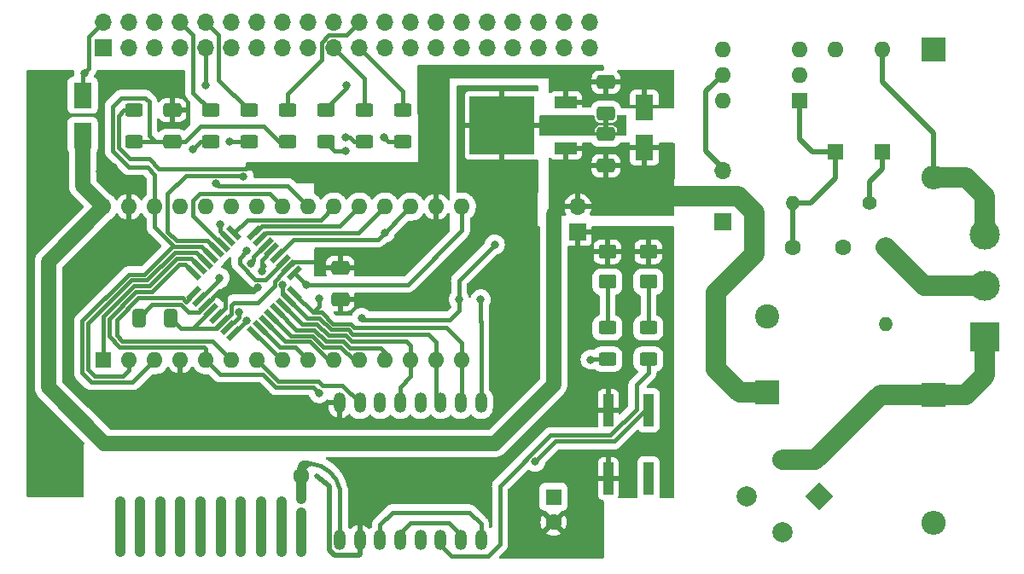
<source format=gtl>
G04 #@! TF.GenerationSoftware,KiCad,Pcbnew,6.0.7-1.fc36*
G04 #@! TF.CreationDate,2022-08-13T19:37:31+02:00*
G04 #@! TF.ProjectId,drahtlos_klingel,64726168-746c-46f7-935f-6b6c696e6765,rev?*
G04 #@! TF.SameCoordinates,Original*
G04 #@! TF.FileFunction,Copper,L1,Top*
G04 #@! TF.FilePolarity,Positive*
%FSLAX46Y46*%
G04 Gerber Fmt 4.6, Leading zero omitted, Abs format (unit mm)*
G04 Created by KiCad (PCBNEW 6.0.7-1.fc36) date 2022-08-13 19:37:31*
%MOMM*%
%LPD*%
G01*
G04 APERTURE LIST*
G04 Aperture macros list*
%AMRoundRect*
0 Rectangle with rounded corners*
0 $1 Rounding radius*
0 $2 $3 $4 $5 $6 $7 $8 $9 X,Y pos of 4 corners*
0 Add a 4 corners polygon primitive as box body*
4,1,4,$2,$3,$4,$5,$6,$7,$8,$9,$2,$3,0*
0 Add four circle primitives for the rounded corners*
1,1,$1+$1,$2,$3*
1,1,$1+$1,$4,$5*
1,1,$1+$1,$6,$7*
1,1,$1+$1,$8,$9*
0 Add four rect primitives between the rounded corners*
20,1,$1+$1,$2,$3,$4,$5,0*
20,1,$1+$1,$4,$5,$6,$7,0*
20,1,$1+$1,$6,$7,$8,$9,0*
20,1,$1+$1,$8,$9,$2,$3,0*%
%AMHorizOval*
0 Thick line with rounded ends*
0 $1 width*
0 $2 $3 position (X,Y) of the first rounded end (center of the circle)*
0 $4 $5 position (X,Y) of the second rounded end (center of the circle)*
0 Add line between two ends*
20,1,$1,$2,$3,$4,$5,0*
0 Add two circle primitives to create the rounded ends*
1,1,$1,$2,$3*
1,1,$1,$4,$5*%
%AMRotRect*
0 Rectangle, with rotation*
0 The origin of the aperture is its center*
0 $1 length*
0 $2 width*
0 $3 Rotation angle, in degrees counterclockwise*
0 Add horizontal line*
21,1,$1,$2,0,0,$3*%
%AMOutline4P*
0 Free polygon, 4 corners , with rotation*
0 The origin of the aperture is its center*
0 number of corners: always 4*
0 $1 to $8 corner X, Y*
0 $9 Rotation angle, in degrees counterclockwise*
0 create outline with 4 corners*
4,1,4,$1,$2,$3,$4,$5,$6,$7,$8,$1,$2,$9*%
G04 Aperture macros list end*
G04 #@! TA.AperFunction,NonConductor*
%ADD10C,0.381000*%
G04 #@! TD*
G04 #@! TA.AperFunction,EtchedComponent*
%ADD11C,1.000000*%
G04 #@! TD*
G04 #@! TA.AperFunction,EtchedComponent*
%ADD12C,0.200000*%
G04 #@! TD*
G04 #@! TA.AperFunction,ComponentPad*
%ADD13O,1.200000X2.000000*%
G04 #@! TD*
G04 #@! TA.AperFunction,SMDPad,CuDef*
%ADD14R,1.800000X2.500000*%
G04 #@! TD*
G04 #@! TA.AperFunction,ComponentPad*
%ADD15C,1.600000*%
G04 #@! TD*
G04 #@! TA.AperFunction,ComponentPad*
%ADD16R,1.700000X1.700000*%
G04 #@! TD*
G04 #@! TA.AperFunction,ComponentPad*
%ADD17O,1.700000X1.700000*%
G04 #@! TD*
G04 #@! TA.AperFunction,SMDPad,CuDef*
%ADD18RoundRect,0.250001X-0.624999X0.462499X-0.624999X-0.462499X0.624999X-0.462499X0.624999X0.462499X0*%
G04 #@! TD*
G04 #@! TA.AperFunction,ComponentPad*
%ADD19R,2.400000X2.400000*%
G04 #@! TD*
G04 #@! TA.AperFunction,ComponentPad*
%ADD20O,2.400000X2.400000*%
G04 #@! TD*
G04 #@! TA.AperFunction,ComponentPad*
%ADD21R,3.000000X3.000000*%
G04 #@! TD*
G04 #@! TA.AperFunction,ComponentPad*
%ADD22C,3.000000*%
G04 #@! TD*
G04 #@! TA.AperFunction,SMDPad,CuDef*
%ADD23RoundRect,0.250000X-0.650000X0.412500X-0.650000X-0.412500X0.650000X-0.412500X0.650000X0.412500X0*%
G04 #@! TD*
G04 #@! TA.AperFunction,SMDPad,CuDef*
%ADD24RotRect,1.600000X0.550000X45.000000*%
G04 #@! TD*
G04 #@! TA.AperFunction,SMDPad,CuDef*
%ADD25RotRect,1.600000X0.550000X135.000000*%
G04 #@! TD*
G04 #@! TA.AperFunction,ComponentPad*
%ADD26R,1.600000X1.600000*%
G04 #@! TD*
G04 #@! TA.AperFunction,ComponentPad*
%ADD27O,1.600000X1.600000*%
G04 #@! TD*
G04 #@! TA.AperFunction,SMDPad,CuDef*
%ADD28RoundRect,0.250000X-0.412500X-0.650000X0.412500X-0.650000X0.412500X0.650000X-0.412500X0.650000X0*%
G04 #@! TD*
G04 #@! TA.AperFunction,SMDPad,CuDef*
%ADD29R,2.200000X1.200000*%
G04 #@! TD*
G04 #@! TA.AperFunction,SMDPad,CuDef*
%ADD30R,6.400000X5.800000*%
G04 #@! TD*
G04 #@! TA.AperFunction,SMDPad,CuDef*
%ADD31RoundRect,0.250000X0.625000X-0.400000X0.625000X0.400000X-0.625000X0.400000X-0.625000X-0.400000X0*%
G04 #@! TD*
G04 #@! TA.AperFunction,ComponentPad*
%ADD32C,1.400000*%
G04 #@! TD*
G04 #@! TA.AperFunction,ComponentPad*
%ADD33O,1.400000X1.400000*%
G04 #@! TD*
G04 #@! TA.AperFunction,SMDPad,CuDef*
%ADD34RoundRect,0.250000X-0.625000X0.400000X-0.625000X-0.400000X0.625000X-0.400000X0.625000X0.400000X0*%
G04 #@! TD*
G04 #@! TA.AperFunction,ComponentPad*
%ADD35C,2.400000*%
G04 #@! TD*
G04 #@! TA.AperFunction,ComponentPad*
%ADD36C,1.000000*%
G04 #@! TD*
G04 #@! TA.AperFunction,SMDPad,CuDef*
%ADD37Outline4P,-0.350000X-0.400000X0.350000X-0.400000X0.050000X0.400000X-0.050000X0.400000X270.000000*%
G04 #@! TD*
G04 #@! TA.AperFunction,SMDPad,CuDef*
%ADD38R,1.000000X3.200000*%
G04 #@! TD*
G04 #@! TA.AperFunction,SMDPad,CuDef*
%ADD39RoundRect,0.250000X0.650000X-0.412500X0.650000X0.412500X-0.650000X0.412500X-0.650000X-0.412500X0*%
G04 #@! TD*
G04 #@! TA.AperFunction,ComponentPad*
%ADD40RotRect,2.000000X2.000000X225.000000*%
G04 #@! TD*
G04 #@! TA.AperFunction,ComponentPad*
%ADD41HorizOval,2.000000X0.000000X0.000000X0.000000X0.000000X0*%
G04 #@! TD*
G04 #@! TA.AperFunction,ViaPad*
%ADD42C,0.800000*%
G04 #@! TD*
G04 #@! TA.AperFunction,Conductor*
%ADD43C,0.500000*%
G04 #@! TD*
G04 #@! TA.AperFunction,Conductor*
%ADD44C,1.500000*%
G04 #@! TD*
G04 #@! TA.AperFunction,Conductor*
%ADD45C,2.000000*%
G04 #@! TD*
G04 #@! TA.AperFunction,Conductor*
%ADD46C,0.381000*%
G04 #@! TD*
G04 APERTURE END LIST*
D10*
X59817007Y-71627998D02*
G75*
G03*
X56934000Y-69075200I-3158507J-662702D01*
G01*
D11*
X53990000Y-77809000D02*
X53990000Y-72809000D01*
X55990000Y-73909000D02*
X55990000Y-77809000D01*
X45990000Y-77809000D02*
X45990000Y-72809000D01*
X41990000Y-77809000D02*
X41990000Y-72809000D01*
X51990000Y-77809000D02*
X51990000Y-72809000D01*
X39990000Y-77809000D02*
X39990000Y-72809000D01*
X43990000Y-77809000D02*
X43990000Y-72809000D01*
X47990000Y-77809000D02*
X47990000Y-72809000D01*
X49990000Y-77809000D02*
X49990000Y-72809000D01*
X55990000Y-70934000D02*
X55990000Y-72609000D01*
X37990000Y-77809000D02*
X37990000Y-72809000D01*
G36*
X56623000Y-69316600D02*
G01*
X56438800Y-69672200D01*
X56388000Y-69977000D01*
X56388000Y-70739000D01*
X56261000Y-70866000D01*
X55590000Y-71039000D01*
X55490000Y-70109000D01*
X55790000Y-69109000D01*
X56083200Y-68859400D01*
X56623000Y-68859400D01*
X56623000Y-69316600D01*
G37*
D12*
X56623000Y-69316600D02*
X56438800Y-69672200D01*
X56388000Y-69977000D01*
X56388000Y-70739000D01*
X56261000Y-70866000D01*
X55590000Y-71039000D01*
X55490000Y-70109000D01*
X55790000Y-69109000D01*
X56083200Y-68859400D01*
X56623000Y-68859400D01*
X56623000Y-69316600D01*
D13*
X59802000Y-76650000D03*
X61802000Y-76650000D03*
X63802000Y-76650000D03*
X65802000Y-76650000D03*
X67802000Y-76650000D03*
X69802000Y-76650000D03*
X71802000Y-76650000D03*
X73802000Y-76650000D03*
X73802000Y-63050000D03*
X71802000Y-63050000D03*
X69802000Y-63050000D03*
X67802000Y-63050000D03*
X65802000Y-63050000D03*
X63802000Y-63050000D03*
X61802000Y-63050000D03*
X59802000Y-63050000D03*
D14*
X90017600Y-37731200D03*
X90017600Y-33731200D03*
D15*
X104775000Y-47625000D03*
X109775000Y-47625000D03*
D16*
X83434000Y-46115200D03*
D17*
X83434000Y-43575200D03*
D18*
X86360000Y-48042500D03*
X86360000Y-51017500D03*
X90424000Y-48042500D03*
X90424000Y-51017500D03*
D19*
X118745000Y-62230000D03*
D20*
X118745000Y-74930000D03*
D19*
X118745000Y-27940000D03*
D20*
X118745000Y-40640000D03*
D16*
X97790000Y-45070000D03*
D17*
X97790000Y-42530000D03*
X97790000Y-39990000D03*
D21*
X123825000Y-56515000D03*
D22*
X123825000Y-51435000D03*
X123825000Y-46355000D03*
D23*
X59848000Y-49621000D03*
X59848000Y-52746000D03*
D24*
X45337897Y-52208805D03*
X45903583Y-52774490D03*
X46469268Y-53340176D03*
X47034953Y-53905861D03*
X47600639Y-54471547D03*
X48166324Y-55037232D03*
X48732010Y-55602917D03*
X49297695Y-56168603D03*
D25*
X51348305Y-56168603D03*
X51913990Y-55602917D03*
X52479676Y-55037232D03*
X53045361Y-54471547D03*
X53611047Y-53905861D03*
X54176732Y-53340176D03*
X54742417Y-52774490D03*
X55308103Y-52208805D03*
D24*
X55308103Y-50158195D03*
X54742417Y-49592510D03*
X54176732Y-49026824D03*
X53611047Y-48461139D03*
X53045361Y-47895453D03*
X52479676Y-47329768D03*
X51913990Y-46764083D03*
X51348305Y-46198397D03*
D25*
X49297695Y-46198397D03*
X48732010Y-46764083D03*
X48166324Y-47329768D03*
X47600639Y-47895453D03*
X47034953Y-48461139D03*
X46469268Y-49026824D03*
X45903583Y-49592510D03*
X45337897Y-50158195D03*
D26*
X109000000Y-38100000D03*
D27*
X109000000Y-27940000D03*
D28*
X39870500Y-54612500D03*
X42995500Y-54612500D03*
D29*
X82200000Y-37780000D03*
D30*
X75900000Y-35500000D03*
D29*
X82200000Y-33220000D03*
D31*
X54610000Y-37110000D03*
X54610000Y-34010000D03*
D32*
X114000000Y-47625000D03*
D33*
X114000000Y-55245000D03*
D34*
X58420000Y-34010000D03*
X58420000Y-37110000D03*
D26*
X113665000Y-38100000D03*
D27*
X113665000Y-27940000D03*
D31*
X50800000Y-37110000D03*
X50800000Y-34010000D03*
X86360000Y-58700000D03*
X86360000Y-55600000D03*
D14*
X34290000Y-36500000D03*
X34290000Y-32500000D03*
D31*
X90424000Y-58700000D03*
X90424000Y-55600000D03*
D19*
X102235000Y-61993959D03*
D35*
X102235000Y-54493959D03*
D34*
X66040000Y-34010000D03*
X66040000Y-37110000D03*
D15*
X55990000Y-70309000D03*
D36*
X51990000Y-72809000D03*
X47990000Y-72809000D03*
X51990000Y-77809000D03*
X49990000Y-77809000D03*
X43990000Y-77809000D03*
X39990000Y-72809000D03*
X37990000Y-77809000D03*
X41990000Y-77809000D03*
X55990000Y-77809000D03*
X45990000Y-72809000D03*
X37990000Y-72809000D03*
X43990000Y-72809000D03*
X45990000Y-77809000D03*
X53990000Y-77809000D03*
X41990000Y-72809000D03*
X47990000Y-77809000D03*
X53990000Y-72809000D03*
X49990000Y-72809000D03*
X39990000Y-77809000D03*
D37*
X57023000Y-69088000D03*
D26*
X105400000Y-33005000D03*
D27*
X105400000Y-30465000D03*
X105400000Y-27925000D03*
X97780000Y-27925000D03*
X97780000Y-30465000D03*
X97780000Y-33005000D03*
D23*
X86207600Y-34340800D03*
X86207600Y-31215800D03*
D31*
X46990000Y-37110000D03*
X46990000Y-34010000D03*
D38*
X90434000Y-70575200D03*
X90434000Y-63775200D03*
X86434000Y-70575200D03*
X86434000Y-63775200D03*
D39*
X86207600Y-36385100D03*
X86207600Y-39510100D03*
X43180000Y-37122500D03*
X43180000Y-33997500D03*
D31*
X39370000Y-37110000D03*
X39370000Y-34010000D03*
D26*
X36353000Y-58803500D03*
D27*
X38893000Y-58803500D03*
X41433000Y-58803500D03*
X43973000Y-58803500D03*
X46513000Y-58803500D03*
X49053000Y-58803500D03*
X51593000Y-58803500D03*
X54133000Y-58803500D03*
X56673000Y-58803500D03*
X59213000Y-58803500D03*
X61753000Y-58803500D03*
X64293000Y-58803500D03*
X66833000Y-58803500D03*
X69373000Y-58803500D03*
X71913000Y-58803500D03*
X71913000Y-43563500D03*
X69373000Y-43563500D03*
X66833000Y-43563500D03*
X64293000Y-43563500D03*
X61753000Y-43563500D03*
X59213000Y-43563500D03*
X56673000Y-43563500D03*
X54133000Y-43563500D03*
X51593000Y-43563500D03*
X49053000Y-43563500D03*
X46513000Y-43563500D03*
X43973000Y-43563500D03*
X41433000Y-43563500D03*
X38893000Y-43563500D03*
X36353000Y-43563500D03*
D40*
X107351102Y-72303098D03*
D41*
X103759000Y-68710996D03*
X100166897Y-72303098D03*
X103759000Y-75895200D03*
D26*
X81026000Y-72390000D03*
D15*
X81026000Y-74890000D03*
D32*
X112395000Y-43180000D03*
D33*
X104775000Y-43180000D03*
D34*
X62230000Y-34010000D03*
X62230000Y-37110000D03*
D16*
X36365000Y-27800000D03*
D17*
X36365000Y-25260000D03*
X38905000Y-27800000D03*
X38905000Y-25260000D03*
X41445000Y-27800000D03*
X41445000Y-25260000D03*
X43985000Y-27800000D03*
X43985000Y-25260000D03*
X46525000Y-27800000D03*
X46525000Y-25260000D03*
X49065000Y-27800000D03*
X49065000Y-25260000D03*
X51605000Y-27800000D03*
X51605000Y-25260000D03*
X54145000Y-27800000D03*
X54145000Y-25260000D03*
X56685000Y-27800000D03*
X56685000Y-25260000D03*
X59225000Y-27800000D03*
X59225000Y-25260000D03*
X61765000Y-27800000D03*
X61765000Y-25260000D03*
X64305000Y-27800000D03*
X64305000Y-25260000D03*
X66845000Y-27800000D03*
X66845000Y-25260000D03*
X69385000Y-27800000D03*
X69385000Y-25260000D03*
X71925000Y-27800000D03*
X71925000Y-25260000D03*
X74465000Y-27800000D03*
X74465000Y-25260000D03*
X77005000Y-27800000D03*
X77005000Y-25260000D03*
X79545000Y-27800000D03*
X79545000Y-25260000D03*
X82085000Y-27800000D03*
X82085000Y-25260000D03*
X84625000Y-27800000D03*
X84625000Y-25260000D03*
D42*
X77724000Y-51130200D03*
X77724000Y-49225200D03*
X77724000Y-47320200D03*
X78359000Y-39700200D03*
X76454000Y-39700200D03*
X74549000Y-39700200D03*
X72644000Y-39700200D03*
X82296000Y-35509200D03*
X80250000Y-35500000D03*
X84250000Y-35500000D03*
X84074000Y-53035200D03*
X75819000Y-61468000D03*
X31115000Y-44450000D03*
X52959000Y-64465200D03*
X50419000Y-64465200D03*
X36449000Y-64465200D03*
X43434000Y-32080200D03*
X42164000Y-30810200D03*
X61834000Y-73225200D03*
X51689000Y-51590500D03*
X84074000Y-69545200D03*
X61734000Y-52575200D03*
X76962000Y-61468000D03*
X51689000Y-64465200D03*
X37719000Y-63195200D03*
X32385000Y-71120000D03*
X30734000Y-35255200D03*
X36334000Y-38875200D03*
X43434000Y-30810200D03*
X38989000Y-63195200D03*
X84074000Y-51765200D03*
X36449000Y-63195200D03*
X78934000Y-56175200D03*
X31115000Y-71120000D03*
X31115000Y-69850000D03*
X32385000Y-68580000D03*
X52070000Y-50010000D03*
X29845000Y-69850000D03*
X31115000Y-45720000D03*
X61849000Y-71325200D03*
X78333600Y-70815200D03*
X32385000Y-69850000D03*
X77184000Y-54275200D03*
X36034000Y-40075200D03*
X48641000Y-49403000D03*
X80584000Y-69475200D03*
X30734000Y-33985200D03*
X29845000Y-71120000D03*
X46482000Y-31496000D03*
X31115000Y-43180000D03*
X38989000Y-64465200D03*
X29845000Y-68580000D03*
X37719000Y-64465200D03*
X42164000Y-32080200D03*
X84074000Y-68275200D03*
X84074000Y-70815200D03*
X31115000Y-68580000D03*
X62734000Y-52575200D03*
X75819000Y-62611000D03*
X78034000Y-55225200D03*
X61849000Y-69342000D03*
X48641000Y-51943000D03*
X30734000Y-31445200D03*
X76962000Y-62611000D03*
X84074000Y-54305200D03*
X37334000Y-39675200D03*
X30734000Y-32715200D03*
X67564000Y-48006000D03*
X66802000Y-46228000D03*
X66802000Y-47244000D03*
X61976000Y-54610000D03*
X75184000Y-47320200D03*
X71628000Y-52781200D03*
X49796519Y-54076500D03*
X50577000Y-54866500D03*
X60452000Y-31496000D03*
X34439400Y-30330600D03*
X50975442Y-49177400D03*
X50572765Y-47979235D03*
X50234000Y-40565200D03*
X47534000Y-41265200D03*
X47946765Y-45353235D03*
X64250000Y-46150000D03*
X60401200Y-37998400D03*
X56457908Y-51308000D03*
X64185800Y-36677600D03*
X57734000Y-52700000D03*
X54105865Y-51311865D03*
X60401200Y-36677600D03*
X79195131Y-68886331D03*
X47884000Y-50625200D03*
X57734000Y-62075200D03*
X45212000Y-37874000D03*
X48895000Y-37084000D03*
X84709000Y-58750200D03*
X73787000Y-52781200D03*
D43*
X109000000Y-40727500D02*
X109000000Y-38100000D01*
X105400000Y-33005000D02*
X105400000Y-36820000D01*
X105400000Y-36820000D02*
X106680000Y-38100000D01*
X104775000Y-43180000D02*
X106547500Y-43180000D01*
X104775000Y-47625000D02*
X104775000Y-43180000D01*
X106547500Y-43180000D02*
X109000000Y-40727500D01*
X106680000Y-38100000D02*
X109000000Y-38100000D01*
D44*
X36353000Y-43563500D02*
X30886400Y-49030100D01*
D45*
X97790000Y-42530000D02*
X99350000Y-42530000D01*
X97155000Y-52070000D02*
X97155000Y-59690000D01*
X97790000Y-42530000D02*
X92929200Y-42530000D01*
D44*
X36449000Y-67056000D02*
X75184000Y-67056000D01*
X34290000Y-41500500D02*
X34290000Y-36500000D01*
D45*
X97155000Y-59690000D02*
X99458959Y-61993959D01*
X100965000Y-44145000D02*
X100965000Y-48260000D01*
D44*
X36353000Y-43563500D02*
X34290000Y-41500500D01*
X30886400Y-49030100D02*
X30886400Y-61493400D01*
X81026000Y-61214000D02*
X81026000Y-44323000D01*
X30886400Y-61493400D02*
X36449000Y-67056000D01*
D45*
X99458959Y-61993959D02*
X102235000Y-61993959D01*
X99350000Y-42530000D02*
X100965000Y-44145000D01*
D44*
X75184000Y-67056000D02*
X81026000Y-61214000D01*
D45*
X100965000Y-48260000D02*
X97155000Y-52070000D01*
D46*
X48418000Y-52166000D02*
X48418000Y-53654186D01*
X45777944Y-54031500D02*
X46469268Y-53340176D01*
X48641000Y-51943000D02*
X48418000Y-52166000D01*
D43*
X58752000Y-71274200D02*
X58752000Y-77624200D01*
D46*
X52070000Y-48870814D02*
X53045361Y-47895453D01*
D43*
X61802000Y-78047200D02*
X61802000Y-76650000D01*
D46*
X46525000Y-31453000D02*
X46525000Y-27800000D01*
D43*
X57484000Y-70325200D02*
X58752000Y-71274200D01*
X61668000Y-78181200D02*
X61802000Y-78047200D01*
X58752000Y-77624200D02*
X59309000Y-78181200D01*
D46*
X44046700Y-53289200D02*
X44789000Y-54031500D01*
D43*
X59309000Y-78181200D02*
X61668000Y-78181200D01*
D46*
X46482000Y-31496000D02*
X46525000Y-31453000D01*
X48418000Y-53654186D02*
X47600639Y-54471547D01*
X39870500Y-54612500D02*
X41193800Y-53289200D01*
X48641000Y-51943000D02*
X47866444Y-51943000D01*
X41193800Y-53289200D02*
X44046700Y-53289200D01*
X44789000Y-54031500D02*
X45777944Y-54031500D01*
X47866444Y-51943000D02*
X46469268Y-53340176D01*
X52070000Y-50010000D02*
X52070000Y-48870814D01*
X53315365Y-51396135D02*
X51625500Y-53086000D01*
X49276000Y-53086000D02*
X48999000Y-53363000D01*
X48166324Y-55037232D02*
X47577556Y-55626000D01*
X47577556Y-55626000D02*
X45085000Y-55626000D01*
X54742417Y-49592510D02*
X55327372Y-49007555D01*
X45085000Y-55626000D02*
X45339000Y-55626000D01*
X52154700Y-39759500D02*
X52295200Y-39900000D01*
X55327372Y-49007555D02*
X57492445Y-49007555D01*
X50472564Y-39759500D02*
X52154700Y-39759500D01*
X40866858Y-38775200D02*
X41866858Y-39775200D01*
X48999000Y-54204556D02*
X48166324Y-55037232D01*
X54157463Y-50177464D02*
X54122330Y-50177464D01*
X42995500Y-54612500D02*
X44009000Y-55626000D01*
X37846000Y-34544000D02*
X37846000Y-37693600D01*
X48999000Y-53363000D02*
X48999000Y-54204556D01*
X38380000Y-34010000D02*
X37846000Y-34544000D01*
X45339000Y-55601814D02*
X47034953Y-53905861D01*
X53315365Y-50984429D02*
X53315365Y-51396135D01*
X57500000Y-49000000D02*
X57492445Y-49007555D01*
X44009000Y-55626000D02*
X45085000Y-55626000D01*
X37846000Y-37693600D02*
X38927600Y-38775200D01*
X54122330Y-50177464D02*
X53315365Y-50984429D01*
X39370000Y-34010000D02*
X38380000Y-34010000D01*
X41866858Y-39775200D02*
X50456864Y-39775200D01*
X38927600Y-38775200D02*
X40866858Y-38775200D01*
X45339000Y-55626000D02*
X45339000Y-55601814D01*
X50456864Y-39775200D02*
X50472564Y-39759500D01*
X51625500Y-53086000D02*
X49276000Y-53086000D01*
X54742417Y-49592510D02*
X54157463Y-50177464D01*
D45*
X123825000Y-42545000D02*
X123825000Y-46355000D01*
D43*
X113665000Y-27940000D02*
X113665000Y-31165000D01*
X113665000Y-31165000D02*
X118745000Y-36245000D01*
D45*
X121920000Y-40640000D02*
X123825000Y-42545000D01*
X118745000Y-40640000D02*
X121920000Y-40640000D01*
D43*
X118745000Y-36245000D02*
X118745000Y-40640000D01*
D45*
X113434000Y-62225200D02*
X113438800Y-62230000D01*
X103759000Y-68710996D02*
X106948204Y-68710996D01*
X118745000Y-62230000D02*
X121920000Y-62230000D01*
X121920000Y-62230000D02*
X123825000Y-60325000D01*
X113438800Y-62230000D02*
X118745000Y-62230000D01*
X106948204Y-68710996D02*
X113434000Y-62225200D01*
X123825000Y-60325000D02*
X123825000Y-56515000D01*
D43*
X112395000Y-43180000D02*
X112395000Y-41105000D01*
X112395000Y-41105000D02*
X113665000Y-39835000D01*
X113665000Y-39835000D02*
X113665000Y-38100000D01*
D45*
X117810000Y-51435000D02*
X123825000Y-51435000D01*
X114000000Y-47625000D02*
X117810000Y-51435000D01*
D46*
X38213658Y-56899200D02*
X47148700Y-56899200D01*
X71628000Y-53896200D02*
X71628000Y-52781200D01*
X75184000Y-47320200D02*
X71628000Y-50876200D01*
X62151200Y-54785200D02*
X70739000Y-54785200D01*
X47148700Y-56899200D02*
X49053000Y-58803500D01*
X37665000Y-56350542D02*
X38213658Y-56899200D01*
X71628000Y-50876200D02*
X71628000Y-52781200D01*
D43*
X97790000Y-39740000D02*
X97790000Y-39990000D01*
D46*
X61976000Y-54610000D02*
X62151200Y-54785200D01*
X45337897Y-52208805D02*
X44562930Y-52983772D01*
D43*
X97780000Y-30465000D02*
X96100000Y-32145000D01*
D46*
X44562930Y-52983772D02*
X44185758Y-52606600D01*
X39823242Y-52606600D02*
X37665000Y-54764842D01*
X44185758Y-52606600D02*
X39823242Y-52606600D01*
X37665000Y-54764842D02*
X37665000Y-56350542D01*
X70739000Y-54785200D02*
X71628000Y-53896200D01*
D43*
X96100000Y-38050000D02*
X97790000Y-39740000D01*
X96100000Y-32145000D02*
X96100000Y-38050000D01*
D46*
X49796519Y-54076500D02*
X49796519Y-54538408D01*
X49796519Y-54538408D02*
X48732010Y-55602917D01*
X50577000Y-54866500D02*
X50577000Y-54889298D01*
X50577000Y-54889298D02*
X49297695Y-56168603D01*
X62230000Y-34010000D02*
X62230000Y-30805000D01*
X62230000Y-30805000D02*
X59225000Y-27800000D01*
X66040000Y-34010000D02*
X66040000Y-32075000D01*
X66040000Y-32075000D02*
X61765000Y-27800000D01*
X57984500Y-27286168D02*
X58711168Y-26559500D01*
X60465500Y-26559500D02*
X61765000Y-25260000D01*
X57984500Y-29010500D02*
X57984500Y-27286168D01*
X54610000Y-32385000D02*
X57984500Y-29010500D01*
X58711168Y-26559500D02*
X60465500Y-26559500D01*
X54610000Y-34010000D02*
X54610000Y-32385000D01*
X60452000Y-31496000D02*
X60452000Y-31750000D01*
X58420000Y-33782000D02*
X58420000Y-34010000D01*
X60452000Y-31750000D02*
X58420000Y-33782000D01*
X34439400Y-30330600D02*
X34290000Y-30480000D01*
X36365000Y-25260000D02*
X34925000Y-26700000D01*
X34290000Y-30480000D02*
X34290000Y-32500000D01*
X34925000Y-29845000D02*
X34439400Y-30330600D01*
X34925000Y-26700000D02*
X34925000Y-29845000D01*
X38900971Y-39656200D02*
X37265000Y-38020229D01*
X41433000Y-45595500D02*
X41433000Y-43563500D01*
X43167500Y-37110000D02*
X43180000Y-37122500D01*
X43269863Y-47432363D02*
X41433000Y-45595500D01*
X40894000Y-33147000D02*
X40894000Y-36525200D01*
X34217000Y-54926210D02*
X38860610Y-50282600D01*
X53810000Y-37110000D02*
X52260000Y-35560000D01*
X39370000Y-37110000D02*
X43167500Y-37110000D01*
X43310200Y-47526600D02*
X46100414Y-47526600D01*
X41433000Y-40374200D02*
X40715000Y-39656200D01*
X46100414Y-47526600D02*
X47034953Y-48461139D01*
X41433000Y-43563500D02*
X41433000Y-40374200D01*
X38860610Y-50282600D02*
X40419626Y-50282600D01*
X46012500Y-35560000D02*
X44450000Y-37122500D01*
X40894000Y-36525200D02*
X41491300Y-37122500D01*
X40513000Y-32766000D02*
X40894000Y-33147000D01*
X41433000Y-58803500D02*
X39254300Y-60982200D01*
X41491300Y-37122500D02*
X41910000Y-37122500D01*
X38100000Y-32766000D02*
X40513000Y-32766000D01*
X39254300Y-60982200D02*
X35125000Y-60982200D01*
X35125000Y-60982200D02*
X34217000Y-60074200D01*
X37265000Y-38020229D02*
X37265000Y-33601000D01*
X40419626Y-50282600D02*
X43269863Y-47432363D01*
X54610000Y-37110000D02*
X53810000Y-37110000D01*
X37265000Y-33601000D02*
X38100000Y-32766000D01*
X40715000Y-39656200D02*
X38900971Y-39656200D01*
X34217000Y-60074200D02*
X34217000Y-54926210D01*
X43180000Y-37122500D02*
X44450000Y-37122500D01*
X52260000Y-35560000D02*
X46012500Y-35560000D01*
X51269043Y-48561393D02*
X52479676Y-47350760D01*
X52479676Y-47350760D02*
X52479676Y-47329768D01*
X51269043Y-48883799D02*
X51269043Y-48561393D01*
X50975442Y-49177400D02*
X51269043Y-48883799D01*
X49862700Y-48689300D02*
X49862700Y-49227700D01*
X50572765Y-47979235D02*
X49862700Y-48689300D01*
X52403056Y-50800500D02*
X54176732Y-49026824D01*
X49862700Y-49227700D02*
X51435500Y-50800500D01*
X51435500Y-50800500D02*
X52403056Y-50800500D01*
X50144000Y-40475200D02*
X44534000Y-40475200D01*
X43604758Y-46945600D02*
X46650786Y-46945600D01*
X42700000Y-46040842D02*
X43604758Y-46945600D01*
X42700000Y-42309200D02*
X42700000Y-46040842D01*
X44534000Y-40475200D02*
X42700000Y-42309200D01*
X46650786Y-46945600D02*
X47600639Y-47895453D01*
X50234000Y-40565200D02*
X50144000Y-40475200D01*
X48129768Y-47329768D02*
X45250000Y-44450000D01*
X48166324Y-47329768D02*
X48129768Y-47329768D01*
X45250000Y-44450000D02*
X45250000Y-42950000D01*
X52869500Y-42300000D02*
X54133000Y-43563500D01*
X45900000Y-42300000D02*
X52869500Y-42300000D01*
X45250000Y-42950000D02*
X45900000Y-42300000D01*
X54609500Y-41500000D02*
X56673000Y-43563500D01*
X47768800Y-41500000D02*
X54609500Y-41500000D01*
X47534000Y-41265200D02*
X47768800Y-41500000D01*
X47946765Y-45353235D02*
X47946765Y-45978838D01*
X47946765Y-45978838D02*
X48732010Y-46764083D01*
X50608592Y-44887500D02*
X49297695Y-46198397D01*
X59213000Y-43563500D02*
X57889000Y-44887500D01*
X57889000Y-44887500D02*
X50608592Y-44887500D01*
X52044300Y-45525200D02*
X59791300Y-45525200D01*
X51348305Y-46198397D02*
X51371103Y-46198397D01*
X51371103Y-46198397D02*
X52044300Y-45525200D01*
X59791300Y-45525200D02*
X61753000Y-43563500D01*
X52502873Y-46175200D02*
X61681300Y-46175200D01*
X61681300Y-46175200D02*
X64293000Y-43563500D01*
X51913990Y-46764083D02*
X52502873Y-46175200D01*
X53611047Y-48461139D02*
X53611047Y-48446153D01*
X63571300Y-46825200D02*
X66833000Y-43563500D01*
X55232000Y-46825200D02*
X63571300Y-46825200D01*
X53611047Y-48446153D02*
X55232000Y-46825200D01*
X56457908Y-51308000D02*
X66548000Y-51308000D01*
X59308400Y-37998400D02*
X58420000Y-37110000D01*
X71913000Y-45943000D02*
X71913000Y-43563500D01*
X66548000Y-51308000D02*
X71913000Y-45943000D01*
X55308103Y-50158195D02*
X56457908Y-51308000D01*
X60401200Y-37998400D02*
X59308400Y-37998400D01*
X70358000Y-55575200D02*
X71913000Y-57130200D01*
X55308103Y-52231603D02*
X57124000Y-54047500D01*
X71913000Y-57130200D02*
X71913000Y-58803500D01*
X61250982Y-55575200D02*
X66294000Y-55575200D01*
X64185800Y-36677600D02*
X64618200Y-37110000D01*
X64618200Y-37110000D02*
X66040000Y-37110000D01*
X57734000Y-52700000D02*
X57734000Y-53437500D01*
X57124000Y-54047500D02*
X58004940Y-54047500D01*
X71913000Y-62939000D02*
X71802000Y-63050000D01*
X55308103Y-52208805D02*
X55308103Y-52231603D01*
X66350004Y-55575200D02*
X70358000Y-55575200D01*
X60869307Y-55193525D02*
X61250982Y-55575200D01*
X57734000Y-53437500D02*
X57124000Y-54047500D01*
X58004940Y-54047500D02*
X59150965Y-55193525D01*
X59150965Y-55193525D02*
X60869307Y-55193525D01*
X71913000Y-58803500D02*
X71913000Y-62939000D01*
X61064324Y-56210200D02*
X60628649Y-55774525D01*
X58910307Y-55774525D02*
X57764282Y-54628500D01*
X57764282Y-54628500D02*
X56596427Y-54628500D01*
X69373000Y-58803500D02*
X69373000Y-62621000D01*
X61225000Y-37110000D02*
X62230000Y-37110000D01*
X60792600Y-36677600D02*
X61225000Y-37110000D01*
X56596427Y-54628500D02*
X54742417Y-52774490D01*
X54105865Y-52137938D02*
X54742417Y-52774490D01*
X69373000Y-62621000D02*
X69802000Y-63050000D01*
X69373000Y-58803500D02*
X69373000Y-56977800D01*
X54105865Y-51311865D02*
X54105865Y-52137938D01*
X68605400Y-56210200D02*
X61064324Y-56210200D01*
X69373000Y-56977800D02*
X68605400Y-56210200D01*
X60401200Y-36677600D02*
X60792600Y-36677600D01*
X60628649Y-55774525D02*
X58910307Y-55774525D01*
X58669649Y-56355525D02*
X60387991Y-56355525D01*
X66368650Y-56919850D02*
X66833000Y-57384200D01*
X65786000Y-61468000D02*
X65802000Y-61484000D01*
X60952316Y-56919850D02*
X66368650Y-56919850D01*
X66833000Y-60421000D02*
X65786000Y-61468000D01*
X56046056Y-55209500D02*
X57523624Y-55209500D01*
X54176732Y-53340176D02*
X56046056Y-55209500D01*
X60387991Y-56355525D02*
X60952316Y-56919850D01*
X66833000Y-57384200D02*
X66833000Y-58803500D01*
X66833000Y-58803500D02*
X66833000Y-60421000D01*
X65802000Y-61484000D02*
X65802000Y-63050000D01*
X57523624Y-55209500D02*
X58669649Y-56355525D01*
X57282966Y-55790500D02*
X58428991Y-56936525D01*
X63828650Y-57554850D02*
X64293000Y-58019200D01*
X53611047Y-53905861D02*
X55495686Y-55790500D01*
X64293000Y-58019200D02*
X64293000Y-58803500D01*
X60147333Y-56936525D02*
X60765658Y-57554850D01*
X58428991Y-56936525D02*
X60147333Y-56936525D01*
X60765658Y-57554850D02*
X63828650Y-57554850D01*
X55495686Y-55790500D02*
X57282966Y-55790500D01*
X53045361Y-54471547D02*
X54945314Y-56371500D01*
X54945314Y-56371500D02*
X57042308Y-56371500D01*
X57042308Y-56371500D02*
X58188333Y-57517525D01*
X59906675Y-57517525D02*
X61192650Y-58803500D01*
X58188333Y-57517525D02*
X59906675Y-57517525D01*
X61192650Y-58803500D02*
X61753000Y-58803500D01*
X58652650Y-58803500D02*
X59213000Y-58803500D01*
X52479676Y-55037232D02*
X54394944Y-56952500D01*
X56801650Y-56952500D02*
X58652650Y-58803500D01*
X54394944Y-56952500D02*
X56801650Y-56952500D01*
X53844573Y-57533500D02*
X55403000Y-57533500D01*
X55403000Y-57533500D02*
X56673000Y-58803500D01*
X51913990Y-55602917D02*
X53844573Y-57533500D01*
X87055658Y-66856200D02*
X90642000Y-63269858D01*
X79195131Y-68835733D02*
X81174664Y-66856200D01*
X51348305Y-56168603D02*
X51371103Y-56168603D01*
X81174664Y-66856200D02*
X87055658Y-66856200D01*
X54006000Y-58803500D02*
X54133000Y-58803500D01*
X51371103Y-56168603D02*
X54006000Y-58803500D01*
X79195131Y-68886331D02*
X79195131Y-68835733D01*
X53676500Y-60887000D02*
X57663736Y-60887000D01*
X57663736Y-60887000D02*
X58066936Y-61290200D01*
X47884000Y-50794073D02*
X45903583Y-52774490D01*
X58066936Y-61290200D02*
X60042200Y-61290200D01*
X47884000Y-50625200D02*
X47884000Y-50794073D01*
X51593000Y-58803500D02*
X53676500Y-60887000D01*
X60042200Y-61290200D02*
X61802000Y-63050000D01*
X36903000Y-56410200D02*
X37973000Y-57480200D01*
X37973000Y-57480200D02*
X46304200Y-57480200D01*
X52165842Y-60198000D02*
X47907500Y-60198000D01*
X44455702Y-49276000D02*
X43891200Y-49276000D01*
X57734000Y-62075200D02*
X57126800Y-61468000D01*
X36903000Y-54705184D02*
X36903000Y-56410200D01*
X46513000Y-57689000D02*
X46513000Y-58803500D01*
X46304200Y-57480200D02*
X46513000Y-57689000D01*
X53435842Y-61468000D02*
X52165842Y-60198000D01*
X43891200Y-49276000D02*
X41141600Y-52025600D01*
X57126800Y-61468000D02*
X53435842Y-61468000D01*
X45337897Y-50158195D02*
X44455702Y-49276000D01*
X39582584Y-52025600D02*
X36903000Y-54705184D01*
X47907500Y-60198000D02*
X46513000Y-58803500D01*
X41141600Y-52025600D02*
X39582584Y-52025600D01*
X45976000Y-37110000D02*
X46990000Y-37110000D01*
X38893000Y-59819500D02*
X38893000Y-58803500D01*
X45550044Y-48107600D02*
X43416284Y-48107600D01*
X39101268Y-50863600D02*
X34798000Y-55166868D01*
X34798000Y-59713850D02*
X35485350Y-60401200D01*
X34798000Y-55166868D02*
X34798000Y-59713850D01*
X45212000Y-37874000D02*
X45976000Y-37110000D01*
X43416284Y-48107600D02*
X40660284Y-50863600D01*
X40660284Y-50863600D02*
X39101268Y-50863600D01*
X35485350Y-60401200D02*
X38311300Y-60401200D01*
X46469268Y-49026824D02*
X45550044Y-48107600D01*
X38311300Y-60401200D02*
X38893000Y-59819500D01*
X40900942Y-51444600D02*
X43650542Y-48695000D01*
X39341926Y-51444600D02*
X40900942Y-51444600D01*
X48895000Y-37084000D02*
X50774000Y-37084000D01*
X36322000Y-54464526D02*
X39341926Y-51444600D01*
X45037400Y-48695000D02*
X45903583Y-49561183D01*
X50774000Y-37084000D02*
X50800000Y-37110000D01*
X36353000Y-58803500D02*
X36322000Y-58772500D01*
X45903583Y-49561183D02*
X45903583Y-49592510D01*
X43650542Y-48695000D02*
X45037400Y-48695000D01*
X36322000Y-58772500D02*
X36322000Y-54464526D01*
X43985000Y-25260000D02*
X45255000Y-26530000D01*
X45255000Y-32275000D02*
X46990000Y-34010000D01*
X45255000Y-26530000D02*
X45255000Y-32275000D01*
X47795000Y-26530000D02*
X47795000Y-31005000D01*
X47795000Y-31005000D02*
X50800000Y-34010000D01*
X46525000Y-25260000D02*
X47795000Y-26530000D01*
X59802000Y-71613000D02*
X59802000Y-76650000D01*
X86360000Y-51017500D02*
X86360000Y-55600000D01*
X90424000Y-51017500D02*
X90424000Y-55600000D01*
X73787000Y-54961000D02*
X73802000Y-54976000D01*
X73787000Y-52781200D02*
X73787000Y-54961000D01*
X73802000Y-54976000D02*
X73802000Y-63050000D01*
X84759200Y-58700000D02*
X86360000Y-58700000D01*
X84709000Y-58750200D02*
X84759200Y-58700000D01*
X80689032Y-66275200D02*
X86634000Y-66275200D01*
X89234000Y-61275200D02*
X90434000Y-60075200D01*
X75692000Y-77087000D02*
X75692000Y-71272232D01*
X89234000Y-63675200D02*
X89234000Y-61275200D01*
X90434000Y-60075200D02*
X90434000Y-58710000D01*
X75692000Y-71272232D02*
X80689032Y-66275200D01*
X69802000Y-77168000D02*
X70866000Y-78232000D01*
X86634000Y-66275200D02*
X89234000Y-63675200D01*
X90434000Y-58710000D02*
X90424000Y-58700000D01*
X70866000Y-78232000D02*
X74547000Y-78232000D01*
X74547000Y-78232000D02*
X75692000Y-77087000D01*
X69802000Y-76650000D02*
X69802000Y-77168000D01*
X72644000Y-73914000D02*
X73802000Y-75072000D01*
X63802000Y-75136000D02*
X65024000Y-73914000D01*
X63802000Y-76650000D02*
X63802000Y-75136000D01*
X65024000Y-73914000D02*
X72644000Y-73914000D01*
X73802000Y-75072000D02*
X73802000Y-76650000D01*
X66802000Y-74930000D02*
X70612000Y-74930000D01*
X71802000Y-76120000D02*
X71802000Y-76650000D01*
X65802000Y-76650000D02*
X65802000Y-75930000D01*
X65802000Y-75930000D02*
X66802000Y-74930000D01*
X70612000Y-74930000D02*
X71802000Y-76120000D01*
G04 #@! TA.AperFunction,Conductor*
G36*
X85942121Y-29520002D02*
G01*
X85988614Y-29573658D01*
X86000000Y-29626000D01*
X86000000Y-29919301D01*
X85979998Y-29987422D01*
X85926342Y-30033915D01*
X85874000Y-30045301D01*
X85510505Y-30045301D01*
X85503986Y-30045638D01*
X85408394Y-30055557D01*
X85395000Y-30058449D01*
X85240816Y-30109888D01*
X85227638Y-30116061D01*
X85089793Y-30201363D01*
X85078392Y-30210399D01*
X84963861Y-30325129D01*
X84954849Y-30336540D01*
X84869784Y-30474543D01*
X84863637Y-30487724D01*
X84812462Y-30642010D01*
X84809595Y-30655386D01*
X84799928Y-30749738D01*
X84799600Y-30756155D01*
X84799600Y-30943685D01*
X84804075Y-30958924D01*
X84805465Y-30960129D01*
X84813148Y-30961800D01*
X87597484Y-30961800D01*
X87612723Y-30957325D01*
X87613928Y-30955935D01*
X87615599Y-30948252D01*
X87615599Y-30756205D01*
X87615262Y-30749686D01*
X87605343Y-30654094D01*
X87602451Y-30640700D01*
X87551012Y-30486516D01*
X87544839Y-30473338D01*
X87459537Y-30335493D01*
X87450501Y-30324092D01*
X87341393Y-30215173D01*
X87307314Y-30152890D01*
X87312317Y-30082070D01*
X87354815Y-30025197D01*
X87421313Y-30000329D01*
X87430411Y-30000000D01*
X92871657Y-30000000D01*
X92939778Y-30020002D01*
X92986271Y-30073658D01*
X92997655Y-30126469D01*
X92986601Y-33080322D01*
X92984469Y-33649862D01*
X92964212Y-33717907D01*
X92910383Y-33764199D01*
X92858661Y-33775390D01*
X91483714Y-33777475D01*
X91483713Y-33777475D01*
X88556005Y-33781915D01*
X88500420Y-33781999D01*
X88499429Y-33781996D01*
X87794192Y-33777508D01*
X87726200Y-33757073D01*
X87680050Y-33703123D01*
X87672737Y-33681993D01*
X87662146Y-33639514D01*
X87660495Y-33632892D01*
X87657464Y-33626785D01*
X87657462Y-33626781D01*
X87591495Y-33493893D01*
X87578331Y-33467374D01*
X87462540Y-33323360D01*
X87318526Y-33207569D01*
X87200689Y-33149074D01*
X87159119Y-33128438D01*
X87159115Y-33128436D01*
X87153008Y-33125405D01*
X87123997Y-33118172D01*
X86979103Y-33082045D01*
X86979099Y-33082044D01*
X86973707Y-33080700D01*
X86956894Y-33079554D01*
X86933314Y-33077946D01*
X86933301Y-33077946D01*
X86931166Y-33077800D01*
X85484034Y-33077800D01*
X85481899Y-33077946D01*
X85481886Y-33077946D01*
X85458306Y-33079554D01*
X85441493Y-33080700D01*
X85436101Y-33082044D01*
X85436097Y-33082045D01*
X85291203Y-33118172D01*
X85262192Y-33125405D01*
X85256085Y-33128436D01*
X85256081Y-33128438D01*
X85214511Y-33149074D01*
X85096674Y-33207569D01*
X84952660Y-33323360D01*
X84836869Y-33467374D01*
X84754705Y-33632892D01*
X84753054Y-33639514D01*
X84753053Y-33639518D01*
X84747492Y-33661821D01*
X84711604Y-33723079D01*
X84648294Y-33755210D01*
X84624437Y-33757335D01*
X83933196Y-33752935D01*
X83865206Y-33732501D01*
X83819056Y-33678551D01*
X83808000Y-33626939D01*
X83808000Y-33492115D01*
X83803525Y-33476876D01*
X83802135Y-33475671D01*
X83794452Y-33474000D01*
X82072000Y-33474000D01*
X82003879Y-33453998D01*
X81957386Y-33400342D01*
X81946000Y-33348000D01*
X81946000Y-32947885D01*
X82454000Y-32947885D01*
X82458475Y-32963124D01*
X82459865Y-32964329D01*
X82467548Y-32966000D01*
X83789884Y-32966000D01*
X83805123Y-32961525D01*
X83806328Y-32960135D01*
X83807999Y-32952452D01*
X83807999Y-32575331D01*
X83807629Y-32568510D01*
X83802105Y-32517648D01*
X83798479Y-32502396D01*
X83773786Y-32436528D01*
X88609600Y-32436528D01*
X88609601Y-33459085D01*
X88614076Y-33474324D01*
X88615466Y-33475529D01*
X88623149Y-33477200D01*
X89745485Y-33477200D01*
X89760724Y-33472725D01*
X89761929Y-33471335D01*
X89763600Y-33463652D01*
X89763600Y-33459085D01*
X90271600Y-33459085D01*
X90276075Y-33474324D01*
X90277465Y-33475529D01*
X90285148Y-33477200D01*
X91407485Y-33477200D01*
X91422724Y-33472725D01*
X91423929Y-33471335D01*
X91425600Y-33463652D01*
X91425599Y-32436531D01*
X91425229Y-32429710D01*
X91419705Y-32378848D01*
X91416079Y-32363596D01*
X91370924Y-32243146D01*
X91362386Y-32227551D01*
X91285885Y-32125476D01*
X91273324Y-32112915D01*
X91171249Y-32036414D01*
X91155654Y-32027876D01*
X91035206Y-31982722D01*
X91019951Y-31979095D01*
X90969086Y-31973569D01*
X90962272Y-31973200D01*
X90289715Y-31973200D01*
X90274476Y-31977675D01*
X90273271Y-31979065D01*
X90271600Y-31986748D01*
X90271600Y-33459085D01*
X89763600Y-33459085D01*
X89763600Y-31991316D01*
X89759125Y-31976077D01*
X89757735Y-31974872D01*
X89750052Y-31973201D01*
X89072931Y-31973201D01*
X89066110Y-31973571D01*
X89015248Y-31979095D01*
X88999996Y-31982721D01*
X88879546Y-32027876D01*
X88863951Y-32036414D01*
X88761876Y-32112915D01*
X88749315Y-32125476D01*
X88672814Y-32227551D01*
X88664276Y-32243146D01*
X88619122Y-32363594D01*
X88615495Y-32378849D01*
X88609969Y-32429714D01*
X88609600Y-32436528D01*
X83773786Y-32436528D01*
X83753324Y-32381946D01*
X83744786Y-32366351D01*
X83668285Y-32264276D01*
X83655724Y-32251715D01*
X83553649Y-32175214D01*
X83538054Y-32166676D01*
X83417606Y-32121522D01*
X83402351Y-32117895D01*
X83351486Y-32112369D01*
X83344672Y-32112000D01*
X82472115Y-32112000D01*
X82456876Y-32116475D01*
X82455671Y-32117865D01*
X82454000Y-32125548D01*
X82454000Y-32947885D01*
X81946000Y-32947885D01*
X81946000Y-32130116D01*
X81941525Y-32114877D01*
X81940135Y-32113672D01*
X81932452Y-32112001D01*
X81055331Y-32112001D01*
X81048510Y-32112371D01*
X80997648Y-32117895D01*
X80982396Y-32121521D01*
X80861946Y-32166676D01*
X80846351Y-32175214D01*
X80744276Y-32251715D01*
X80733095Y-32262896D01*
X80670783Y-32296922D01*
X80599968Y-32291857D01*
X80543132Y-32249310D01*
X80518321Y-32182790D01*
X80518000Y-32173801D01*
X80518000Y-31675395D01*
X84799601Y-31675395D01*
X84799938Y-31681914D01*
X84809857Y-31777506D01*
X84812749Y-31790900D01*
X84864188Y-31945084D01*
X84870361Y-31958262D01*
X84955663Y-32096107D01*
X84964699Y-32107508D01*
X85079429Y-32222039D01*
X85090840Y-32231051D01*
X85228843Y-32316116D01*
X85242024Y-32322263D01*
X85396310Y-32373438D01*
X85409686Y-32376305D01*
X85504038Y-32385972D01*
X85510454Y-32386300D01*
X85935485Y-32386300D01*
X85950724Y-32381825D01*
X85951929Y-32380435D01*
X85953600Y-32372752D01*
X85953600Y-32368184D01*
X86461600Y-32368184D01*
X86466075Y-32383423D01*
X86467465Y-32384628D01*
X86475148Y-32386299D01*
X86904695Y-32386299D01*
X86911214Y-32385962D01*
X87006806Y-32376043D01*
X87020200Y-32373151D01*
X87174384Y-32321712D01*
X87187562Y-32315539D01*
X87325407Y-32230237D01*
X87336808Y-32221201D01*
X87451339Y-32106471D01*
X87460351Y-32095060D01*
X87545416Y-31957057D01*
X87551563Y-31943876D01*
X87602738Y-31789590D01*
X87605605Y-31776214D01*
X87615272Y-31681862D01*
X87615600Y-31675446D01*
X87615600Y-31487915D01*
X87611125Y-31472676D01*
X87609735Y-31471471D01*
X87602052Y-31469800D01*
X86479715Y-31469800D01*
X86464476Y-31474275D01*
X86463271Y-31475665D01*
X86461600Y-31483348D01*
X86461600Y-32368184D01*
X85953600Y-32368184D01*
X85953600Y-31487915D01*
X85949125Y-31472676D01*
X85947735Y-31471471D01*
X85940052Y-31469800D01*
X84817716Y-31469800D01*
X84802477Y-31474275D01*
X84801272Y-31475665D01*
X84799601Y-31483348D01*
X84799601Y-31675395D01*
X80518000Y-31675395D01*
X80518000Y-30861000D01*
X70739000Y-30861000D01*
X70739000Y-42760261D01*
X70717089Y-42831264D01*
X70691503Y-42868770D01*
X70636594Y-42913771D01*
X70566069Y-42921942D01*
X70502322Y-42890688D01*
X70484204Y-42870035D01*
X70381972Y-42724033D01*
X70374916Y-42715625D01*
X70220875Y-42561584D01*
X70212467Y-42554528D01*
X70034007Y-42429569D01*
X70024511Y-42424086D01*
X69827053Y-42332010D01*
X69816761Y-42328264D01*
X69644497Y-42282106D01*
X69630401Y-42282442D01*
X69627000Y-42290384D01*
X69627000Y-44831467D01*
X69630973Y-44844998D01*
X69639522Y-44846227D01*
X69816761Y-44798736D01*
X69827053Y-44794990D01*
X70024511Y-44702914D01*
X70034007Y-44697431D01*
X70212467Y-44572472D01*
X70220875Y-44565416D01*
X70374916Y-44411375D01*
X70381972Y-44402967D01*
X70486560Y-44253599D01*
X70542017Y-44209271D01*
X70612636Y-44201962D01*
X70675997Y-44233992D01*
X70697201Y-44260029D01*
X70720434Y-44297942D01*
X70739000Y-44363773D01*
X70739000Y-45946167D01*
X70718998Y-46014288D01*
X70702095Y-46035262D01*
X66257262Y-50480095D01*
X66194950Y-50514121D01*
X66168167Y-50517000D01*
X61310808Y-50517000D01*
X61242687Y-50496998D01*
X61196194Y-50443342D01*
X61186090Y-50373068D01*
X61191215Y-50351333D01*
X61243137Y-50194793D01*
X61246005Y-50181414D01*
X61255672Y-50087062D01*
X61256000Y-50080646D01*
X61256000Y-49893115D01*
X61251525Y-49877876D01*
X61250135Y-49876671D01*
X61242452Y-49875000D01*
X58458116Y-49875000D01*
X58442877Y-49879475D01*
X58441672Y-49880865D01*
X58440001Y-49888548D01*
X58440001Y-50080595D01*
X58440338Y-50087114D01*
X58450257Y-50182706D01*
X58453149Y-50196100D01*
X58504868Y-50351124D01*
X58507452Y-50422074D01*
X58471268Y-50483158D01*
X58407804Y-50514982D01*
X58385344Y-50517000D01*
X57403000Y-50517000D01*
X57334879Y-50496998D01*
X57288386Y-50443342D01*
X57277000Y-50391000D01*
X57277000Y-49348885D01*
X58440000Y-49348885D01*
X58444475Y-49364124D01*
X58445865Y-49365329D01*
X58453548Y-49367000D01*
X59575885Y-49367000D01*
X59591124Y-49362525D01*
X59592329Y-49361135D01*
X59594000Y-49353452D01*
X59594000Y-49348885D01*
X60102000Y-49348885D01*
X60106475Y-49364124D01*
X60107865Y-49365329D01*
X60115548Y-49367000D01*
X61237884Y-49367000D01*
X61253123Y-49362525D01*
X61254328Y-49361135D01*
X61255999Y-49353452D01*
X61255999Y-49161405D01*
X61255662Y-49154886D01*
X61245743Y-49059294D01*
X61242851Y-49045900D01*
X61191412Y-48891716D01*
X61185239Y-48878538D01*
X61099937Y-48740693D01*
X61090901Y-48729292D01*
X60976171Y-48614761D01*
X60964760Y-48605749D01*
X60826757Y-48520684D01*
X60813576Y-48514537D01*
X60659290Y-48463362D01*
X60645914Y-48460495D01*
X60551562Y-48450828D01*
X60545145Y-48450500D01*
X60120115Y-48450500D01*
X60104876Y-48454975D01*
X60103671Y-48456365D01*
X60102000Y-48464048D01*
X60102000Y-49348885D01*
X59594000Y-49348885D01*
X59594000Y-48468616D01*
X59589525Y-48453377D01*
X59588135Y-48452172D01*
X59580452Y-48450501D01*
X59150905Y-48450501D01*
X59144386Y-48450838D01*
X59048794Y-48460757D01*
X59035400Y-48463649D01*
X58881216Y-48515088D01*
X58868038Y-48521261D01*
X58730193Y-48606563D01*
X58718792Y-48615599D01*
X58604261Y-48730329D01*
X58595249Y-48741740D01*
X58510184Y-48879743D01*
X58504037Y-48892924D01*
X58452862Y-49047210D01*
X58449995Y-49060586D01*
X58440328Y-49154938D01*
X58440000Y-49161355D01*
X58440000Y-49348885D01*
X57277000Y-49348885D01*
X57277000Y-47742200D01*
X57297002Y-47674079D01*
X57350658Y-47627586D01*
X57403000Y-47616200D01*
X63562271Y-47616200D01*
X63563589Y-47616207D01*
X63651742Y-47617130D01*
X63658628Y-47615641D01*
X63658630Y-47615641D01*
X63670918Y-47612984D01*
X63693060Y-47608197D01*
X63705631Y-47606138D01*
X63747654Y-47601424D01*
X63778492Y-47590685D01*
X63793295Y-47586525D01*
X63793595Y-47586460D01*
X63825193Y-47579628D01*
X63831578Y-47576651D01*
X63831580Y-47576650D01*
X63842978Y-47571335D01*
X63863512Y-47561760D01*
X63875305Y-47556971D01*
X63915242Y-47543063D01*
X63942919Y-47525769D01*
X63956435Y-47518431D01*
X63979644Y-47507608D01*
X63979648Y-47507606D01*
X63986027Y-47504631D01*
X64019434Y-47478718D01*
X64029890Y-47471424D01*
X64041940Y-47463894D01*
X64065737Y-47449024D01*
X64093936Y-47421021D01*
X64094524Y-47420470D01*
X64095184Y-47419959D01*
X64120647Y-47394496D01*
X64191657Y-47323980D01*
X64192302Y-47322963D01*
X64193373Y-47321770D01*
X64337990Y-47177153D01*
X64400302Y-47143127D01*
X64417413Y-47140620D01*
X64418426Y-47140542D01*
X64418434Y-47140541D01*
X64424576Y-47140068D01*
X64430508Y-47138412D01*
X64430512Y-47138411D01*
X64528047Y-47111178D01*
X64613556Y-47087303D01*
X64788689Y-46998837D01*
X64819123Y-46975060D01*
X64938453Y-46881829D01*
X64943303Y-46878040D01*
X65071509Y-46729511D01*
X65168425Y-46558909D01*
X65230358Y-46372732D01*
X65237668Y-46314867D01*
X65266050Y-46249790D01*
X65273579Y-46241564D01*
X66527016Y-44988127D01*
X66589328Y-44954101D01*
X66641232Y-44953752D01*
X66661537Y-44957883D01*
X66661543Y-44957884D01*
X66666607Y-44958914D01*
X66796352Y-44963672D01*
X66891585Y-44967164D01*
X66891589Y-44967164D01*
X66896749Y-44967353D01*
X66901869Y-44966697D01*
X66901871Y-44966697D01*
X66971272Y-44957807D01*
X67125178Y-44938091D01*
X67130126Y-44936606D01*
X67130133Y-44936605D01*
X67340811Y-44873398D01*
X67340810Y-44873398D01*
X67345761Y-44871913D01*
X67552574Y-44770596D01*
X67740062Y-44636863D01*
X67903190Y-44474303D01*
X67961269Y-44393478D01*
X68034559Y-44291483D01*
X68037577Y-44287283D01*
X68044928Y-44272410D01*
X68093039Y-44220205D01*
X68161740Y-44202297D01*
X68229217Y-44224375D01*
X68261097Y-44255967D01*
X68364028Y-44402967D01*
X68371084Y-44411375D01*
X68525125Y-44565416D01*
X68533533Y-44572472D01*
X68711993Y-44697431D01*
X68721489Y-44702914D01*
X68918947Y-44794990D01*
X68929239Y-44798736D01*
X69101503Y-44844894D01*
X69115599Y-44844558D01*
X69119000Y-44836616D01*
X69119000Y-42295533D01*
X69115027Y-42282002D01*
X69106478Y-42280773D01*
X68929239Y-42328264D01*
X68918947Y-42332010D01*
X68721489Y-42424086D01*
X68711993Y-42429569D01*
X68533533Y-42554528D01*
X68525125Y-42561584D01*
X68371084Y-42715625D01*
X68364028Y-42724033D01*
X68260348Y-42872104D01*
X68204891Y-42916432D01*
X68134272Y-42923741D01*
X68070911Y-42891710D01*
X68051343Y-42868273D01*
X68043586Y-42856282D01*
X67946405Y-42706063D01*
X67929197Y-42687151D01*
X67794890Y-42539551D01*
X67794889Y-42539550D01*
X67791412Y-42535729D01*
X67787361Y-42532530D01*
X67787357Y-42532526D01*
X67614735Y-42396197D01*
X67614730Y-42396193D01*
X67610681Y-42392996D01*
X67606165Y-42390503D01*
X67606162Y-42390501D01*
X67413589Y-42284195D01*
X67413585Y-42284193D01*
X67409065Y-42281698D01*
X67404196Y-42279974D01*
X67404192Y-42279972D01*
X67196853Y-42206549D01*
X67196849Y-42206548D01*
X67191978Y-42204823D01*
X67186885Y-42203916D01*
X67186882Y-42203915D01*
X67087439Y-42186202D01*
X66965250Y-42164437D01*
X66878802Y-42163381D01*
X66740141Y-42161686D01*
X66740139Y-42161686D01*
X66734971Y-42161623D01*
X66507325Y-42196458D01*
X66288424Y-42268006D01*
X66084149Y-42374345D01*
X65899984Y-42512619D01*
X65740877Y-42679116D01*
X65667131Y-42787224D01*
X65612220Y-42832226D01*
X65541695Y-42840397D01*
X65477948Y-42809143D01*
X65457251Y-42784659D01*
X65409215Y-42710406D01*
X65409213Y-42710403D01*
X65406405Y-42706063D01*
X65389197Y-42687151D01*
X65254890Y-42539551D01*
X65254889Y-42539550D01*
X65251412Y-42535729D01*
X65247361Y-42532530D01*
X65247357Y-42532526D01*
X65074735Y-42396197D01*
X65074730Y-42396193D01*
X65070681Y-42392996D01*
X65066165Y-42390503D01*
X65066162Y-42390501D01*
X64873589Y-42284195D01*
X64873585Y-42284193D01*
X64869065Y-42281698D01*
X64864196Y-42279974D01*
X64864192Y-42279972D01*
X64656853Y-42206549D01*
X64656849Y-42206548D01*
X64651978Y-42204823D01*
X64646885Y-42203916D01*
X64646882Y-42203915D01*
X64547439Y-42186202D01*
X64425250Y-42164437D01*
X64338802Y-42163381D01*
X64200141Y-42161686D01*
X64200139Y-42161686D01*
X64194971Y-42161623D01*
X63967325Y-42196458D01*
X63748424Y-42268006D01*
X63544149Y-42374345D01*
X63359984Y-42512619D01*
X63200877Y-42679116D01*
X63127131Y-42787224D01*
X63072220Y-42832226D01*
X63001695Y-42840397D01*
X62937948Y-42809143D01*
X62917251Y-42784659D01*
X62869215Y-42710406D01*
X62869213Y-42710403D01*
X62866405Y-42706063D01*
X62849197Y-42687151D01*
X62714890Y-42539551D01*
X62714889Y-42539550D01*
X62711412Y-42535729D01*
X62707361Y-42532530D01*
X62707357Y-42532526D01*
X62534735Y-42396197D01*
X62534730Y-42396193D01*
X62530681Y-42392996D01*
X62526165Y-42390503D01*
X62526162Y-42390501D01*
X62333589Y-42284195D01*
X62333585Y-42284193D01*
X62329065Y-42281698D01*
X62324196Y-42279974D01*
X62324192Y-42279972D01*
X62116853Y-42206549D01*
X62116849Y-42206548D01*
X62111978Y-42204823D01*
X62106885Y-42203916D01*
X62106882Y-42203915D01*
X62007439Y-42186202D01*
X61885250Y-42164437D01*
X61798802Y-42163381D01*
X61660141Y-42161686D01*
X61660139Y-42161686D01*
X61654971Y-42161623D01*
X61427325Y-42196458D01*
X61208424Y-42268006D01*
X61004149Y-42374345D01*
X60819984Y-42512619D01*
X60660877Y-42679116D01*
X60587131Y-42787224D01*
X60532220Y-42832226D01*
X60461695Y-42840397D01*
X60397948Y-42809143D01*
X60377251Y-42784659D01*
X60329215Y-42710406D01*
X60329213Y-42710403D01*
X60326405Y-42706063D01*
X60309197Y-42687151D01*
X60174890Y-42539551D01*
X60174889Y-42539550D01*
X60171412Y-42535729D01*
X60167361Y-42532530D01*
X60167357Y-42532526D01*
X59994735Y-42396197D01*
X59994730Y-42396193D01*
X59990681Y-42392996D01*
X59986165Y-42390503D01*
X59986162Y-42390501D01*
X59793589Y-42284195D01*
X59793585Y-42284193D01*
X59789065Y-42281698D01*
X59784196Y-42279974D01*
X59784192Y-42279972D01*
X59576853Y-42206549D01*
X59576849Y-42206548D01*
X59571978Y-42204823D01*
X59566885Y-42203916D01*
X59566882Y-42203915D01*
X59467439Y-42186202D01*
X59345250Y-42164437D01*
X59258802Y-42163381D01*
X59120141Y-42161686D01*
X59120139Y-42161686D01*
X59114971Y-42161623D01*
X58887325Y-42196458D01*
X58668424Y-42268006D01*
X58464149Y-42374345D01*
X58279984Y-42512619D01*
X58120877Y-42679116D01*
X58047131Y-42787224D01*
X57992220Y-42832226D01*
X57921695Y-42840397D01*
X57857948Y-42809143D01*
X57837251Y-42784659D01*
X57789215Y-42710406D01*
X57789213Y-42710403D01*
X57786405Y-42706063D01*
X57769197Y-42687151D01*
X57634890Y-42539551D01*
X57634889Y-42539550D01*
X57631412Y-42535729D01*
X57627361Y-42532530D01*
X57627357Y-42532526D01*
X57454735Y-42396197D01*
X57454730Y-42396193D01*
X57450681Y-42392996D01*
X57446166Y-42390503D01*
X57446153Y-42390495D01*
X57342106Y-42333058D01*
X57292136Y-42282626D01*
X57277000Y-42222750D01*
X57277000Y-41275000D01*
X55555333Y-41275000D01*
X55487212Y-41254998D01*
X55466238Y-41238095D01*
X55175277Y-40947134D01*
X55174348Y-40946197D01*
X55117526Y-40888172D01*
X55117525Y-40888171D01*
X55112598Y-40883140D01*
X55106679Y-40879325D01*
X55106671Y-40879319D01*
X55077058Y-40860235D01*
X55066713Y-40852802D01*
X55033672Y-40826426D01*
X55004286Y-40812220D01*
X54990872Y-40804693D01*
X54969353Y-40790825D01*
X54969354Y-40790825D01*
X54963432Y-40787009D01*
X54956812Y-40784600D01*
X54956807Y-40784597D01*
X54923707Y-40772550D01*
X54911962Y-40767589D01*
X54880247Y-40752257D01*
X54880245Y-40752256D01*
X54873902Y-40749190D01*
X54867038Y-40747605D01*
X54867037Y-40747605D01*
X54842099Y-40741848D01*
X54827346Y-40737478D01*
X54803295Y-40728724D01*
X54803296Y-40728724D01*
X54796674Y-40726314D01*
X54789686Y-40725431D01*
X54789685Y-40725431D01*
X54771888Y-40723183D01*
X54754732Y-40721016D01*
X54742180Y-40718779D01*
X54707855Y-40710854D01*
X54707847Y-40710853D01*
X54700990Y-40709270D01*
X54693950Y-40709245D01*
X54693947Y-40709245D01*
X54661281Y-40709131D01*
X54660432Y-40709103D01*
X54659616Y-40709000D01*
X54623738Y-40709000D01*
X54623298Y-40708999D01*
X54526991Y-40708663D01*
X54526990Y-40708663D01*
X54523532Y-40708651D01*
X54522355Y-40708914D01*
X54520769Y-40709000D01*
X51365105Y-40709000D01*
X51296984Y-40688998D01*
X51250491Y-40635342D01*
X51239117Y-40581241D01*
X51239292Y-40568723D01*
X51239292Y-40568719D01*
X51239341Y-40565200D01*
X51220194Y-40369928D01*
X51218413Y-40364029D01*
X51218412Y-40364024D01*
X51165265Y-40187993D01*
X51163484Y-40182094D01*
X51071370Y-40008853D01*
X50947361Y-39856802D01*
X50796180Y-39731735D01*
X50623585Y-39638413D01*
X50583940Y-39626141D01*
X50524781Y-39586889D01*
X50496234Y-39521885D01*
X50495200Y-39505776D01*
X50495200Y-39292800D01*
X50515202Y-39224679D01*
X50568858Y-39178186D01*
X50621200Y-39166800D01*
X67562682Y-39166800D01*
X67500822Y-29626816D01*
X67520382Y-29558568D01*
X67573735Y-29511728D01*
X67626819Y-29500000D01*
X85874000Y-29500000D01*
X85942121Y-29520002D01*
G37*
G04 #@! TD.AperFunction*
G04 #@! TA.AperFunction,Conductor*
G36*
X84806488Y-37231002D02*
G01*
X84835257Y-37259822D01*
X84836869Y-37258526D01*
X84952660Y-37402540D01*
X85096674Y-37518331D01*
X85179433Y-37559413D01*
X85256081Y-37597462D01*
X85256085Y-37597464D01*
X85262192Y-37600495D01*
X85268814Y-37602146D01*
X85436097Y-37643855D01*
X85436101Y-37643856D01*
X85441493Y-37645200D01*
X85458306Y-37646346D01*
X85481886Y-37647954D01*
X85481899Y-37647954D01*
X85484034Y-37648100D01*
X86931166Y-37648100D01*
X86933301Y-37647954D01*
X86933314Y-37647954D01*
X86956894Y-37646346D01*
X86973707Y-37645200D01*
X86979099Y-37643856D01*
X86979103Y-37643855D01*
X87146386Y-37602146D01*
X87153008Y-37600495D01*
X87159115Y-37597464D01*
X87159119Y-37597462D01*
X87235767Y-37559413D01*
X87318526Y-37518331D01*
X87462540Y-37402540D01*
X87578331Y-37258526D01*
X87580672Y-37260408D01*
X87624288Y-37222479D01*
X87676833Y-37211000D01*
X88483600Y-37211000D01*
X88551721Y-37231002D01*
X88598214Y-37284658D01*
X88609600Y-37337000D01*
X88609600Y-37459085D01*
X88614075Y-37474324D01*
X88615465Y-37475529D01*
X88623148Y-37477200D01*
X91407484Y-37477200D01*
X91422723Y-37472725D01*
X91423928Y-37471335D01*
X91425599Y-37463652D01*
X91425599Y-37346558D01*
X91445601Y-37278437D01*
X91499257Y-37231944D01*
X91551994Y-37220559D01*
X92907802Y-37224805D01*
X92975859Y-37245020D01*
X93022184Y-37298821D01*
X93033406Y-37351397D01*
X93000590Y-44324593D01*
X92980267Y-44392619D01*
X92926393Y-44438859D01*
X92874591Y-44450000D01*
X84719351Y-44450000D01*
X84651230Y-44429998D01*
X84604737Y-44376342D01*
X84594633Y-44306068D01*
X84606394Y-44268173D01*
X84698670Y-44081467D01*
X84702469Y-44071872D01*
X84764377Y-43868110D01*
X84766555Y-43858037D01*
X84767986Y-43847162D01*
X84765775Y-43832978D01*
X84752617Y-43829200D01*
X82117225Y-43829200D01*
X82103694Y-43833173D01*
X82102257Y-43843166D01*
X82132565Y-43977646D01*
X82135645Y-43987475D01*
X82215770Y-44184803D01*
X82220413Y-44193994D01*
X82259737Y-44258165D01*
X82278275Y-44326698D01*
X82256819Y-44394375D01*
X82202180Y-44439708D01*
X82152304Y-44450000D01*
X80644000Y-44450000D01*
X80575879Y-44429998D01*
X80529386Y-44376342D01*
X80518000Y-44324000D01*
X80518000Y-43309383D01*
X82098389Y-43309383D01*
X82099912Y-43317807D01*
X82112292Y-43321200D01*
X83161885Y-43321200D01*
X83177124Y-43316725D01*
X83178329Y-43315335D01*
X83180000Y-43307652D01*
X83180000Y-43303085D01*
X83688000Y-43303085D01*
X83692475Y-43318324D01*
X83693865Y-43319529D01*
X83701548Y-43321200D01*
X84752344Y-43321200D01*
X84765875Y-43317227D01*
X84767180Y-43308147D01*
X84725214Y-43141075D01*
X84721894Y-43131324D01*
X84636972Y-42936014D01*
X84632105Y-42926939D01*
X84516426Y-42748126D01*
X84510136Y-42739957D01*
X84366806Y-42582440D01*
X84359273Y-42575415D01*
X84192139Y-42443422D01*
X84183552Y-42437717D01*
X83997117Y-42334799D01*
X83987705Y-42330569D01*
X83786959Y-42259480D01*
X83776988Y-42256846D01*
X83705837Y-42244172D01*
X83692540Y-42245632D01*
X83688000Y-42260189D01*
X83688000Y-43303085D01*
X83180000Y-43303085D01*
X83180000Y-42258302D01*
X83176082Y-42244958D01*
X83161806Y-42242971D01*
X83123324Y-42248860D01*
X83113288Y-42251251D01*
X82910868Y-42317412D01*
X82901359Y-42321409D01*
X82712463Y-42419742D01*
X82703738Y-42425236D01*
X82533433Y-42553105D01*
X82525726Y-42559948D01*
X82378590Y-42713917D01*
X82372104Y-42721927D01*
X82252098Y-42897849D01*
X82247000Y-42906823D01*
X82157338Y-43099983D01*
X82153775Y-43109670D01*
X82098389Y-43309383D01*
X80518000Y-43309383D01*
X80518000Y-39969695D01*
X84799601Y-39969695D01*
X84799938Y-39976214D01*
X84809857Y-40071806D01*
X84812749Y-40085200D01*
X84864188Y-40239384D01*
X84870361Y-40252562D01*
X84955663Y-40390407D01*
X84964699Y-40401808D01*
X85079429Y-40516339D01*
X85090840Y-40525351D01*
X85228843Y-40610416D01*
X85242024Y-40616563D01*
X85396310Y-40667738D01*
X85409686Y-40670605D01*
X85504038Y-40680272D01*
X85510454Y-40680600D01*
X85935485Y-40680600D01*
X85950724Y-40676125D01*
X85951929Y-40674735D01*
X85953600Y-40667052D01*
X85953600Y-40662484D01*
X86461600Y-40662484D01*
X86466075Y-40677723D01*
X86467465Y-40678928D01*
X86475148Y-40680599D01*
X86904695Y-40680599D01*
X86911214Y-40680262D01*
X87006806Y-40670343D01*
X87020200Y-40667451D01*
X87174384Y-40616012D01*
X87187562Y-40609839D01*
X87325407Y-40524537D01*
X87336808Y-40515501D01*
X87451339Y-40400771D01*
X87460351Y-40389360D01*
X87545416Y-40251357D01*
X87551563Y-40238176D01*
X87602738Y-40083890D01*
X87605605Y-40070514D01*
X87615272Y-39976162D01*
X87615600Y-39969746D01*
X87615600Y-39782215D01*
X87611125Y-39766976D01*
X87609735Y-39765771D01*
X87602052Y-39764100D01*
X86479715Y-39764100D01*
X86464476Y-39768575D01*
X86463271Y-39769965D01*
X86461600Y-39777648D01*
X86461600Y-40662484D01*
X85953600Y-40662484D01*
X85953600Y-39782215D01*
X85949125Y-39766976D01*
X85947735Y-39765771D01*
X85940052Y-39764100D01*
X84817716Y-39764100D01*
X84802477Y-39768575D01*
X84801272Y-39769965D01*
X84799601Y-39777648D01*
X84799601Y-39969695D01*
X80518000Y-39969695D01*
X80518000Y-39237985D01*
X84799600Y-39237985D01*
X84804075Y-39253224D01*
X84805465Y-39254429D01*
X84813148Y-39256100D01*
X85935485Y-39256100D01*
X85950724Y-39251625D01*
X85951929Y-39250235D01*
X85953600Y-39242552D01*
X85953600Y-39237985D01*
X86461600Y-39237985D01*
X86466075Y-39253224D01*
X86467465Y-39254429D01*
X86475148Y-39256100D01*
X87597484Y-39256100D01*
X87612723Y-39251625D01*
X87613928Y-39250235D01*
X87615599Y-39242552D01*
X87615599Y-39050505D01*
X87615262Y-39043986D01*
X87605343Y-38948394D01*
X87602451Y-38935000D01*
X87551012Y-38780816D01*
X87544839Y-38767638D01*
X87459537Y-38629793D01*
X87450501Y-38618392D01*
X87335771Y-38503861D01*
X87324360Y-38494849D01*
X87186357Y-38409784D01*
X87173176Y-38403637D01*
X87018890Y-38352462D01*
X87005514Y-38349595D01*
X86911162Y-38339928D01*
X86904745Y-38339600D01*
X86479715Y-38339600D01*
X86464476Y-38344075D01*
X86463271Y-38345465D01*
X86461600Y-38353148D01*
X86461600Y-39237985D01*
X85953600Y-39237985D01*
X85953600Y-38357716D01*
X85949125Y-38342477D01*
X85947735Y-38341272D01*
X85940052Y-38339601D01*
X85510505Y-38339601D01*
X85503986Y-38339938D01*
X85408394Y-38349857D01*
X85395000Y-38352749D01*
X85240816Y-38404188D01*
X85227638Y-38410361D01*
X85089793Y-38495663D01*
X85078392Y-38504699D01*
X84963861Y-38619429D01*
X84954849Y-38630840D01*
X84869784Y-38768843D01*
X84863637Y-38782024D01*
X84812462Y-38936310D01*
X84809595Y-38949686D01*
X84799928Y-39044038D01*
X84799600Y-39050455D01*
X84799600Y-39237985D01*
X80518000Y-39237985D01*
X80518000Y-38826199D01*
X80538002Y-38758078D01*
X80591658Y-38711585D01*
X80661932Y-38701481D01*
X80726512Y-38730975D01*
X80733095Y-38737104D01*
X80744276Y-38748285D01*
X80846351Y-38824786D01*
X80861946Y-38833324D01*
X80982394Y-38878478D01*
X80997649Y-38882105D01*
X81048514Y-38887631D01*
X81055328Y-38888000D01*
X81927885Y-38888000D01*
X81943124Y-38883525D01*
X81944329Y-38882135D01*
X81946000Y-38874452D01*
X81946000Y-38869884D01*
X82454000Y-38869884D01*
X82458475Y-38885123D01*
X82459865Y-38886328D01*
X82467548Y-38887999D01*
X83344669Y-38887999D01*
X83351490Y-38887629D01*
X83402352Y-38882105D01*
X83417604Y-38878479D01*
X83538054Y-38833324D01*
X83553649Y-38824786D01*
X83655724Y-38748285D01*
X83668285Y-38735724D01*
X83744786Y-38633649D01*
X83753324Y-38618054D01*
X83798478Y-38497606D01*
X83802105Y-38482351D01*
X83807631Y-38431486D01*
X83808000Y-38424672D01*
X83808000Y-38052115D01*
X83803525Y-38036876D01*
X83802135Y-38035671D01*
X83794452Y-38034000D01*
X82472115Y-38034000D01*
X82456876Y-38038475D01*
X82455671Y-38039865D01*
X82454000Y-38047548D01*
X82454000Y-38869884D01*
X81946000Y-38869884D01*
X81946000Y-37998748D01*
X88609600Y-37998748D01*
X88609601Y-39025869D01*
X88609971Y-39032690D01*
X88615495Y-39083552D01*
X88619121Y-39098804D01*
X88664276Y-39219254D01*
X88672814Y-39234849D01*
X88749315Y-39336924D01*
X88761876Y-39349485D01*
X88863951Y-39425986D01*
X88879546Y-39434524D01*
X88999994Y-39479678D01*
X89015249Y-39483305D01*
X89066114Y-39488831D01*
X89072928Y-39489200D01*
X89745485Y-39489200D01*
X89760724Y-39484725D01*
X89761929Y-39483335D01*
X89763600Y-39475652D01*
X89763600Y-39471084D01*
X90271600Y-39471084D01*
X90276075Y-39486323D01*
X90277465Y-39487528D01*
X90285148Y-39489199D01*
X90962269Y-39489199D01*
X90969090Y-39488829D01*
X91019952Y-39483305D01*
X91035204Y-39479679D01*
X91155654Y-39434524D01*
X91171249Y-39425986D01*
X91273324Y-39349485D01*
X91285885Y-39336924D01*
X91362386Y-39234849D01*
X91370924Y-39219254D01*
X91416078Y-39098806D01*
X91419705Y-39083551D01*
X91425231Y-39032686D01*
X91425600Y-39025872D01*
X91425599Y-38003315D01*
X91421124Y-37988076D01*
X91419734Y-37986871D01*
X91412051Y-37985200D01*
X90289715Y-37985200D01*
X90274476Y-37989675D01*
X90273271Y-37991065D01*
X90271600Y-37998748D01*
X90271600Y-39471084D01*
X89763600Y-39471084D01*
X89763600Y-38003315D01*
X89759125Y-37988076D01*
X89757735Y-37986871D01*
X89750052Y-37985200D01*
X88627715Y-37985200D01*
X88612476Y-37989675D01*
X88611271Y-37991065D01*
X88609600Y-37998748D01*
X81946000Y-37998748D01*
X81946000Y-37652000D01*
X81966002Y-37583879D01*
X82019658Y-37537386D01*
X82072000Y-37526000D01*
X83789884Y-37526000D01*
X83805123Y-37521525D01*
X83806328Y-37520135D01*
X83807999Y-37512452D01*
X83807999Y-37337000D01*
X83828001Y-37268879D01*
X83881657Y-37222386D01*
X83933999Y-37211000D01*
X84738367Y-37211000D01*
X84806488Y-37231002D01*
G37*
G04 #@! TD.AperFunction*
G04 #@! TA.AperFunction,Conductor*
G36*
X92905970Y-45486084D02*
G01*
X92952539Y-45539674D01*
X92964000Y-45592179D01*
X92964000Y-72374000D01*
X92943998Y-72442121D01*
X92890342Y-72488614D01*
X92838000Y-72500000D01*
X91637109Y-72500000D01*
X91568988Y-72479998D01*
X91522495Y-72426342D01*
X91512391Y-72356068D01*
X91515402Y-72341390D01*
X91515884Y-72339591D01*
X91519044Y-72331962D01*
X91534500Y-72214561D01*
X91534499Y-68935840D01*
X91533801Y-68930531D01*
X91520122Y-68826625D01*
X91520122Y-68826623D01*
X91519044Y-68818438D01*
X91458536Y-68672359D01*
X91362282Y-68546918D01*
X91236841Y-68450664D01*
X91090762Y-68390156D01*
X91082574Y-68389078D01*
X90977448Y-68375238D01*
X90977447Y-68375238D01*
X90973361Y-68374700D01*
X90434066Y-68374700D01*
X89894640Y-68374701D01*
X89890556Y-68375239D01*
X89890550Y-68375239D01*
X89785425Y-68389078D01*
X89785423Y-68389078D01*
X89777238Y-68390156D01*
X89631159Y-68450664D01*
X89505718Y-68546918D01*
X89409464Y-68672359D01*
X89348956Y-68818438D01*
X89333500Y-68935839D01*
X89333501Y-72214560D01*
X89334039Y-72218644D01*
X89334039Y-72218650D01*
X89340009Y-72264000D01*
X89348956Y-72331962D01*
X89352115Y-72339587D01*
X89352598Y-72341392D01*
X89350907Y-72412368D01*
X89311112Y-72471163D01*
X89245847Y-72499109D01*
X89230891Y-72500000D01*
X87536603Y-72500000D01*
X87468482Y-72479998D01*
X87421989Y-72426342D01*
X87411885Y-72356068D01*
X87418621Y-72329770D01*
X87432478Y-72292806D01*
X87436105Y-72277551D01*
X87441631Y-72226686D01*
X87442000Y-72219872D01*
X87442000Y-70847315D01*
X87437525Y-70832076D01*
X87436135Y-70830871D01*
X87428452Y-70829200D01*
X85444116Y-70829200D01*
X85428877Y-70833675D01*
X85427672Y-70835065D01*
X85426001Y-70842748D01*
X85426001Y-72219869D01*
X85426371Y-72226690D01*
X85431895Y-72277552D01*
X85435521Y-72292804D01*
X85480676Y-72413254D01*
X85489214Y-72428849D01*
X85565715Y-72530924D01*
X85578276Y-72543485D01*
X85680351Y-72619986D01*
X85695946Y-72628524D01*
X85816394Y-72673678D01*
X85831649Y-72677305D01*
X85885911Y-72683200D01*
X85885771Y-72684490D01*
X85947759Y-72706400D01*
X85991279Y-72762494D01*
X86000000Y-72808555D01*
X86000000Y-78360000D01*
X85979998Y-78428121D01*
X85926342Y-78474614D01*
X85874000Y-78486000D01*
X75715833Y-78486000D01*
X75647712Y-78465998D01*
X75601219Y-78412342D01*
X75591115Y-78342068D01*
X75620609Y-78277488D01*
X75626738Y-78270905D01*
X76244866Y-77652777D01*
X76245803Y-77651848D01*
X76303829Y-77595025D01*
X76303830Y-77595024D01*
X76308860Y-77590098D01*
X76331757Y-77554569D01*
X76339197Y-77544215D01*
X76361180Y-77516677D01*
X76365575Y-77511172D01*
X76379783Y-77481781D01*
X76387314Y-77468361D01*
X76401172Y-77446858D01*
X76401172Y-77446857D01*
X76404991Y-77440932D01*
X76419456Y-77401191D01*
X76424409Y-77389466D01*
X76439743Y-77357747D01*
X76439744Y-77357745D01*
X76442810Y-77351402D01*
X76450152Y-77319599D01*
X76454522Y-77304846D01*
X76463276Y-77280795D01*
X76465686Y-77274174D01*
X76470984Y-77232232D01*
X76473221Y-77219680D01*
X76481146Y-77185355D01*
X76481147Y-77185347D01*
X76482730Y-77178490D01*
X76482777Y-77165200D01*
X76482869Y-77138776D01*
X76482897Y-77137932D01*
X76483000Y-77137116D01*
X76483000Y-77101210D01*
X76483350Y-77001032D01*
X76483086Y-76999852D01*
X76483000Y-76998259D01*
X76483000Y-75976062D01*
X80304493Y-75976062D01*
X80313789Y-75988077D01*
X80364994Y-76023931D01*
X80374489Y-76029414D01*
X80571947Y-76121490D01*
X80582239Y-76125236D01*
X80792688Y-76181625D01*
X80803481Y-76183528D01*
X81020525Y-76202517D01*
X81031475Y-76202517D01*
X81248519Y-76183528D01*
X81259312Y-76181625D01*
X81469761Y-76125236D01*
X81480053Y-76121490D01*
X81677511Y-76029414D01*
X81687006Y-76023931D01*
X81739048Y-75987491D01*
X81747424Y-75977012D01*
X81740356Y-75963566D01*
X81038812Y-75262022D01*
X81024868Y-75254408D01*
X81023035Y-75254539D01*
X81016420Y-75258790D01*
X80310923Y-75964287D01*
X80304493Y-75976062D01*
X76483000Y-75976062D01*
X76483000Y-74895475D01*
X79713483Y-74895475D01*
X79732472Y-75112519D01*
X79734375Y-75123312D01*
X79790764Y-75333761D01*
X79794510Y-75344053D01*
X79886586Y-75541511D01*
X79892069Y-75551006D01*
X79928509Y-75603048D01*
X79938988Y-75611424D01*
X79952434Y-75604356D01*
X80653978Y-74902812D01*
X80660356Y-74891132D01*
X81390408Y-74891132D01*
X81390539Y-74892965D01*
X81394790Y-74899580D01*
X82100287Y-75605077D01*
X82112062Y-75611507D01*
X82124077Y-75602211D01*
X82159931Y-75551006D01*
X82165414Y-75541511D01*
X82257490Y-75344053D01*
X82261236Y-75333761D01*
X82317625Y-75123312D01*
X82319528Y-75112519D01*
X82338517Y-74895475D01*
X82338517Y-74884525D01*
X82319528Y-74667481D01*
X82317625Y-74656688D01*
X82261236Y-74446239D01*
X82257490Y-74435947D01*
X82165414Y-74238489D01*
X82159931Y-74228994D01*
X82123491Y-74176952D01*
X82113012Y-74168576D01*
X82099566Y-74175644D01*
X81398022Y-74877188D01*
X81390408Y-74891132D01*
X80660356Y-74891132D01*
X80661592Y-74888868D01*
X80661461Y-74887035D01*
X80657210Y-74880420D01*
X79951713Y-74174923D01*
X79939938Y-74168493D01*
X79927923Y-74177789D01*
X79892069Y-74228994D01*
X79886586Y-74238489D01*
X79794510Y-74435947D01*
X79790764Y-74446239D01*
X79734375Y-74656688D01*
X79732472Y-74667481D01*
X79713483Y-74884525D01*
X79713483Y-74895475D01*
X76483000Y-74895475D01*
X76483000Y-71652065D01*
X76503002Y-71583944D01*
X76519905Y-71562970D01*
X76532236Y-71550639D01*
X79625500Y-71550639D01*
X79625501Y-73229360D01*
X79626039Y-73233444D01*
X79626039Y-73233450D01*
X79639878Y-73338574D01*
X79640956Y-73346762D01*
X79701464Y-73492841D01*
X79797718Y-73618282D01*
X79923159Y-73714536D01*
X80069238Y-73775044D01*
X80077426Y-73776122D01*
X80182545Y-73789961D01*
X80186639Y-73790500D01*
X80233520Y-73790500D01*
X80301641Y-73810502D01*
X80322615Y-73827405D01*
X81013188Y-74517978D01*
X81027132Y-74525592D01*
X81028965Y-74525461D01*
X81035580Y-74521210D01*
X81729386Y-73827404D01*
X81791698Y-73793378D01*
X81818481Y-73790499D01*
X81865360Y-73790499D01*
X81869444Y-73789961D01*
X81869450Y-73789961D01*
X81974575Y-73776122D01*
X81974577Y-73776122D01*
X81982762Y-73775044D01*
X82128841Y-73714536D01*
X82254282Y-73618282D01*
X82350536Y-73492841D01*
X82411044Y-73346762D01*
X82426500Y-73229361D01*
X82426499Y-71550640D01*
X82418038Y-71486361D01*
X82412122Y-71441425D01*
X82412122Y-71441423D01*
X82411044Y-71433238D01*
X82350536Y-71287159D01*
X82254282Y-71161718D01*
X82128841Y-71065464D01*
X81982762Y-71004956D01*
X81956397Y-71001485D01*
X81869448Y-70990038D01*
X81869447Y-70990038D01*
X81865361Y-70989500D01*
X81026102Y-70989500D01*
X80186640Y-70989501D01*
X80182556Y-70990039D01*
X80182550Y-70990039D01*
X80077425Y-71003878D01*
X80077423Y-71003878D01*
X80069238Y-71004956D01*
X79923159Y-71065464D01*
X79797718Y-71161718D01*
X79701464Y-71287159D01*
X79640956Y-71433238D01*
X79625500Y-71550639D01*
X76532236Y-71550639D01*
X77779790Y-70303085D01*
X85426000Y-70303085D01*
X85430475Y-70318324D01*
X85431865Y-70319529D01*
X85439548Y-70321200D01*
X86161885Y-70321200D01*
X86177124Y-70316725D01*
X86178329Y-70315335D01*
X86180000Y-70307652D01*
X86180000Y-70303085D01*
X86688000Y-70303085D01*
X86692475Y-70318324D01*
X86693865Y-70319529D01*
X86701548Y-70321200D01*
X87423884Y-70321200D01*
X87439123Y-70316725D01*
X87440328Y-70315335D01*
X87441999Y-70307652D01*
X87441999Y-68930531D01*
X87441629Y-68923710D01*
X87436105Y-68872848D01*
X87432479Y-68857596D01*
X87387324Y-68737146D01*
X87378786Y-68721551D01*
X87302285Y-68619476D01*
X87289724Y-68606915D01*
X87187649Y-68530414D01*
X87172054Y-68521876D01*
X87051606Y-68476722D01*
X87036351Y-68473095D01*
X86985486Y-68467569D01*
X86978672Y-68467200D01*
X86706115Y-68467200D01*
X86690876Y-68471675D01*
X86689671Y-68473065D01*
X86688000Y-68480748D01*
X86688000Y-70303085D01*
X86180000Y-70303085D01*
X86180000Y-68485316D01*
X86175525Y-68470077D01*
X86174135Y-68468872D01*
X86166452Y-68467201D01*
X85889331Y-68467201D01*
X85882510Y-68467571D01*
X85831648Y-68473095D01*
X85816396Y-68476721D01*
X85695946Y-68521876D01*
X85680351Y-68530414D01*
X85578276Y-68606915D01*
X85565715Y-68619476D01*
X85489214Y-68721551D01*
X85480676Y-68737146D01*
X85435522Y-68857594D01*
X85431895Y-68872849D01*
X85426369Y-68923714D01*
X85426000Y-68930528D01*
X85426000Y-70303085D01*
X77779790Y-70303085D01*
X78403902Y-69678973D01*
X78466214Y-69644947D01*
X78537029Y-69650012D01*
X78574660Y-69672114D01*
X78616676Y-69707872D01*
X78621369Y-69711866D01*
X78626747Y-69714872D01*
X78626749Y-69714873D01*
X78663063Y-69735168D01*
X78792644Y-69807588D01*
X78979249Y-69868220D01*
X79174077Y-69891452D01*
X79180212Y-69890980D01*
X79180214Y-69890980D01*
X79363565Y-69876872D01*
X79363569Y-69876871D01*
X79369707Y-69876399D01*
X79558687Y-69823634D01*
X79733820Y-69735168D01*
X79763646Y-69711866D01*
X79883584Y-69618160D01*
X79888434Y-69614371D01*
X79955157Y-69537072D01*
X80012616Y-69470504D01*
X80012616Y-69470503D01*
X80016640Y-69465842D01*
X80113556Y-69295240D01*
X80175489Y-69109063D01*
X80189609Y-68997289D01*
X80217991Y-68932214D01*
X80225520Y-68923987D01*
X81465402Y-67684105D01*
X81527714Y-67650079D01*
X81554497Y-67647200D01*
X87046629Y-67647200D01*
X87047947Y-67647207D01*
X87136100Y-67648130D01*
X87142986Y-67646641D01*
X87142988Y-67646641D01*
X87155276Y-67643984D01*
X87177418Y-67639197D01*
X87189989Y-67637138D01*
X87232012Y-67632424D01*
X87262850Y-67621685D01*
X87277653Y-67617525D01*
X87277953Y-67617460D01*
X87309551Y-67610628D01*
X87315936Y-67607651D01*
X87315938Y-67607650D01*
X87327336Y-67602335D01*
X87347870Y-67592760D01*
X87359663Y-67587971D01*
X87399600Y-67574063D01*
X87427277Y-67556769D01*
X87440793Y-67549431D01*
X87464002Y-67538608D01*
X87464006Y-67538606D01*
X87470385Y-67535631D01*
X87503792Y-67509718D01*
X87514248Y-67502424D01*
X87517508Y-67500387D01*
X87550095Y-67480024D01*
X87578294Y-67452021D01*
X87578882Y-67451470D01*
X87579542Y-67450959D01*
X87605005Y-67425496D01*
X87676015Y-67354980D01*
X87676660Y-67353963D01*
X87677731Y-67352770D01*
X89283120Y-65747381D01*
X89345432Y-65713355D01*
X89416247Y-65718420D01*
X89472177Y-65759772D01*
X89500691Y-65796932D01*
X89500695Y-65796936D01*
X89505718Y-65803482D01*
X89631159Y-65899736D01*
X89777238Y-65960244D01*
X89785426Y-65961322D01*
X89890545Y-65975161D01*
X89894639Y-65975700D01*
X90433934Y-65975700D01*
X90973360Y-65975699D01*
X90977444Y-65975161D01*
X90977450Y-65975161D01*
X91082575Y-65961322D01*
X91082577Y-65961322D01*
X91090762Y-65960244D01*
X91236841Y-65899736D01*
X91362282Y-65803482D01*
X91458536Y-65678041D01*
X91519044Y-65531962D01*
X91524101Y-65493552D01*
X91533962Y-65418648D01*
X91533962Y-65418647D01*
X91534500Y-65414561D01*
X91534499Y-62135840D01*
X91533801Y-62130531D01*
X91520122Y-62026625D01*
X91520122Y-62026623D01*
X91519044Y-62018438D01*
X91458536Y-61872359D01*
X91362282Y-61746918D01*
X91236841Y-61650664D01*
X91090762Y-61590156D01*
X90973361Y-61574700D01*
X90961058Y-61574700D01*
X90357331Y-61574701D01*
X90289211Y-61554699D01*
X90242718Y-61501043D01*
X90232614Y-61430770D01*
X90262107Y-61366189D01*
X90268237Y-61359606D01*
X90986866Y-60640977D01*
X90987803Y-60640048D01*
X91045828Y-60583226D01*
X91045829Y-60583225D01*
X91050860Y-60578298D01*
X91054675Y-60572379D01*
X91054681Y-60572371D01*
X91073765Y-60542758D01*
X91081198Y-60532413D01*
X91107574Y-60499372D01*
X91121783Y-60469979D01*
X91129309Y-60456569D01*
X91143172Y-60435058D01*
X91146991Y-60429132D01*
X91161453Y-60389398D01*
X91166413Y-60377656D01*
X91169055Y-60372191D01*
X91184809Y-60339602D01*
X91192151Y-60307799D01*
X91196516Y-60293062D01*
X91207686Y-60262374D01*
X91212985Y-60220426D01*
X91215222Y-60207873D01*
X91218482Y-60193752D01*
X91224730Y-60166691D01*
X91224773Y-60154589D01*
X91224869Y-60126981D01*
X91224897Y-60126132D01*
X91225000Y-60125316D01*
X91225000Y-60089286D01*
X91225015Y-60084894D01*
X91225205Y-60030618D01*
X91245445Y-59962567D01*
X91299263Y-59916262D01*
X91320719Y-59908801D01*
X91344408Y-59902895D01*
X91350515Y-59899864D01*
X91350519Y-59899862D01*
X91431907Y-59859460D01*
X91509926Y-59820731D01*
X91653940Y-59704940D01*
X91769731Y-59560926D01*
X91812885Y-59473993D01*
X91848862Y-59401519D01*
X91848864Y-59401515D01*
X91851895Y-59395408D01*
X91878348Y-59289313D01*
X91895255Y-59221503D01*
X91895256Y-59221499D01*
X91896600Y-59216107D01*
X91899500Y-59173566D01*
X91899500Y-58226434D01*
X91896600Y-58183893D01*
X91878018Y-58109363D01*
X91853546Y-58011214D01*
X91851895Y-58004592D01*
X91848864Y-57998485D01*
X91848862Y-57998481D01*
X91779028Y-57857803D01*
X91769731Y-57839074D01*
X91653940Y-57695060D01*
X91509926Y-57579269D01*
X91427167Y-57538187D01*
X91350519Y-57500138D01*
X91350515Y-57500136D01*
X91344408Y-57497105D01*
X91288839Y-57483250D01*
X91170503Y-57453745D01*
X91170499Y-57453744D01*
X91165107Y-57452400D01*
X91148294Y-57451254D01*
X91124714Y-57449646D01*
X91124701Y-57449646D01*
X91122566Y-57449500D01*
X89725434Y-57449500D01*
X89723299Y-57449646D01*
X89723286Y-57449646D01*
X89699706Y-57451254D01*
X89682893Y-57452400D01*
X89677501Y-57453744D01*
X89677497Y-57453745D01*
X89559161Y-57483250D01*
X89503592Y-57497105D01*
X89497485Y-57500136D01*
X89497481Y-57500138D01*
X89420833Y-57538187D01*
X89338074Y-57579269D01*
X89194060Y-57695060D01*
X89078269Y-57839074D01*
X89068972Y-57857803D01*
X88999138Y-57998481D01*
X88999136Y-57998485D01*
X88996105Y-58004592D01*
X88994454Y-58011214D01*
X88969983Y-58109363D01*
X88951400Y-58183893D01*
X88948500Y-58226434D01*
X88948500Y-59173566D01*
X88951400Y-59216107D01*
X88952744Y-59221499D01*
X88952745Y-59221503D01*
X88969652Y-59289313D01*
X88996105Y-59395408D01*
X88999136Y-59401515D01*
X88999138Y-59401519D01*
X89035115Y-59473993D01*
X89078269Y-59560926D01*
X89194060Y-59704940D01*
X89338074Y-59820731D01*
X89344188Y-59823766D01*
X89347942Y-59826167D01*
X89394552Y-59879721D01*
X89404809Y-59949973D01*
X89375458Y-60014618D01*
X89369148Y-60021409D01*
X88681134Y-60709423D01*
X88680197Y-60710352D01*
X88637869Y-60751803D01*
X88617140Y-60772102D01*
X88613325Y-60778021D01*
X88613319Y-60778029D01*
X88594235Y-60807642D01*
X88586802Y-60817987D01*
X88560426Y-60851028D01*
X88546514Y-60879807D01*
X88546221Y-60880413D01*
X88538693Y-60893828D01*
X88521009Y-60921268D01*
X88518600Y-60927888D01*
X88518597Y-60927893D01*
X88506550Y-60960993D01*
X88501590Y-60972735D01*
X88483190Y-61010798D01*
X88481605Y-61017662D01*
X88481605Y-61017663D01*
X88475848Y-61042601D01*
X88471478Y-61057354D01*
X88460314Y-61088026D01*
X88456122Y-61121214D01*
X88455016Y-61129966D01*
X88452779Y-61142520D01*
X88444854Y-61176845D01*
X88444853Y-61176853D01*
X88443270Y-61183710D01*
X88443245Y-61190750D01*
X88443245Y-61190753D01*
X88443131Y-61223419D01*
X88443103Y-61224268D01*
X88443000Y-61225084D01*
X88443000Y-61261115D01*
X88442651Y-61361168D01*
X88442914Y-61362345D01*
X88443000Y-61363931D01*
X88443000Y-63295367D01*
X88422998Y-63363488D01*
X88406095Y-63384462D01*
X87657095Y-64133462D01*
X87594783Y-64167488D01*
X87523968Y-64162423D01*
X87467132Y-64119876D01*
X87442321Y-64053356D01*
X87442120Y-64047723D01*
X87437525Y-64032076D01*
X87436135Y-64030871D01*
X87428452Y-64029200D01*
X85444116Y-64029200D01*
X85428877Y-64033675D01*
X85427672Y-64035065D01*
X85426001Y-64042748D01*
X85426001Y-65358200D01*
X85405999Y-65426321D01*
X85352343Y-65472814D01*
X85300001Y-65484200D01*
X80698015Y-65484200D01*
X80696695Y-65484193D01*
X80695810Y-65484184D01*
X80608590Y-65483270D01*
X80567272Y-65492203D01*
X80554701Y-65494262D01*
X80512678Y-65498976D01*
X80481840Y-65509715D01*
X80467037Y-65513875D01*
X80435139Y-65520772D01*
X80428754Y-65523749D01*
X80428752Y-65523750D01*
X80396827Y-65538637D01*
X80385018Y-65543432D01*
X80345090Y-65557337D01*
X80317396Y-65574642D01*
X80303897Y-65581971D01*
X80274305Y-65595770D01*
X80268740Y-65600087D01*
X80268733Y-65600091D01*
X80240901Y-65621681D01*
X80230454Y-65628970D01*
X80194595Y-65651376D01*
X80166396Y-65679379D01*
X80165808Y-65679930D01*
X80165148Y-65680441D01*
X80139685Y-65705904D01*
X80068675Y-65776420D01*
X80068030Y-65777437D01*
X80066959Y-65778630D01*
X75139134Y-70706455D01*
X75138197Y-70707384D01*
X75075140Y-70769134D01*
X75071325Y-70775053D01*
X75071319Y-70775061D01*
X75052235Y-70804674D01*
X75044802Y-70815019D01*
X75018426Y-70848060D01*
X75004221Y-70877445D01*
X74996693Y-70890860D01*
X74979009Y-70918300D01*
X74976600Y-70924920D01*
X74976597Y-70924925D01*
X74964550Y-70958025D01*
X74959589Y-70969770D01*
X74950051Y-70989501D01*
X74941190Y-71007830D01*
X74939605Y-71014694D01*
X74939605Y-71014695D01*
X74933848Y-71039633D01*
X74929478Y-71054386D01*
X74918314Y-71085058D01*
X74917431Y-71092046D01*
X74917431Y-71092047D01*
X74913016Y-71126998D01*
X74910779Y-71139552D01*
X74902854Y-71173877D01*
X74902853Y-71173885D01*
X74901270Y-71180742D01*
X74901245Y-71187782D01*
X74901245Y-71187785D01*
X74901131Y-71220451D01*
X74901103Y-71221300D01*
X74901000Y-71222116D01*
X74901000Y-71258147D01*
X74900651Y-71358200D01*
X74900914Y-71359377D01*
X74901000Y-71360963D01*
X74901000Y-75342889D01*
X74880998Y-75411010D01*
X74827342Y-75457503D01*
X74757068Y-75467607D01*
X74689472Y-75435415D01*
X74633470Y-75383646D01*
X74597026Y-75322719D01*
X74593000Y-75291123D01*
X74593000Y-75080983D01*
X74593007Y-75079663D01*
X74593318Y-75049948D01*
X74593930Y-74991558D01*
X74584997Y-74950240D01*
X74582937Y-74937665D01*
X74580749Y-74918154D01*
X74578224Y-74895646D01*
X74567485Y-74864808D01*
X74563325Y-74850005D01*
X74557917Y-74824995D01*
X74556428Y-74818107D01*
X74538562Y-74779794D01*
X74533767Y-74767984D01*
X74522179Y-74734709D01*
X74519863Y-74728058D01*
X74502558Y-74700364D01*
X74495229Y-74686865D01*
X74481430Y-74657273D01*
X74477113Y-74651708D01*
X74477109Y-74651701D01*
X74455519Y-74623869D01*
X74448230Y-74613422D01*
X74425824Y-74577563D01*
X74397821Y-74549364D01*
X74397270Y-74548776D01*
X74396759Y-74548116D01*
X74371296Y-74522653D01*
X74300780Y-74451643D01*
X74299763Y-74450998D01*
X74298570Y-74449927D01*
X73209777Y-73361134D01*
X73208848Y-73360197D01*
X73152026Y-73302172D01*
X73152025Y-73302171D01*
X73147098Y-73297140D01*
X73141179Y-73293325D01*
X73141171Y-73293319D01*
X73111558Y-73274235D01*
X73101213Y-73266802D01*
X73068172Y-73240426D01*
X73038786Y-73226220D01*
X73025372Y-73218693D01*
X73003853Y-73204825D01*
X73003854Y-73204825D01*
X72997932Y-73201009D01*
X72991312Y-73198600D01*
X72991307Y-73198597D01*
X72958207Y-73186550D01*
X72946462Y-73181589D01*
X72943459Y-73180137D01*
X72933425Y-73175287D01*
X72914747Y-73166257D01*
X72914745Y-73166256D01*
X72908402Y-73163190D01*
X72901538Y-73161605D01*
X72901537Y-73161605D01*
X72876599Y-73155848D01*
X72861846Y-73151478D01*
X72837795Y-73142724D01*
X72837796Y-73142724D01*
X72831174Y-73140314D01*
X72824186Y-73139431D01*
X72824185Y-73139431D01*
X72804869Y-73136991D01*
X72789232Y-73135016D01*
X72776680Y-73132779D01*
X72742355Y-73124854D01*
X72742347Y-73124853D01*
X72735490Y-73123270D01*
X72728450Y-73123245D01*
X72728447Y-73123245D01*
X72695781Y-73123131D01*
X72694932Y-73123103D01*
X72694116Y-73123000D01*
X72658238Y-73123000D01*
X72657798Y-73122999D01*
X72561491Y-73122663D01*
X72561490Y-73122663D01*
X72558032Y-73122651D01*
X72556855Y-73122914D01*
X72555269Y-73123000D01*
X65033029Y-73123000D01*
X65031710Y-73122993D01*
X64943558Y-73122070D01*
X64936677Y-73123558D01*
X64936674Y-73123558D01*
X64902237Y-73131003D01*
X64889659Y-73133063D01*
X64854644Y-73136991D01*
X64847646Y-73137776D01*
X64840996Y-73140092D01*
X64840986Y-73140094D01*
X64816814Y-73148511D01*
X64802010Y-73152673D01*
X64796826Y-73153794D01*
X64770107Y-73159571D01*
X64733515Y-73176634D01*
X64731788Y-73177439D01*
X64719980Y-73182233D01*
X64686711Y-73193819D01*
X64686703Y-73193823D01*
X64680058Y-73196137D01*
X64674090Y-73199866D01*
X64674086Y-73199868D01*
X64652375Y-73213434D01*
X64638865Y-73220770D01*
X64609273Y-73234569D01*
X64603708Y-73238885D01*
X64603709Y-73238885D01*
X64575866Y-73260482D01*
X64565410Y-73267776D01*
X64529563Y-73290176D01*
X64501364Y-73318179D01*
X64500776Y-73318730D01*
X64500116Y-73319241D01*
X64474653Y-73344704D01*
X64403643Y-73415220D01*
X64402998Y-73416237D01*
X64401927Y-73417430D01*
X63249134Y-74570223D01*
X63248197Y-74571152D01*
X63205048Y-74613407D01*
X63185140Y-74632902D01*
X63181325Y-74638821D01*
X63181319Y-74638829D01*
X63162235Y-74668442D01*
X63154802Y-74678787D01*
X63128426Y-74711828D01*
X63119578Y-74730132D01*
X63114221Y-74741213D01*
X63106693Y-74754628D01*
X63089009Y-74782068D01*
X63086600Y-74788688D01*
X63086597Y-74788693D01*
X63074550Y-74821793D01*
X63069590Y-74833535D01*
X63051190Y-74871598D01*
X63049605Y-74878462D01*
X63049605Y-74878463D01*
X63043848Y-74903401D01*
X63039478Y-74918154D01*
X63028314Y-74948826D01*
X63027431Y-74955814D01*
X63027431Y-74955815D01*
X63023016Y-74990766D01*
X63020779Y-75003320D01*
X63012854Y-75037645D01*
X63012853Y-75037653D01*
X63011270Y-75044510D01*
X63011245Y-75051550D01*
X63011245Y-75051553D01*
X63011131Y-75084219D01*
X63011103Y-75085068D01*
X63011000Y-75085884D01*
X63011000Y-75121915D01*
X63010651Y-75221968D01*
X63010914Y-75223145D01*
X63011000Y-75224731D01*
X63011000Y-75289735D01*
X62990998Y-75357856D01*
X62968080Y-75384465D01*
X62927457Y-75420090D01*
X62867363Y-75496320D01*
X62842059Y-75528418D01*
X62784178Y-75569531D01*
X62713258Y-75572825D01*
X62651815Y-75537253D01*
X62644023Y-75528245D01*
X62611737Y-75487143D01*
X62603501Y-75478494D01*
X62452877Y-75347788D01*
X62443153Y-75340853D01*
X62270533Y-75240990D01*
X62259669Y-75236016D01*
X62071273Y-75170593D01*
X62070284Y-75170352D01*
X62059992Y-75171820D01*
X62056000Y-75185385D01*
X62056000Y-76778000D01*
X62035998Y-76846121D01*
X61982342Y-76892614D01*
X61930000Y-76904000D01*
X61674000Y-76904000D01*
X61605879Y-76883998D01*
X61559386Y-76830342D01*
X61548000Y-76778000D01*
X61548000Y-75189598D01*
X61544027Y-75176067D01*
X61534601Y-75174712D01*
X61445463Y-75196194D01*
X61434168Y-75200083D01*
X61252618Y-75282629D01*
X61242276Y-75288576D01*
X61079603Y-75403968D01*
X61070569Y-75411766D01*
X60950957Y-75536715D01*
X60889402Y-75572092D01*
X60818493Y-75568573D01*
X60758981Y-75524974D01*
X60724272Y-75478494D01*
X60697967Y-75443267D01*
X60633471Y-75383647D01*
X60597026Y-75322719D01*
X60593000Y-75291123D01*
X60593000Y-71795295D01*
X60594534Y-71775693D01*
X60611121Y-71670375D01*
X60611121Y-71670372D01*
X60612216Y-71663420D01*
X60600303Y-71486361D01*
X60596042Y-71464545D01*
X60593410Y-71456565D01*
X60591070Y-71448593D01*
X60503500Y-71109146D01*
X60379726Y-70763423D01*
X60224939Y-70430429D01*
X60159790Y-70318324D01*
X60041872Y-70115420D01*
X60040430Y-70112938D01*
X60038770Y-70110602D01*
X60038765Y-70110594D01*
X59829402Y-69815942D01*
X59829401Y-69815941D01*
X59827735Y-69813596D01*
X59822581Y-69807588D01*
X59590493Y-69537072D01*
X59588629Y-69534899D01*
X59341665Y-69295240D01*
X59327161Y-69281165D01*
X59327160Y-69281164D01*
X59325103Y-69279168D01*
X59039353Y-69048535D01*
X58733762Y-68844922D01*
X58731235Y-68843553D01*
X58731228Y-68843549D01*
X58485989Y-68710713D01*
X58435617Y-68660681D01*
X58420000Y-68599922D01*
X58420000Y-68532500D01*
X58440002Y-68464379D01*
X58493658Y-68417886D01*
X58546000Y-68406500D01*
X75302153Y-68406500D01*
X75307573Y-68405544D01*
X75307577Y-68405544D01*
X75355036Y-68397176D01*
X75365931Y-68395742D01*
X75366088Y-68395728D01*
X75419408Y-68391063D01*
X75471264Y-68377168D01*
X75481988Y-68374790D01*
X75496873Y-68372166D01*
X75529452Y-68366422D01*
X75529458Y-68366420D01*
X75534871Y-68365466D01*
X75540039Y-68363585D01*
X75540043Y-68363584D01*
X75585326Y-68347103D01*
X75595807Y-68343799D01*
X75642345Y-68331329D01*
X75642356Y-68331325D01*
X75647663Y-68329903D01*
X75696324Y-68307212D01*
X75706477Y-68303007D01*
X75751758Y-68286526D01*
X75756926Y-68284645D01*
X75803423Y-68257800D01*
X75813172Y-68252725D01*
X75856837Y-68232364D01*
X75856848Y-68232358D01*
X75861829Y-68230035D01*
X75905806Y-68199242D01*
X75915077Y-68193336D01*
X75930171Y-68184622D01*
X75961574Y-68166491D01*
X75965787Y-68162956D01*
X75965791Y-68162953D01*
X76002706Y-68131977D01*
X76011420Y-68125290D01*
X76055401Y-68094495D01*
X76222495Y-67927401D01*
X76222497Y-67927398D01*
X80646810Y-63503085D01*
X85426000Y-63503085D01*
X85430475Y-63518324D01*
X85431865Y-63519529D01*
X85439548Y-63521200D01*
X86161885Y-63521200D01*
X86177124Y-63516725D01*
X86178329Y-63515335D01*
X86180000Y-63507652D01*
X86180000Y-63503085D01*
X86688000Y-63503085D01*
X86692475Y-63518324D01*
X86693865Y-63519529D01*
X86701548Y-63521200D01*
X87423884Y-63521200D01*
X87439123Y-63516725D01*
X87440328Y-63515335D01*
X87441999Y-63507652D01*
X87441999Y-62130531D01*
X87441629Y-62123710D01*
X87436105Y-62072848D01*
X87432479Y-62057596D01*
X87387324Y-61937146D01*
X87378786Y-61921551D01*
X87302285Y-61819476D01*
X87289724Y-61806915D01*
X87187649Y-61730414D01*
X87172054Y-61721876D01*
X87051606Y-61676722D01*
X87036351Y-61673095D01*
X86985486Y-61667569D01*
X86978672Y-61667200D01*
X86706115Y-61667200D01*
X86690876Y-61671675D01*
X86689671Y-61673065D01*
X86688000Y-61680748D01*
X86688000Y-63503085D01*
X86180000Y-63503085D01*
X86180000Y-61685316D01*
X86175525Y-61670077D01*
X86174135Y-61668872D01*
X86166452Y-61667201D01*
X85889331Y-61667201D01*
X85882510Y-61667571D01*
X85831648Y-61673095D01*
X85816396Y-61676721D01*
X85695946Y-61721876D01*
X85680351Y-61730414D01*
X85578276Y-61806915D01*
X85565715Y-61819476D01*
X85489214Y-61921551D01*
X85480676Y-61937146D01*
X85435522Y-62057594D01*
X85431895Y-62072849D01*
X85426369Y-62123714D01*
X85426000Y-62130528D01*
X85426000Y-63503085D01*
X80646810Y-63503085D01*
X81897398Y-62252497D01*
X81897401Y-62252495D01*
X82064495Y-62085401D01*
X82067653Y-62080891D01*
X82067658Y-62080885D01*
X82095292Y-62041419D01*
X82101983Y-62032698D01*
X82111911Y-62020866D01*
X82136491Y-61991573D01*
X82139241Y-61986810D01*
X82163334Y-61945080D01*
X82169240Y-61935810D01*
X82196878Y-61896339D01*
X82196882Y-61896331D01*
X82200035Y-61891829D01*
X82222721Y-61843178D01*
X82227796Y-61833429D01*
X82251895Y-61791690D01*
X82251897Y-61791685D01*
X82254645Y-61786926D01*
X82257244Y-61779785D01*
X82273010Y-61736470D01*
X82277216Y-61726314D01*
X82284987Y-61709650D01*
X82299903Y-61677663D01*
X82301325Y-61672357D01*
X82301328Y-61672348D01*
X82313802Y-61625797D01*
X82317106Y-61615318D01*
X82333583Y-61570044D01*
X82333583Y-61570043D01*
X82335466Y-61564870D01*
X82344791Y-61511989D01*
X82347169Y-61501261D01*
X82361063Y-61449408D01*
X82361541Y-61443940D01*
X82361544Y-61443925D01*
X82365743Y-61395930D01*
X82367177Y-61385032D01*
X82370765Y-61364682D01*
X82376501Y-61332153D01*
X82376501Y-61095846D01*
X82376500Y-61095840D01*
X82376500Y-58736163D01*
X83703757Y-58736163D01*
X83720175Y-58931683D01*
X83774258Y-59120291D01*
X83777076Y-59125774D01*
X83861123Y-59289313D01*
X83861126Y-59289317D01*
X83863944Y-59294801D01*
X83985818Y-59448569D01*
X83990511Y-59452563D01*
X83990512Y-59452564D01*
X84041511Y-59495967D01*
X84135238Y-59575735D01*
X84140616Y-59578741D01*
X84140618Y-59578742D01*
X84154659Y-59586589D01*
X84306513Y-59671457D01*
X84493118Y-59732089D01*
X84687946Y-59755321D01*
X84694081Y-59754849D01*
X84694083Y-59754849D01*
X84877434Y-59740741D01*
X84877438Y-59740740D01*
X84883576Y-59740268D01*
X85036773Y-59697494D01*
X85107761Y-59698439D01*
X85149604Y-59720654D01*
X85274074Y-59820731D01*
X85352093Y-59859460D01*
X85433481Y-59899862D01*
X85433485Y-59899864D01*
X85439592Y-59902895D01*
X85446214Y-59904546D01*
X85613497Y-59946255D01*
X85613501Y-59946256D01*
X85618893Y-59947600D01*
X85635706Y-59948746D01*
X85659286Y-59950354D01*
X85659299Y-59950354D01*
X85661434Y-59950500D01*
X87058566Y-59950500D01*
X87060701Y-59950354D01*
X87060714Y-59950354D01*
X87084294Y-59948746D01*
X87101107Y-59947600D01*
X87106499Y-59946256D01*
X87106503Y-59946255D01*
X87273786Y-59904546D01*
X87280408Y-59902895D01*
X87286515Y-59899864D01*
X87286519Y-59899862D01*
X87367907Y-59859460D01*
X87445926Y-59820731D01*
X87589940Y-59704940D01*
X87705731Y-59560926D01*
X87748885Y-59473993D01*
X87784862Y-59401519D01*
X87784864Y-59401515D01*
X87787895Y-59395408D01*
X87814348Y-59289313D01*
X87831255Y-59221503D01*
X87831256Y-59221499D01*
X87832600Y-59216107D01*
X87835500Y-59173566D01*
X87835500Y-58226434D01*
X87832600Y-58183893D01*
X87814018Y-58109363D01*
X87789546Y-58011214D01*
X87787895Y-58004592D01*
X87784864Y-57998485D01*
X87784862Y-57998481D01*
X87715028Y-57857803D01*
X87705731Y-57839074D01*
X87589940Y-57695060D01*
X87445926Y-57579269D01*
X87363167Y-57538187D01*
X87286519Y-57500138D01*
X87286515Y-57500136D01*
X87280408Y-57497105D01*
X87224839Y-57483250D01*
X87106503Y-57453745D01*
X87106499Y-57453744D01*
X87101107Y-57452400D01*
X87084294Y-57451254D01*
X87060714Y-57449646D01*
X87060701Y-57449646D01*
X87058566Y-57449500D01*
X85661434Y-57449500D01*
X85659299Y-57449646D01*
X85659286Y-57449646D01*
X85635706Y-57451254D01*
X85618893Y-57452400D01*
X85613501Y-57453744D01*
X85613497Y-57453745D01*
X85495161Y-57483250D01*
X85439592Y-57497105D01*
X85433485Y-57500136D01*
X85433481Y-57500138D01*
X85356833Y-57538187D01*
X85274074Y-57579269D01*
X85130060Y-57695060D01*
X85094809Y-57738903D01*
X85036539Y-57779457D01*
X84959358Y-57780315D01*
X84911152Y-57765393D01*
X84905027Y-57764749D01*
X84905026Y-57764749D01*
X84722147Y-57745527D01*
X84722146Y-57745527D01*
X84716019Y-57744883D01*
X84593383Y-57756044D01*
X84526759Y-57762107D01*
X84526758Y-57762107D01*
X84520618Y-57762666D01*
X84514704Y-57764407D01*
X84514702Y-57764407D01*
X84436902Y-57787305D01*
X84332393Y-57818064D01*
X84326928Y-57820921D01*
X84163972Y-57906112D01*
X84163968Y-57906115D01*
X84158512Y-57908967D01*
X84153712Y-57912827D01*
X84153711Y-57912827D01*
X84145889Y-57919116D01*
X84005600Y-58031911D01*
X83879480Y-58182216D01*
X83876516Y-58187608D01*
X83876513Y-58187612D01*
X83855171Y-58226434D01*
X83784956Y-58354154D01*
X83725628Y-58541178D01*
X83703757Y-58736163D01*
X82376500Y-58736163D01*
X82376500Y-56073566D01*
X84884500Y-56073566D01*
X84887400Y-56116107D01*
X84932105Y-56295408D01*
X84935136Y-56301515D01*
X84935138Y-56301519D01*
X84973187Y-56378167D01*
X85014269Y-56460926D01*
X85130060Y-56604940D01*
X85274074Y-56720731D01*
X85337156Y-56752045D01*
X85433481Y-56799862D01*
X85433485Y-56799864D01*
X85439592Y-56802895D01*
X85446214Y-56804546D01*
X85613497Y-56846255D01*
X85613501Y-56846256D01*
X85618893Y-56847600D01*
X85635706Y-56848746D01*
X85659286Y-56850354D01*
X85659299Y-56850354D01*
X85661434Y-56850500D01*
X87058566Y-56850500D01*
X87060701Y-56850354D01*
X87060714Y-56850354D01*
X87084294Y-56848746D01*
X87101107Y-56847600D01*
X87106499Y-56846256D01*
X87106503Y-56846255D01*
X87273786Y-56804546D01*
X87280408Y-56802895D01*
X87286515Y-56799864D01*
X87286519Y-56799862D01*
X87382844Y-56752045D01*
X87445926Y-56720731D01*
X87589940Y-56604940D01*
X87705731Y-56460926D01*
X87746813Y-56378167D01*
X87784862Y-56301519D01*
X87784864Y-56301515D01*
X87787895Y-56295408D01*
X87832600Y-56116107D01*
X87835500Y-56073566D01*
X88948500Y-56073566D01*
X88951400Y-56116107D01*
X88996105Y-56295408D01*
X88999136Y-56301515D01*
X88999138Y-56301519D01*
X89037187Y-56378167D01*
X89078269Y-56460926D01*
X89194060Y-56604940D01*
X89338074Y-56720731D01*
X89401156Y-56752045D01*
X89497481Y-56799862D01*
X89497485Y-56799864D01*
X89503592Y-56802895D01*
X89510214Y-56804546D01*
X89677497Y-56846255D01*
X89677501Y-56846256D01*
X89682893Y-56847600D01*
X89699706Y-56848746D01*
X89723286Y-56850354D01*
X89723299Y-56850354D01*
X89725434Y-56850500D01*
X91122566Y-56850500D01*
X91124701Y-56850354D01*
X91124714Y-56850354D01*
X91148294Y-56848746D01*
X91165107Y-56847600D01*
X91170499Y-56846256D01*
X91170503Y-56846255D01*
X91337786Y-56804546D01*
X91344408Y-56802895D01*
X91350515Y-56799864D01*
X91350519Y-56799862D01*
X91446844Y-56752045D01*
X91509926Y-56720731D01*
X91653940Y-56604940D01*
X91769731Y-56460926D01*
X91810813Y-56378167D01*
X91848862Y-56301519D01*
X91848864Y-56301515D01*
X91851895Y-56295408D01*
X91896600Y-56116107D01*
X91899500Y-56073566D01*
X91899500Y-55126434D01*
X91896600Y-55083893D01*
X91878720Y-55012178D01*
X91853546Y-54911214D01*
X91851895Y-54904592D01*
X91848864Y-54898485D01*
X91848862Y-54898481D01*
X91795310Y-54790602D01*
X91769731Y-54739074D01*
X91653940Y-54595060D01*
X91509926Y-54479269D01*
X91396799Y-54423112D01*
X91350519Y-54400138D01*
X91350515Y-54400136D01*
X91344408Y-54397105D01*
X91310517Y-54388655D01*
X91249259Y-54352767D01*
X91217128Y-54289457D01*
X91215000Y-54266398D01*
X91215000Y-52413602D01*
X91235002Y-52345481D01*
X91288658Y-52298988D01*
X91310516Y-52291345D01*
X91344407Y-52282895D01*
X91350514Y-52279863D01*
X91350518Y-52279862D01*
X91461332Y-52224853D01*
X91509926Y-52200731D01*
X91653940Y-52084940D01*
X91769731Y-51940926D01*
X91821347Y-51836946D01*
X91848862Y-51781518D01*
X91848863Y-51781514D01*
X91851895Y-51775407D01*
X91877760Y-51671668D01*
X91895255Y-51601502D01*
X91895256Y-51601498D01*
X91896600Y-51596106D01*
X91898094Y-51574186D01*
X91899354Y-51555713D01*
X91899354Y-51555700D01*
X91899500Y-51553565D01*
X91899499Y-50481436D01*
X91896600Y-50438894D01*
X91892893Y-50424024D01*
X91853546Y-50266215D01*
X91851895Y-50259593D01*
X91848863Y-50253486D01*
X91848862Y-50253482D01*
X91776180Y-50107066D01*
X91769731Y-50094074D01*
X91653940Y-49950060D01*
X91509926Y-49834269D01*
X91412749Y-49786030D01*
X91350518Y-49755138D01*
X91350514Y-49755137D01*
X91344407Y-49752105D01*
X91301552Y-49741420D01*
X91170502Y-49708745D01*
X91170498Y-49708744D01*
X91165106Y-49707400D01*
X91148293Y-49706254D01*
X91124713Y-49704646D01*
X91124700Y-49704646D01*
X91122565Y-49704500D01*
X90424488Y-49704500D01*
X89725436Y-49704501D01*
X89702057Y-49706094D01*
X89688439Y-49707022D01*
X89688437Y-49707022D01*
X89682894Y-49707400D01*
X89677506Y-49708743D01*
X89677502Y-49708744D01*
X89546448Y-49741420D01*
X89503593Y-49752105D01*
X89497486Y-49755137D01*
X89497482Y-49755138D01*
X89435251Y-49786030D01*
X89338074Y-49834269D01*
X89194060Y-49950060D01*
X89078269Y-50094074D01*
X89071820Y-50107066D01*
X88999138Y-50253482D01*
X88999137Y-50253486D01*
X88996105Y-50259593D01*
X88994454Y-50266215D01*
X88955108Y-50424024D01*
X88951400Y-50438894D01*
X88951022Y-50444439D01*
X88951022Y-50444442D01*
X88948647Y-50479282D01*
X88948500Y-50481435D01*
X88948501Y-51553564D01*
X88951400Y-51596106D01*
X88952743Y-51601494D01*
X88952744Y-51601498D01*
X88970240Y-51671668D01*
X88996105Y-51775407D01*
X88999137Y-51781514D01*
X88999138Y-51781518D01*
X89026653Y-51836946D01*
X89078269Y-51940926D01*
X89194060Y-52084940D01*
X89338074Y-52200731D01*
X89386668Y-52224853D01*
X89497482Y-52279862D01*
X89497486Y-52279863D01*
X89503593Y-52282895D01*
X89537484Y-52291345D01*
X89598742Y-52327234D01*
X89630872Y-52390544D01*
X89633000Y-52413602D01*
X89633000Y-54266398D01*
X89612998Y-54334519D01*
X89559342Y-54381012D01*
X89537483Y-54388655D01*
X89503592Y-54397105D01*
X89497485Y-54400136D01*
X89497481Y-54400138D01*
X89451201Y-54423112D01*
X89338074Y-54479269D01*
X89194060Y-54595060D01*
X89078269Y-54739074D01*
X89052690Y-54790602D01*
X88999138Y-54898481D01*
X88999136Y-54898485D01*
X88996105Y-54904592D01*
X88994454Y-54911214D01*
X88969281Y-55012178D01*
X88951400Y-55083893D01*
X88948500Y-55126434D01*
X88948500Y-56073566D01*
X87835500Y-56073566D01*
X87835500Y-55126434D01*
X87832600Y-55083893D01*
X87814720Y-55012178D01*
X87789546Y-54911214D01*
X87787895Y-54904592D01*
X87784864Y-54898485D01*
X87784862Y-54898481D01*
X87731310Y-54790602D01*
X87705731Y-54739074D01*
X87589940Y-54595060D01*
X87445926Y-54479269D01*
X87332799Y-54423112D01*
X87286519Y-54400138D01*
X87286515Y-54400136D01*
X87280408Y-54397105D01*
X87246517Y-54388655D01*
X87185259Y-54352767D01*
X87153128Y-54289457D01*
X87151000Y-54266398D01*
X87151000Y-52413602D01*
X87171002Y-52345481D01*
X87224658Y-52298988D01*
X87246516Y-52291345D01*
X87280407Y-52282895D01*
X87286514Y-52279863D01*
X87286518Y-52279862D01*
X87397332Y-52224853D01*
X87445926Y-52200731D01*
X87589940Y-52084940D01*
X87705731Y-51940926D01*
X87757347Y-51836946D01*
X87784862Y-51781518D01*
X87784863Y-51781514D01*
X87787895Y-51775407D01*
X87813760Y-51671668D01*
X87831255Y-51601502D01*
X87831256Y-51601498D01*
X87832600Y-51596106D01*
X87834094Y-51574186D01*
X87835354Y-51555713D01*
X87835354Y-51555700D01*
X87835500Y-51553565D01*
X87835499Y-50481436D01*
X87832600Y-50438894D01*
X87828893Y-50424024D01*
X87789546Y-50266215D01*
X87787895Y-50259593D01*
X87784863Y-50253486D01*
X87784862Y-50253482D01*
X87712180Y-50107066D01*
X87705731Y-50094074D01*
X87589940Y-49950060D01*
X87445926Y-49834269D01*
X87348749Y-49786030D01*
X87286518Y-49755138D01*
X87286514Y-49755137D01*
X87280407Y-49752105D01*
X87237552Y-49741420D01*
X87106502Y-49708745D01*
X87106498Y-49708744D01*
X87101106Y-49707400D01*
X87084293Y-49706254D01*
X87060713Y-49704646D01*
X87060700Y-49704646D01*
X87058565Y-49704500D01*
X86360488Y-49704500D01*
X85661436Y-49704501D01*
X85638057Y-49706094D01*
X85624439Y-49707022D01*
X85624437Y-49707022D01*
X85618894Y-49707400D01*
X85613506Y-49708743D01*
X85613502Y-49708744D01*
X85482448Y-49741420D01*
X85439593Y-49752105D01*
X85433486Y-49755137D01*
X85433482Y-49755138D01*
X85371251Y-49786030D01*
X85274074Y-49834269D01*
X85130060Y-49950060D01*
X85014269Y-50094074D01*
X85007820Y-50107066D01*
X84935138Y-50253482D01*
X84935137Y-50253486D01*
X84932105Y-50259593D01*
X84930454Y-50266215D01*
X84891108Y-50424024D01*
X84887400Y-50438894D01*
X84887022Y-50444439D01*
X84887022Y-50444442D01*
X84884647Y-50479282D01*
X84884500Y-50481435D01*
X84884501Y-51553564D01*
X84887400Y-51596106D01*
X84888743Y-51601494D01*
X84888744Y-51601498D01*
X84906240Y-51671668D01*
X84932105Y-51775407D01*
X84935137Y-51781514D01*
X84935138Y-51781518D01*
X84962653Y-51836946D01*
X85014269Y-51940926D01*
X85130060Y-52084940D01*
X85274074Y-52200731D01*
X85322668Y-52224853D01*
X85433482Y-52279862D01*
X85433486Y-52279863D01*
X85439593Y-52282895D01*
X85473484Y-52291345D01*
X85534742Y-52327234D01*
X85566872Y-52390544D01*
X85569000Y-52413602D01*
X85569000Y-54266398D01*
X85548998Y-54334519D01*
X85495342Y-54381012D01*
X85473483Y-54388655D01*
X85439592Y-54397105D01*
X85433485Y-54400136D01*
X85433481Y-54400138D01*
X85387201Y-54423112D01*
X85274074Y-54479269D01*
X85130060Y-54595060D01*
X85014269Y-54739074D01*
X84988690Y-54790602D01*
X84935138Y-54898481D01*
X84935136Y-54898485D01*
X84932105Y-54904592D01*
X84930454Y-54911214D01*
X84905281Y-55012178D01*
X84887400Y-55083893D01*
X84884500Y-55126434D01*
X84884500Y-56073566D01*
X82376500Y-56073566D01*
X82376500Y-48552096D01*
X84977000Y-48552096D01*
X84977337Y-48558611D01*
X84987256Y-48654203D01*
X84990150Y-48667602D01*
X85041588Y-48821783D01*
X85047762Y-48834962D01*
X85133063Y-48972807D01*
X85142099Y-48984208D01*
X85256830Y-49098739D01*
X85268241Y-49107751D01*
X85406245Y-49192818D01*
X85419423Y-49198962D01*
X85573716Y-49250139D01*
X85587081Y-49253005D01*
X85681439Y-49262672D01*
X85687855Y-49263000D01*
X86087885Y-49263000D01*
X86103124Y-49258525D01*
X86104329Y-49257135D01*
X86106000Y-49249452D01*
X86106000Y-49244885D01*
X86614000Y-49244885D01*
X86618475Y-49260124D01*
X86619865Y-49261329D01*
X86627548Y-49263000D01*
X87032096Y-49263000D01*
X87038611Y-49262663D01*
X87134203Y-49252744D01*
X87147602Y-49249850D01*
X87301783Y-49198412D01*
X87314962Y-49192238D01*
X87452807Y-49106937D01*
X87464208Y-49097901D01*
X87578739Y-48983170D01*
X87587751Y-48971759D01*
X87672818Y-48833755D01*
X87678962Y-48820577D01*
X87730139Y-48666284D01*
X87733005Y-48652919D01*
X87742672Y-48558561D01*
X87743000Y-48552145D01*
X87743000Y-48552096D01*
X89041000Y-48552096D01*
X89041337Y-48558611D01*
X89051256Y-48654203D01*
X89054150Y-48667602D01*
X89105588Y-48821783D01*
X89111762Y-48834962D01*
X89197063Y-48972807D01*
X89206099Y-48984208D01*
X89320830Y-49098739D01*
X89332241Y-49107751D01*
X89470245Y-49192818D01*
X89483423Y-49198962D01*
X89637716Y-49250139D01*
X89651081Y-49253005D01*
X89745439Y-49262672D01*
X89751855Y-49263000D01*
X90151885Y-49263000D01*
X90167124Y-49258525D01*
X90168329Y-49257135D01*
X90170000Y-49249452D01*
X90170000Y-49244885D01*
X90678000Y-49244885D01*
X90682475Y-49260124D01*
X90683865Y-49261329D01*
X90691548Y-49263000D01*
X91096096Y-49263000D01*
X91102611Y-49262663D01*
X91198203Y-49252744D01*
X91211602Y-49249850D01*
X91365783Y-49198412D01*
X91378962Y-49192238D01*
X91516807Y-49106937D01*
X91528208Y-49097901D01*
X91642739Y-48983170D01*
X91651751Y-48971759D01*
X91736818Y-48833755D01*
X91742962Y-48820577D01*
X91794139Y-48666284D01*
X91797005Y-48652919D01*
X91806672Y-48558561D01*
X91807000Y-48552145D01*
X91807000Y-48314615D01*
X91802525Y-48299376D01*
X91801135Y-48298171D01*
X91793452Y-48296500D01*
X90696115Y-48296500D01*
X90680876Y-48300975D01*
X90679671Y-48302365D01*
X90678000Y-48310048D01*
X90678000Y-49244885D01*
X90170000Y-49244885D01*
X90170000Y-48314615D01*
X90165525Y-48299376D01*
X90164135Y-48298171D01*
X90156452Y-48296500D01*
X89059115Y-48296500D01*
X89043876Y-48300975D01*
X89042671Y-48302365D01*
X89041000Y-48310048D01*
X89041000Y-48552096D01*
X87743000Y-48552096D01*
X87743000Y-48314615D01*
X87738525Y-48299376D01*
X87737135Y-48298171D01*
X87729452Y-48296500D01*
X86632115Y-48296500D01*
X86616876Y-48300975D01*
X86615671Y-48302365D01*
X86614000Y-48310048D01*
X86614000Y-49244885D01*
X86106000Y-49244885D01*
X86106000Y-48314615D01*
X86101525Y-48299376D01*
X86100135Y-48298171D01*
X86092452Y-48296500D01*
X84995115Y-48296500D01*
X84979876Y-48300975D01*
X84978671Y-48302365D01*
X84977000Y-48310048D01*
X84977000Y-48552096D01*
X82376500Y-48552096D01*
X82376500Y-47770385D01*
X84977000Y-47770385D01*
X84981475Y-47785624D01*
X84982865Y-47786829D01*
X84990548Y-47788500D01*
X86087885Y-47788500D01*
X86103124Y-47784025D01*
X86104329Y-47782635D01*
X86106000Y-47774952D01*
X86106000Y-47770385D01*
X86614000Y-47770385D01*
X86618475Y-47785624D01*
X86619865Y-47786829D01*
X86627548Y-47788500D01*
X87724885Y-47788500D01*
X87740124Y-47784025D01*
X87741329Y-47782635D01*
X87743000Y-47774952D01*
X87743000Y-47770385D01*
X89041000Y-47770385D01*
X89045475Y-47785624D01*
X89046865Y-47786829D01*
X89054548Y-47788500D01*
X90151885Y-47788500D01*
X90167124Y-47784025D01*
X90168329Y-47782635D01*
X90170000Y-47774952D01*
X90170000Y-47770385D01*
X90678000Y-47770385D01*
X90682475Y-47785624D01*
X90683865Y-47786829D01*
X90691548Y-47788500D01*
X91788885Y-47788500D01*
X91804124Y-47784025D01*
X91805329Y-47782635D01*
X91807000Y-47774952D01*
X91807000Y-47532904D01*
X91806663Y-47526389D01*
X91796744Y-47430797D01*
X91793850Y-47417398D01*
X91742412Y-47263217D01*
X91736238Y-47250038D01*
X91650937Y-47112193D01*
X91641901Y-47100792D01*
X91527170Y-46986261D01*
X91515759Y-46977249D01*
X91377755Y-46892182D01*
X91364577Y-46886038D01*
X91210284Y-46834861D01*
X91196919Y-46831995D01*
X91102561Y-46822328D01*
X91096144Y-46822000D01*
X90696115Y-46822000D01*
X90680876Y-46826475D01*
X90679671Y-46827865D01*
X90678000Y-46835548D01*
X90678000Y-47770385D01*
X90170000Y-47770385D01*
X90170000Y-46840115D01*
X90165525Y-46824876D01*
X90164135Y-46823671D01*
X90156452Y-46822000D01*
X89751904Y-46822000D01*
X89745389Y-46822337D01*
X89649797Y-46832256D01*
X89636398Y-46835150D01*
X89482217Y-46886588D01*
X89469038Y-46892762D01*
X89331193Y-46978063D01*
X89319792Y-46987099D01*
X89205261Y-47101830D01*
X89196249Y-47113241D01*
X89111182Y-47251245D01*
X89105038Y-47264423D01*
X89053861Y-47418716D01*
X89050995Y-47432081D01*
X89041328Y-47526439D01*
X89041000Y-47532856D01*
X89041000Y-47770385D01*
X87743000Y-47770385D01*
X87743000Y-47532904D01*
X87742663Y-47526389D01*
X87732744Y-47430797D01*
X87729850Y-47417398D01*
X87678412Y-47263217D01*
X87672238Y-47250038D01*
X87586937Y-47112193D01*
X87577901Y-47100792D01*
X87463170Y-46986261D01*
X87451759Y-46977249D01*
X87313755Y-46892182D01*
X87300577Y-46886038D01*
X87146284Y-46834861D01*
X87132919Y-46831995D01*
X87038561Y-46822328D01*
X87032144Y-46822000D01*
X86632115Y-46822000D01*
X86616876Y-46826475D01*
X86615671Y-46827865D01*
X86614000Y-46835548D01*
X86614000Y-47770385D01*
X86106000Y-47770385D01*
X86106000Y-46840115D01*
X86101525Y-46824876D01*
X86100135Y-46823671D01*
X86092452Y-46822000D01*
X85687904Y-46822000D01*
X85681389Y-46822337D01*
X85585797Y-46832256D01*
X85572398Y-46835150D01*
X85418217Y-46886588D01*
X85405038Y-46892762D01*
X85267193Y-46978063D01*
X85255792Y-46987099D01*
X85141261Y-47101830D01*
X85132249Y-47113241D01*
X85047182Y-47251245D01*
X85041038Y-47264423D01*
X84989861Y-47418716D01*
X84986995Y-47432081D01*
X84977328Y-47526439D01*
X84977000Y-47532856D01*
X84977000Y-47770385D01*
X82376500Y-47770385D01*
X82376500Y-47596312D01*
X82396502Y-47528191D01*
X82450158Y-47481698D01*
X82516106Y-47471049D01*
X82532509Y-47472831D01*
X82539328Y-47473200D01*
X83161885Y-47473200D01*
X83177124Y-47468725D01*
X83178329Y-47467335D01*
X83180000Y-47459652D01*
X83180000Y-47455084D01*
X83688000Y-47455084D01*
X83692475Y-47470323D01*
X83693865Y-47471528D01*
X83701548Y-47473199D01*
X84328669Y-47473199D01*
X84335490Y-47472829D01*
X84386352Y-47467305D01*
X84401604Y-47463679D01*
X84522054Y-47418524D01*
X84537649Y-47409986D01*
X84639724Y-47333485D01*
X84652285Y-47320924D01*
X84728786Y-47218849D01*
X84737324Y-47203254D01*
X84782478Y-47082806D01*
X84786105Y-47067551D01*
X84791631Y-47016686D01*
X84792000Y-47009872D01*
X84792000Y-46387315D01*
X84787525Y-46372076D01*
X84786135Y-46370871D01*
X84778452Y-46369200D01*
X83706115Y-46369200D01*
X83690876Y-46373675D01*
X83689671Y-46375065D01*
X83688000Y-46382748D01*
X83688000Y-47455084D01*
X83180000Y-47455084D01*
X83180000Y-45987200D01*
X83200002Y-45919079D01*
X83253658Y-45872586D01*
X83306000Y-45861200D01*
X84773884Y-45861200D01*
X84789123Y-45856725D01*
X84790328Y-45855335D01*
X84791999Y-45847652D01*
X84791999Y-45603443D01*
X84812001Y-45535322D01*
X84865657Y-45488829D01*
X84917818Y-45477443D01*
X92837823Y-45466179D01*
X92905970Y-45486084D01*
G37*
G04 #@! TD.AperFunction*
G04 #@! TA.AperFunction,Conductor*
G36*
X44406121Y-29992002D02*
G01*
X44452614Y-30045658D01*
X44464000Y-30098000D01*
X44464000Y-32265971D01*
X44463993Y-32267289D01*
X44463070Y-32355442D01*
X44464559Y-32362328D01*
X44464559Y-32362330D01*
X44472002Y-32396752D01*
X44474062Y-32409331D01*
X44478776Y-32451354D01*
X44486150Y-32472529D01*
X44489513Y-32482186D01*
X44493675Y-32496995D01*
X44500572Y-32528893D01*
X44503549Y-32535278D01*
X44503550Y-32535280D01*
X44518437Y-32567204D01*
X44523229Y-32579005D01*
X44537137Y-32618942D01*
X44540868Y-32624913D01*
X44554431Y-32646619D01*
X44561769Y-32660135D01*
X44572592Y-32683344D01*
X44572594Y-32683348D01*
X44575569Y-32689727D01*
X44599868Y-32721054D01*
X44601482Y-32723134D01*
X44608776Y-32733590D01*
X44631176Y-32769437D01*
X44659179Y-32797636D01*
X44659730Y-32798224D01*
X44660241Y-32798884D01*
X44685704Y-32824347D01*
X44706329Y-32845116D01*
X44756220Y-32895357D01*
X44757237Y-32896002D01*
X44758430Y-32897073D01*
X44921095Y-33059738D01*
X44955121Y-33122050D01*
X44958000Y-33148833D01*
X44958000Y-35443667D01*
X44937998Y-35511788D01*
X44921095Y-35532762D01*
X44467131Y-35986726D01*
X44404819Y-36020752D01*
X44334004Y-36015687D01*
X44299085Y-35995829D01*
X44290926Y-35989269D01*
X44267923Y-35977850D01*
X44131519Y-35910138D01*
X44131515Y-35910136D01*
X44125408Y-35907105D01*
X44081494Y-35896156D01*
X43951503Y-35863745D01*
X43951499Y-35863744D01*
X43946107Y-35862400D01*
X43929294Y-35861254D01*
X43905714Y-35859646D01*
X43905701Y-35859646D01*
X43903566Y-35859500D01*
X42456434Y-35859500D01*
X42454299Y-35859646D01*
X42454286Y-35859646D01*
X42430706Y-35861254D01*
X42413893Y-35862400D01*
X42408501Y-35863744D01*
X42408497Y-35863745D01*
X42278506Y-35896156D01*
X42234592Y-35907105D01*
X42228485Y-35910136D01*
X42228481Y-35910138D01*
X42180197Y-35934107D01*
X42069074Y-35989269D01*
X41925060Y-36105060D01*
X41909194Y-36124793D01*
X41850924Y-36165347D01*
X41779975Y-36167960D01*
X41718877Y-36131800D01*
X41687027Y-36068349D01*
X41685000Y-36045839D01*
X41685000Y-34928081D01*
X41705002Y-34859960D01*
X41758658Y-34813467D01*
X41828932Y-34803363D01*
X41893512Y-34832857D01*
X41918144Y-34861778D01*
X41928063Y-34877807D01*
X41937099Y-34889208D01*
X42051829Y-35003739D01*
X42063240Y-35012751D01*
X42201243Y-35097816D01*
X42214424Y-35103963D01*
X42368710Y-35155138D01*
X42382086Y-35158005D01*
X42476438Y-35167672D01*
X42482854Y-35168000D01*
X42907885Y-35168000D01*
X42923124Y-35163525D01*
X42924329Y-35162135D01*
X42926000Y-35154452D01*
X42926000Y-35149884D01*
X43434000Y-35149884D01*
X43438475Y-35165123D01*
X43439865Y-35166328D01*
X43447548Y-35167999D01*
X43877095Y-35167999D01*
X43883614Y-35167662D01*
X43979206Y-35157743D01*
X43992600Y-35154851D01*
X44146784Y-35103412D01*
X44159962Y-35097239D01*
X44297807Y-35011937D01*
X44309208Y-35002901D01*
X44423739Y-34888171D01*
X44432751Y-34876760D01*
X44517816Y-34738757D01*
X44523963Y-34725576D01*
X44575138Y-34571290D01*
X44578005Y-34557914D01*
X44587672Y-34463562D01*
X44588000Y-34457146D01*
X44588000Y-34269615D01*
X44583525Y-34254376D01*
X44582135Y-34253171D01*
X44574452Y-34251500D01*
X43452115Y-34251500D01*
X43436876Y-34255975D01*
X43435671Y-34257365D01*
X43434000Y-34265048D01*
X43434000Y-35149884D01*
X42926000Y-35149884D01*
X42926000Y-33725385D01*
X43434000Y-33725385D01*
X43438475Y-33740624D01*
X43439865Y-33741829D01*
X43447548Y-33743500D01*
X44569884Y-33743500D01*
X44585123Y-33739025D01*
X44586328Y-33737635D01*
X44587999Y-33729952D01*
X44587999Y-33537905D01*
X44587662Y-33531386D01*
X44577743Y-33435794D01*
X44574851Y-33422400D01*
X44523412Y-33268216D01*
X44517239Y-33255038D01*
X44431937Y-33117193D01*
X44422901Y-33105792D01*
X44308171Y-32991261D01*
X44296760Y-32982249D01*
X44158757Y-32897184D01*
X44145576Y-32891037D01*
X43991290Y-32839862D01*
X43977914Y-32836995D01*
X43883562Y-32827328D01*
X43877145Y-32827000D01*
X43452115Y-32827000D01*
X43436876Y-32831475D01*
X43435671Y-32832865D01*
X43434000Y-32840548D01*
X43434000Y-33725385D01*
X42926000Y-33725385D01*
X42926000Y-32845116D01*
X42921525Y-32829877D01*
X42920135Y-32828672D01*
X42912452Y-32827001D01*
X42482905Y-32827001D01*
X42476386Y-32827338D01*
X42380794Y-32837257D01*
X42367400Y-32840149D01*
X42213216Y-32891588D01*
X42200038Y-32897761D01*
X42062193Y-32983063D01*
X42050792Y-32992099D01*
X41936261Y-33106829D01*
X41927250Y-33118239D01*
X41918949Y-33131705D01*
X41866176Y-33179197D01*
X41796104Y-33190619D01*
X41730981Y-33162345D01*
X41691482Y-33103350D01*
X41686335Y-33078320D01*
X41685856Y-33073605D01*
X41685930Y-33066558D01*
X41676997Y-33025240D01*
X41674937Y-33012665D01*
X41671009Y-32977646D01*
X41670224Y-32970646D01*
X41659485Y-32939808D01*
X41655325Y-32925005D01*
X41649917Y-32899995D01*
X41648428Y-32893107D01*
X41630562Y-32854794D01*
X41625767Y-32842984D01*
X41621759Y-32831475D01*
X41611863Y-32803058D01*
X41594558Y-32775364D01*
X41587229Y-32761865D01*
X41573430Y-32732273D01*
X41569113Y-32726708D01*
X41569109Y-32726701D01*
X41547519Y-32698869D01*
X41540230Y-32688422D01*
X41517824Y-32652563D01*
X41489821Y-32624364D01*
X41489270Y-32623776D01*
X41488759Y-32623116D01*
X41463296Y-32597653D01*
X41392780Y-32526643D01*
X41391763Y-32525998D01*
X41390570Y-32524927D01*
X41078777Y-32213134D01*
X41077848Y-32212197D01*
X41021026Y-32154172D01*
X41021025Y-32154171D01*
X41016098Y-32149140D01*
X41010179Y-32145325D01*
X41010171Y-32145319D01*
X40980558Y-32126235D01*
X40970213Y-32118802D01*
X40937172Y-32092426D01*
X40907786Y-32078220D01*
X40894372Y-32070693D01*
X40872853Y-32056825D01*
X40872854Y-32056825D01*
X40866932Y-32053009D01*
X40860312Y-32050600D01*
X40860307Y-32050597D01*
X40827207Y-32038550D01*
X40815462Y-32033589D01*
X40812453Y-32032134D01*
X40802425Y-32027287D01*
X40783747Y-32018257D01*
X40783745Y-32018256D01*
X40777402Y-32015190D01*
X40770538Y-32013605D01*
X40770537Y-32013605D01*
X40745599Y-32007848D01*
X40730846Y-32003478D01*
X40706795Y-31994724D01*
X40706796Y-31994724D01*
X40700174Y-31992314D01*
X40693186Y-31991431D01*
X40693185Y-31991431D01*
X40673869Y-31988991D01*
X40658232Y-31987016D01*
X40645680Y-31984779D01*
X40611355Y-31976854D01*
X40611347Y-31976853D01*
X40604490Y-31975270D01*
X40597450Y-31975245D01*
X40597447Y-31975245D01*
X40564781Y-31975131D01*
X40563932Y-31975103D01*
X40563116Y-31975000D01*
X40527238Y-31975000D01*
X40526798Y-31974999D01*
X40430491Y-31974663D01*
X40430490Y-31974663D01*
X40427032Y-31974651D01*
X40425855Y-31974914D01*
X40424269Y-31975000D01*
X38108983Y-31975000D01*
X38107663Y-31974993D01*
X38106778Y-31974984D01*
X38019558Y-31974070D01*
X37978240Y-31983003D01*
X37965669Y-31985062D01*
X37923646Y-31989776D01*
X37892808Y-32000515D01*
X37878005Y-32004675D01*
X37846107Y-32011572D01*
X37839722Y-32014549D01*
X37839720Y-32014550D01*
X37807795Y-32029437D01*
X37795986Y-32034232D01*
X37756058Y-32048137D01*
X37728364Y-32065442D01*
X37714865Y-32072771D01*
X37685273Y-32086570D01*
X37679708Y-32090887D01*
X37679701Y-32090891D01*
X37651869Y-32112481D01*
X37641422Y-32119770D01*
X37605563Y-32142176D01*
X37577364Y-32170179D01*
X37576776Y-32170730D01*
X37576116Y-32171241D01*
X37550653Y-32196704D01*
X37479643Y-32267220D01*
X37478998Y-32268237D01*
X37477927Y-32269430D01*
X36712134Y-33035223D01*
X36711197Y-33036152D01*
X36648140Y-33097902D01*
X36644325Y-33103821D01*
X36644319Y-33103829D01*
X36625235Y-33133442D01*
X36617802Y-33143787D01*
X36591426Y-33176828D01*
X36577221Y-33206213D01*
X36569693Y-33219628D01*
X36552009Y-33247068D01*
X36549600Y-33253688D01*
X36549597Y-33253693D01*
X36537550Y-33286793D01*
X36532590Y-33298535D01*
X36514190Y-33336598D01*
X36512605Y-33343462D01*
X36512605Y-33343463D01*
X36506848Y-33368401D01*
X36502478Y-33383154D01*
X36491314Y-33413826D01*
X36490431Y-33420814D01*
X36490431Y-33420815D01*
X36486016Y-33455766D01*
X36483779Y-33468320D01*
X36475854Y-33502645D01*
X36475853Y-33502653D01*
X36474270Y-33509510D01*
X36474245Y-33516550D01*
X36474245Y-33516553D01*
X36474131Y-33549219D01*
X36474103Y-33550068D01*
X36474000Y-33550884D01*
X36474000Y-33586915D01*
X36473651Y-33686968D01*
X36473914Y-33688145D01*
X36474000Y-33689731D01*
X36474000Y-38011200D01*
X36473993Y-38012518D01*
X36473070Y-38100671D01*
X36481561Y-38139940D01*
X36482002Y-38141981D01*
X36484062Y-38154560D01*
X36488776Y-38196583D01*
X36499513Y-38227415D01*
X36503675Y-38242224D01*
X36510572Y-38274122D01*
X36513549Y-38280507D01*
X36513550Y-38280509D01*
X36528437Y-38312433D01*
X36533229Y-38324234D01*
X36547137Y-38364171D01*
X36550868Y-38370142D01*
X36564431Y-38391848D01*
X36571769Y-38405364D01*
X36582592Y-38428573D01*
X36582594Y-38428577D01*
X36585569Y-38434956D01*
X36598394Y-38451490D01*
X36611482Y-38468363D01*
X36618776Y-38478819D01*
X36641176Y-38514666D01*
X36669179Y-38542865D01*
X36669730Y-38543453D01*
X36670241Y-38544113D01*
X36695704Y-38569576D01*
X36766220Y-38640586D01*
X36767237Y-38641231D01*
X36768430Y-38642302D01*
X38335194Y-40209066D01*
X38336123Y-40210003D01*
X38397873Y-40273060D01*
X38403792Y-40276875D01*
X38403800Y-40276881D01*
X38433413Y-40295965D01*
X38443758Y-40303398D01*
X38476799Y-40329774D01*
X38506192Y-40343983D01*
X38519601Y-40351509D01*
X38547039Y-40369191D01*
X38586424Y-40383526D01*
X38586773Y-40383653D01*
X38598512Y-40388612D01*
X38636569Y-40407009D01*
X38668371Y-40414351D01*
X38683109Y-40418716D01*
X38713797Y-40429886D01*
X38720787Y-40430769D01*
X38755745Y-40435185D01*
X38768300Y-40437422D01*
X38809480Y-40446930D01*
X38816526Y-40446955D01*
X38816529Y-40446955D01*
X38849190Y-40447069D01*
X38850039Y-40447097D01*
X38850855Y-40447200D01*
X38886733Y-40447200D01*
X38887169Y-40447201D01*
X38893804Y-40447224D01*
X38983481Y-40447537D01*
X38983482Y-40447537D01*
X38986939Y-40447549D01*
X38988115Y-40447286D01*
X38989703Y-40447200D01*
X40335167Y-40447200D01*
X40403288Y-40467202D01*
X40424262Y-40484105D01*
X40605095Y-40664938D01*
X40639121Y-40727250D01*
X40642000Y-40754033D01*
X40642000Y-42343032D01*
X40621998Y-42411153D01*
X40591653Y-42443792D01*
X40499984Y-42512619D01*
X40340877Y-42679116D01*
X40337963Y-42683388D01*
X40337962Y-42683389D01*
X40211505Y-42868768D01*
X40156594Y-42913771D01*
X40086069Y-42921942D01*
X40022322Y-42890688D01*
X40004204Y-42870035D01*
X39901972Y-42724033D01*
X39894916Y-42715625D01*
X39740875Y-42561584D01*
X39732467Y-42554528D01*
X39554007Y-42429569D01*
X39544511Y-42424086D01*
X39347053Y-42332010D01*
X39336761Y-42328264D01*
X39164497Y-42282106D01*
X39150401Y-42282442D01*
X39147000Y-42290384D01*
X39147000Y-44831467D01*
X39150973Y-44844998D01*
X39159522Y-44846227D01*
X39336761Y-44798736D01*
X39347053Y-44794990D01*
X39544511Y-44702914D01*
X39554007Y-44697431D01*
X39732467Y-44572472D01*
X39740875Y-44565416D01*
X39894916Y-44411375D01*
X39901976Y-44402962D01*
X40006559Y-44253601D01*
X40062016Y-44209272D01*
X40132635Y-44201963D01*
X40195996Y-44233993D01*
X40217204Y-44260036D01*
X40296276Y-44389068D01*
X40296279Y-44389073D01*
X40298979Y-44393478D01*
X40449763Y-44567548D01*
X40587578Y-44681964D01*
X40596485Y-44689359D01*
X40636120Y-44748262D01*
X40642000Y-44786303D01*
X40642000Y-45586471D01*
X40641993Y-45587789D01*
X40641070Y-45675942D01*
X40649126Y-45713199D01*
X40650002Y-45717252D01*
X40652062Y-45729831D01*
X40656776Y-45771854D01*
X40667513Y-45802686D01*
X40671675Y-45817495D01*
X40678572Y-45849393D01*
X40681549Y-45855778D01*
X40681550Y-45855780D01*
X40696437Y-45887704D01*
X40701229Y-45899505D01*
X40715137Y-45939442D01*
X40718868Y-45945413D01*
X40732431Y-45967119D01*
X40739769Y-45980635D01*
X40750592Y-46003844D01*
X40750594Y-46003848D01*
X40753569Y-46010227D01*
X40766926Y-46027447D01*
X40779482Y-46043634D01*
X40786776Y-46054090D01*
X40809176Y-46089937D01*
X40837179Y-46118136D01*
X40837730Y-46118724D01*
X40838241Y-46119384D01*
X40863704Y-46144847D01*
X40934220Y-46215857D01*
X40935237Y-46216502D01*
X40936430Y-46217573D01*
X42062125Y-47343268D01*
X42096151Y-47405580D01*
X42091086Y-47476395D01*
X42062125Y-47521458D01*
X40128888Y-49454695D01*
X40066576Y-49488721D01*
X40039793Y-49491600D01*
X38869593Y-49491600D01*
X38868273Y-49491593D01*
X38867388Y-49491584D01*
X38780168Y-49490670D01*
X38738850Y-49499603D01*
X38726279Y-49501662D01*
X38684256Y-49506376D01*
X38653418Y-49517115D01*
X38638615Y-49521275D01*
X38606717Y-49528172D01*
X38600332Y-49531149D01*
X38600330Y-49531150D01*
X38568405Y-49546037D01*
X38556596Y-49550832D01*
X38516668Y-49564737D01*
X38488974Y-49582042D01*
X38475475Y-49589371D01*
X38445883Y-49603170D01*
X38440318Y-49607487D01*
X38440311Y-49607491D01*
X38412479Y-49629081D01*
X38402032Y-49636370D01*
X38366173Y-49658776D01*
X38337974Y-49686779D01*
X38337386Y-49687330D01*
X38336726Y-49687841D01*
X38311263Y-49713304D01*
X38267351Y-49756911D01*
X38240253Y-49783820D01*
X38239608Y-49784837D01*
X38238537Y-49786030D01*
X33664134Y-54360433D01*
X33663197Y-54361362D01*
X33600140Y-54423112D01*
X33596325Y-54429031D01*
X33596319Y-54429039D01*
X33577235Y-54458652D01*
X33569802Y-54468997D01*
X33543426Y-54502038D01*
X33529221Y-54531423D01*
X33521693Y-54544838D01*
X33504009Y-54572278D01*
X33501600Y-54578898D01*
X33501597Y-54578903D01*
X33489550Y-54612003D01*
X33484590Y-54623745D01*
X33466190Y-54661808D01*
X33464605Y-54668672D01*
X33464605Y-54668673D01*
X33458848Y-54693611D01*
X33454478Y-54708364D01*
X33443314Y-54739036D01*
X33442431Y-54746024D01*
X33442431Y-54746025D01*
X33438016Y-54780976D01*
X33435779Y-54793530D01*
X33427854Y-54827855D01*
X33427853Y-54827863D01*
X33426270Y-54834720D01*
X33426245Y-54841760D01*
X33426245Y-54841763D01*
X33426131Y-54874429D01*
X33426103Y-54875278D01*
X33426000Y-54876094D01*
X33426000Y-54912125D01*
X33425651Y-55012178D01*
X33425914Y-55013355D01*
X33426000Y-55014941D01*
X33426000Y-60065171D01*
X33425993Y-60066489D01*
X33425070Y-60154642D01*
X33433602Y-60194101D01*
X33434002Y-60195952D01*
X33436062Y-60208531D01*
X33440776Y-60250554D01*
X33449349Y-60275172D01*
X33451513Y-60281386D01*
X33455675Y-60296195D01*
X33462572Y-60328093D01*
X33465549Y-60334478D01*
X33465550Y-60334480D01*
X33480437Y-60366404D01*
X33485229Y-60378205D01*
X33499137Y-60418142D01*
X33502868Y-60424113D01*
X33516431Y-60445819D01*
X33523769Y-60459335D01*
X33534592Y-60482544D01*
X33534594Y-60482548D01*
X33537569Y-60488927D01*
X33545671Y-60499372D01*
X33563482Y-60522334D01*
X33570776Y-60532790D01*
X33593176Y-60568637D01*
X33621179Y-60596836D01*
X33621730Y-60597424D01*
X33622241Y-60598084D01*
X33647704Y-60623547D01*
X33715430Y-60691747D01*
X33718220Y-60694557D01*
X33719237Y-60695202D01*
X33720430Y-60696273D01*
X34559223Y-61535066D01*
X34560152Y-61536003D01*
X34613183Y-61590156D01*
X34621902Y-61599060D01*
X34627821Y-61602875D01*
X34627829Y-61602881D01*
X34657442Y-61621965D01*
X34667787Y-61629398D01*
X34700828Y-61655774D01*
X34725232Y-61667571D01*
X34730213Y-61669979D01*
X34743628Y-61677507D01*
X34771068Y-61695191D01*
X34777688Y-61697600D01*
X34777693Y-61697603D01*
X34810793Y-61709650D01*
X34822535Y-61714610D01*
X34835575Y-61720913D01*
X34854253Y-61729943D01*
X34854255Y-61729944D01*
X34860598Y-61733010D01*
X34867462Y-61734595D01*
X34867463Y-61734595D01*
X34892401Y-61740352D01*
X34907155Y-61744722D01*
X34937826Y-61755886D01*
X34944814Y-61756769D01*
X34944815Y-61756769D01*
X34957917Y-61758424D01*
X34979768Y-61761184D01*
X34992320Y-61763421D01*
X35026645Y-61771346D01*
X35026653Y-61771347D01*
X35033510Y-61772930D01*
X35040550Y-61772955D01*
X35040553Y-61772955D01*
X35073219Y-61773069D01*
X35074068Y-61773097D01*
X35074884Y-61773200D01*
X35110762Y-61773200D01*
X35111202Y-61773201D01*
X35207509Y-61773537D01*
X35207510Y-61773537D01*
X35210968Y-61773549D01*
X35212145Y-61773286D01*
X35213731Y-61773200D01*
X39245271Y-61773200D01*
X39246589Y-61773207D01*
X39334742Y-61774130D01*
X39341628Y-61772641D01*
X39341630Y-61772641D01*
X39353918Y-61769984D01*
X39376060Y-61765197D01*
X39388631Y-61763138D01*
X39430654Y-61758424D01*
X39461492Y-61747685D01*
X39476295Y-61743525D01*
X39482950Y-61742086D01*
X39508193Y-61736628D01*
X39514578Y-61733651D01*
X39514580Y-61733650D01*
X39525978Y-61728335D01*
X39546512Y-61718760D01*
X39558305Y-61713971D01*
X39598242Y-61700063D01*
X39625919Y-61682769D01*
X39639435Y-61675431D01*
X39662644Y-61664608D01*
X39662648Y-61664606D01*
X39669027Y-61661631D01*
X39702434Y-61635718D01*
X39712890Y-61628424D01*
X39725588Y-61620489D01*
X39748737Y-61606024D01*
X39776936Y-61578021D01*
X39777524Y-61577470D01*
X39778184Y-61576959D01*
X39803647Y-61551496D01*
X39874657Y-61480980D01*
X39875302Y-61479963D01*
X39876373Y-61478770D01*
X41127016Y-60228127D01*
X41189328Y-60194101D01*
X41241232Y-60193752D01*
X41261537Y-60197883D01*
X41261543Y-60197884D01*
X41266607Y-60198914D01*
X41396352Y-60203672D01*
X41491585Y-60207164D01*
X41491589Y-60207164D01*
X41496749Y-60207353D01*
X41501869Y-60206697D01*
X41501871Y-60206697D01*
X41586420Y-60195866D01*
X41725178Y-60178091D01*
X41730126Y-60176606D01*
X41730133Y-60176605D01*
X41940811Y-60113398D01*
X41940810Y-60113398D01*
X41945761Y-60111913D01*
X42152574Y-60010596D01*
X42340062Y-59876863D01*
X42503190Y-59714303D01*
X42514590Y-59698439D01*
X42634559Y-59531483D01*
X42637577Y-59527283D01*
X42644928Y-59512410D01*
X42693039Y-59460205D01*
X42761740Y-59442297D01*
X42829217Y-59464375D01*
X42861097Y-59495967D01*
X42964028Y-59642967D01*
X42971084Y-59651375D01*
X43125125Y-59805416D01*
X43133533Y-59812472D01*
X43311993Y-59937431D01*
X43321489Y-59942914D01*
X43518947Y-60034990D01*
X43529239Y-60038736D01*
X43701503Y-60084894D01*
X43715599Y-60084558D01*
X43719000Y-60076616D01*
X43719000Y-58675500D01*
X43739002Y-58607379D01*
X43792658Y-58560886D01*
X43845000Y-58549500D01*
X44101000Y-58549500D01*
X44169121Y-58569502D01*
X44215614Y-58623158D01*
X44227000Y-58675500D01*
X44227000Y-60071467D01*
X44230973Y-60084998D01*
X44239522Y-60086227D01*
X44416761Y-60038736D01*
X44427053Y-60034990D01*
X44624511Y-59942914D01*
X44634007Y-59937431D01*
X44812467Y-59812472D01*
X44820875Y-59805416D01*
X44974916Y-59651375D01*
X44981976Y-59642962D01*
X45086559Y-59493601D01*
X45142016Y-59449272D01*
X45212635Y-59441963D01*
X45275996Y-59473993D01*
X45297204Y-59500036D01*
X45376276Y-59629068D01*
X45376279Y-59629072D01*
X45378979Y-59633478D01*
X45529763Y-59807548D01*
X45706953Y-59954654D01*
X45905790Y-60070845D01*
X45910615Y-60072687D01*
X45910616Y-60072688D01*
X45942580Y-60084894D01*
X46120934Y-60153001D01*
X46126000Y-60154032D01*
X46126001Y-60154032D01*
X46212338Y-60171597D01*
X46346607Y-60198914D01*
X46476352Y-60203672D01*
X46571585Y-60207164D01*
X46571589Y-60207164D01*
X46576749Y-60207353D01*
X46581869Y-60206697D01*
X46581871Y-60206697D01*
X46612586Y-60202762D01*
X46711703Y-60190065D01*
X46781811Y-60201249D01*
X46816806Y-60225949D01*
X47341723Y-60750866D01*
X47342652Y-60751803D01*
X47398509Y-60808842D01*
X47404402Y-60814860D01*
X47410321Y-60818675D01*
X47410329Y-60818681D01*
X47439942Y-60837765D01*
X47450287Y-60845198D01*
X47483328Y-60871574D01*
X47512713Y-60885779D01*
X47526128Y-60893307D01*
X47531658Y-60896871D01*
X47553568Y-60910991D01*
X47560188Y-60913400D01*
X47560193Y-60913403D01*
X47593293Y-60925450D01*
X47605038Y-60930411D01*
X47636753Y-60945743D01*
X47636755Y-60945744D01*
X47643098Y-60948810D01*
X47649962Y-60950395D01*
X47649963Y-60950395D01*
X47674901Y-60956152D01*
X47689655Y-60960522D01*
X47720326Y-60971686D01*
X47727314Y-60972569D01*
X47727315Y-60972569D01*
X47745112Y-60974817D01*
X47762268Y-60976984D01*
X47774820Y-60979221D01*
X47809145Y-60987146D01*
X47809153Y-60987147D01*
X47816010Y-60988730D01*
X47823050Y-60988755D01*
X47823053Y-60988755D01*
X47855719Y-60988869D01*
X47856568Y-60988897D01*
X47857384Y-60989000D01*
X47893262Y-60989000D01*
X47893702Y-60989001D01*
X47990009Y-60989337D01*
X47990010Y-60989337D01*
X47993468Y-60989349D01*
X47994645Y-60989086D01*
X47996231Y-60989000D01*
X51786009Y-60989000D01*
X51854130Y-61009002D01*
X51875104Y-61025905D01*
X52870065Y-62020866D01*
X52870994Y-62021803D01*
X52932744Y-62084860D01*
X52938663Y-62088675D01*
X52938671Y-62088681D01*
X52968284Y-62107765D01*
X52978629Y-62115198D01*
X53011670Y-62141574D01*
X53041063Y-62155783D01*
X53054472Y-62163309D01*
X53081910Y-62180991D01*
X53121557Y-62195421D01*
X53121644Y-62195453D01*
X53133383Y-62200412D01*
X53171440Y-62218809D01*
X53195991Y-62224477D01*
X53203242Y-62226151D01*
X53217980Y-62230516D01*
X53248668Y-62241686D01*
X53255658Y-62242569D01*
X53290616Y-62246985D01*
X53303171Y-62249222D01*
X53344351Y-62258730D01*
X53351397Y-62258755D01*
X53351400Y-62258755D01*
X53384061Y-62258869D01*
X53384910Y-62258897D01*
X53385726Y-62259000D01*
X53421604Y-62259000D01*
X53422040Y-62259001D01*
X53428675Y-62259024D01*
X53518352Y-62259337D01*
X53518353Y-62259337D01*
X53521810Y-62259349D01*
X53522986Y-62259086D01*
X53524574Y-62259000D01*
X56650891Y-62259000D01*
X56719012Y-62279002D01*
X56765505Y-62332658D01*
X56772010Y-62350269D01*
X56799258Y-62445291D01*
X56802076Y-62450774D01*
X56886123Y-62614313D01*
X56886126Y-62614317D01*
X56888944Y-62619801D01*
X57010818Y-62773569D01*
X57015511Y-62777563D01*
X57015512Y-62777564D01*
X57123723Y-62869658D01*
X57160238Y-62900735D01*
X57165616Y-62903741D01*
X57165618Y-62903742D01*
X57198287Y-62922000D01*
X57331513Y-62996457D01*
X57518118Y-63057089D01*
X57712946Y-63080321D01*
X57719081Y-63079849D01*
X57719083Y-63079849D01*
X57902434Y-63065741D01*
X57902438Y-63065740D01*
X57908576Y-63065268D01*
X58097556Y-63012503D01*
X58272689Y-62924037D01*
X58302515Y-62900735D01*
X58422453Y-62807029D01*
X58427303Y-62803240D01*
X58433553Y-62796000D01*
X58480740Y-62741332D01*
X58540393Y-62702835D01*
X58611389Y-62702699D01*
X58671189Y-62740969D01*
X58697018Y-62788163D01*
X58698475Y-62793124D01*
X58699865Y-62794329D01*
X58707548Y-62796000D01*
X59930000Y-62796000D01*
X59998121Y-62816002D01*
X60044614Y-62869658D01*
X60056000Y-62922000D01*
X60056000Y-64510402D01*
X60059973Y-64523933D01*
X60069399Y-64525288D01*
X60158537Y-64503806D01*
X60169832Y-64499917D01*
X60351382Y-64417371D01*
X60361724Y-64411424D01*
X60524397Y-64296032D01*
X60533431Y-64288234D01*
X60653043Y-64163285D01*
X60714598Y-64127908D01*
X60785507Y-64131427D01*
X60845019Y-64175026D01*
X60892981Y-64239255D01*
X60906033Y-64256733D01*
X61003414Y-64346751D01*
X61009322Y-64352212D01*
X61068051Y-64406501D01*
X61254650Y-64524236D01*
X61459579Y-64605994D01*
X61465239Y-64607120D01*
X61465243Y-64607121D01*
X61670309Y-64647911D01*
X61670312Y-64647911D01*
X61675976Y-64649038D01*
X61681751Y-64649114D01*
X61681755Y-64649114D01*
X61792496Y-64650563D01*
X61896594Y-64651926D01*
X61902292Y-64650947D01*
X62108346Y-64615541D01*
X62108347Y-64615541D01*
X62114043Y-64614562D01*
X62321043Y-64538196D01*
X62360679Y-64514615D01*
X62505694Y-64428340D01*
X62505695Y-64428339D01*
X62510659Y-64425386D01*
X62676543Y-64279910D01*
X62701626Y-64248092D01*
X62759506Y-64206978D01*
X62830427Y-64203684D01*
X62891869Y-64239255D01*
X62901532Y-64250705D01*
X62906033Y-64256733D01*
X63003414Y-64346751D01*
X63009322Y-64352212D01*
X63068051Y-64406501D01*
X63254650Y-64524236D01*
X63459579Y-64605994D01*
X63465239Y-64607120D01*
X63465243Y-64607121D01*
X63670309Y-64647911D01*
X63670312Y-64647911D01*
X63675976Y-64649038D01*
X63681751Y-64649114D01*
X63681755Y-64649114D01*
X63792496Y-64650563D01*
X63896594Y-64651926D01*
X63902292Y-64650947D01*
X64108346Y-64615541D01*
X64108347Y-64615541D01*
X64114043Y-64614562D01*
X64321043Y-64538196D01*
X64360679Y-64514615D01*
X64505694Y-64428340D01*
X64505695Y-64428339D01*
X64510659Y-64425386D01*
X64676543Y-64279910D01*
X64701626Y-64248092D01*
X64759506Y-64206978D01*
X64830427Y-64203684D01*
X64891869Y-64239255D01*
X64901532Y-64250705D01*
X64906033Y-64256733D01*
X65003414Y-64346751D01*
X65009322Y-64352212D01*
X65068051Y-64406501D01*
X65254650Y-64524236D01*
X65459579Y-64605994D01*
X65465239Y-64607120D01*
X65465243Y-64607121D01*
X65670309Y-64647911D01*
X65670312Y-64647911D01*
X65675976Y-64649038D01*
X65681751Y-64649114D01*
X65681755Y-64649114D01*
X65792496Y-64650563D01*
X65896594Y-64651926D01*
X65902292Y-64650947D01*
X66108346Y-64615541D01*
X66108347Y-64615541D01*
X66114043Y-64614562D01*
X66321043Y-64538196D01*
X66360679Y-64514615D01*
X66505694Y-64428340D01*
X66505695Y-64428339D01*
X66510659Y-64425386D01*
X66676543Y-64279910D01*
X66701626Y-64248092D01*
X66759506Y-64206978D01*
X66830427Y-64203684D01*
X66891869Y-64239255D01*
X66901532Y-64250705D01*
X66906033Y-64256733D01*
X67003414Y-64346751D01*
X67009322Y-64352212D01*
X67068051Y-64406501D01*
X67254650Y-64524236D01*
X67459579Y-64605994D01*
X67465239Y-64607120D01*
X67465243Y-64607121D01*
X67670309Y-64647911D01*
X67670312Y-64647911D01*
X67675976Y-64649038D01*
X67681751Y-64649114D01*
X67681755Y-64649114D01*
X67792496Y-64650563D01*
X67896594Y-64651926D01*
X67902292Y-64650947D01*
X68108346Y-64615541D01*
X68108347Y-64615541D01*
X68114043Y-64614562D01*
X68321043Y-64538196D01*
X68360679Y-64514615D01*
X68505694Y-64428340D01*
X68505695Y-64428339D01*
X68510659Y-64425386D01*
X68676543Y-64279910D01*
X68701626Y-64248092D01*
X68759506Y-64206978D01*
X68830427Y-64203684D01*
X68891869Y-64239255D01*
X68901532Y-64250705D01*
X68906033Y-64256733D01*
X69003414Y-64346751D01*
X69009322Y-64352212D01*
X69068051Y-64406501D01*
X69254650Y-64524236D01*
X69459579Y-64605994D01*
X69465239Y-64607120D01*
X69465243Y-64607121D01*
X69670309Y-64647911D01*
X69670312Y-64647911D01*
X69675976Y-64649038D01*
X69681751Y-64649114D01*
X69681755Y-64649114D01*
X69792496Y-64650563D01*
X69896594Y-64651926D01*
X69902292Y-64650947D01*
X70108346Y-64615541D01*
X70108347Y-64615541D01*
X70114043Y-64614562D01*
X70321043Y-64538196D01*
X70360679Y-64514615D01*
X70505694Y-64428340D01*
X70505695Y-64428339D01*
X70510659Y-64425386D01*
X70676543Y-64279910D01*
X70701626Y-64248092D01*
X70759506Y-64206978D01*
X70830427Y-64203684D01*
X70891869Y-64239255D01*
X70901532Y-64250705D01*
X70906033Y-64256733D01*
X71003414Y-64346751D01*
X71009322Y-64352212D01*
X71068051Y-64406501D01*
X71254650Y-64524236D01*
X71459579Y-64605994D01*
X71465239Y-64607120D01*
X71465243Y-64607121D01*
X71670309Y-64647911D01*
X71670312Y-64647911D01*
X71675976Y-64649038D01*
X71681751Y-64649114D01*
X71681755Y-64649114D01*
X71792496Y-64650563D01*
X71896594Y-64651926D01*
X71902292Y-64650947D01*
X72108346Y-64615541D01*
X72108347Y-64615541D01*
X72114043Y-64614562D01*
X72321043Y-64538196D01*
X72360679Y-64514615D01*
X72505694Y-64428340D01*
X72505695Y-64428339D01*
X72510659Y-64425386D01*
X72676543Y-64279910D01*
X72701626Y-64248092D01*
X72759506Y-64206978D01*
X72830427Y-64203684D01*
X72891869Y-64239255D01*
X72901532Y-64250705D01*
X72906033Y-64256733D01*
X73003414Y-64346751D01*
X73009322Y-64352212D01*
X73068051Y-64406501D01*
X73254650Y-64524236D01*
X73459579Y-64605994D01*
X73465239Y-64607120D01*
X73465243Y-64607121D01*
X73670309Y-64647911D01*
X73670312Y-64647911D01*
X73675976Y-64649038D01*
X73681751Y-64649114D01*
X73681755Y-64649114D01*
X73792496Y-64650563D01*
X73896594Y-64651926D01*
X73902292Y-64650947D01*
X74108346Y-64615541D01*
X74108347Y-64615541D01*
X74114043Y-64614562D01*
X74321043Y-64538196D01*
X74360679Y-64514615D01*
X74505694Y-64428340D01*
X74505695Y-64428339D01*
X74510659Y-64425386D01*
X74676543Y-64279910D01*
X74813137Y-64106640D01*
X74915869Y-63911380D01*
X74981297Y-63700667D01*
X75002500Y-63521524D01*
X75002500Y-62594030D01*
X74987454Y-62430289D01*
X74927565Y-62217936D01*
X74829980Y-62020053D01*
X74819279Y-62005722D01*
X74730508Y-61886845D01*
X74697967Y-61843267D01*
X74637018Y-61786926D01*
X74633471Y-61783647D01*
X74597026Y-61722719D01*
X74593000Y-61691123D01*
X74593000Y-54984979D01*
X74593007Y-54983659D01*
X74593856Y-54902605D01*
X74593930Y-54895558D01*
X74584997Y-54854240D01*
X74582937Y-54841664D01*
X74578785Y-54804646D01*
X74578000Y-54790602D01*
X74578000Y-53442886D01*
X74601040Y-53370255D01*
X74604479Y-53365380D01*
X74608509Y-53360711D01*
X74705425Y-53190109D01*
X74767358Y-53003932D01*
X74791949Y-52809271D01*
X74792341Y-52781200D01*
X74773194Y-52585928D01*
X74771413Y-52580029D01*
X74771412Y-52580024D01*
X74718265Y-52403993D01*
X74716484Y-52398094D01*
X74624370Y-52224853D01*
X74500361Y-52072802D01*
X74349180Y-51947735D01*
X74176585Y-51854413D01*
X74082791Y-51825379D01*
X73995039Y-51798215D01*
X73995036Y-51798214D01*
X73989152Y-51796393D01*
X73983027Y-51795749D01*
X73983026Y-51795749D01*
X73800147Y-51776527D01*
X73800146Y-51776527D01*
X73794019Y-51775883D01*
X73671383Y-51787044D01*
X73604759Y-51793107D01*
X73604758Y-51793107D01*
X73598618Y-51793666D01*
X73592704Y-51795407D01*
X73592702Y-51795407D01*
X73468262Y-51832032D01*
X73410393Y-51849064D01*
X73404928Y-51851921D01*
X73241972Y-51937112D01*
X73241968Y-51937115D01*
X73236512Y-51939967D01*
X73231712Y-51943827D01*
X73231711Y-51943827D01*
X73218780Y-51954224D01*
X73083600Y-52062911D01*
X72957480Y-52213216D01*
X72954516Y-52218608D01*
X72954513Y-52218612D01*
X72900482Y-52316894D01*
X72862956Y-52385154D01*
X72861095Y-52391021D01*
X72861094Y-52391023D01*
X72846923Y-52435697D01*
X72829387Y-52490978D01*
X72827520Y-52496862D01*
X72787856Y-52555746D01*
X72722654Y-52583838D01*
X72652615Y-52572221D01*
X72599975Y-52524581D01*
X72586796Y-52495181D01*
X72585607Y-52491241D01*
X72557484Y-52398094D01*
X72501137Y-52292121D01*
X72468265Y-52230297D01*
X72468263Y-52230294D01*
X72465370Y-52224853D01*
X72461472Y-52220073D01*
X72447356Y-52202764D01*
X72419803Y-52137332D01*
X72419000Y-52123130D01*
X72419000Y-51256033D01*
X72439002Y-51187912D01*
X72455905Y-51166938D01*
X75275782Y-48347061D01*
X75338094Y-48313035D01*
X75346361Y-48311824D01*
X75346359Y-48311812D01*
X75352432Y-48310741D01*
X75358576Y-48310268D01*
X75547556Y-48257503D01*
X75722689Y-48169037D01*
X75730153Y-48163206D01*
X75872453Y-48052029D01*
X75877303Y-48048240D01*
X75889534Y-48034071D01*
X76001485Y-47904373D01*
X76001485Y-47904372D01*
X76005509Y-47899711D01*
X76102425Y-47729109D01*
X76164358Y-47542932D01*
X76188949Y-47348271D01*
X76189341Y-47320200D01*
X76170194Y-47124928D01*
X76168413Y-47119029D01*
X76168412Y-47119024D01*
X76115265Y-46942993D01*
X76113484Y-46937094D01*
X76021370Y-46763853D01*
X75897361Y-46611802D01*
X75746180Y-46486735D01*
X75573585Y-46393413D01*
X75479868Y-46364403D01*
X75392039Y-46337215D01*
X75392036Y-46337214D01*
X75386152Y-46335393D01*
X75380027Y-46334749D01*
X75380026Y-46334749D01*
X75197147Y-46315527D01*
X75197146Y-46315527D01*
X75191019Y-46314883D01*
X75086874Y-46324361D01*
X75001759Y-46332107D01*
X75001758Y-46332107D01*
X74995618Y-46332666D01*
X74989704Y-46334407D01*
X74989702Y-46334407D01*
X74899919Y-46360832D01*
X74807393Y-46388064D01*
X74801928Y-46390921D01*
X74638972Y-46476112D01*
X74638968Y-46476115D01*
X74633512Y-46478967D01*
X74628712Y-46482827D01*
X74628711Y-46482827D01*
X74597533Y-46507895D01*
X74480600Y-46601911D01*
X74354480Y-46752216D01*
X74351516Y-46757608D01*
X74351513Y-46757612D01*
X74280608Y-46886588D01*
X74259956Y-46924154D01*
X74258095Y-46930021D01*
X74258094Y-46930023D01*
X74203923Y-47100792D01*
X74200628Y-47111178D01*
X74199942Y-47117297D01*
X74196228Y-47150401D01*
X74168756Y-47215867D01*
X74160108Y-47225449D01*
X71075134Y-50310423D01*
X71074197Y-50311352D01*
X71011140Y-50373102D01*
X71007325Y-50379021D01*
X71007319Y-50379029D01*
X70988235Y-50408642D01*
X70980802Y-50418987D01*
X70954426Y-50452028D01*
X70943546Y-50474535D01*
X70940221Y-50481413D01*
X70932693Y-50494828D01*
X70915009Y-50522268D01*
X70912600Y-50528888D01*
X70912597Y-50528893D01*
X70900550Y-50561993D01*
X70895590Y-50573735D01*
X70877190Y-50611798D01*
X70875605Y-50618662D01*
X70875605Y-50618663D01*
X70869848Y-50643601D01*
X70865478Y-50658354D01*
X70854314Y-50689026D01*
X70853431Y-50696014D01*
X70853431Y-50696015D01*
X70849016Y-50730966D01*
X70846779Y-50743520D01*
X70838854Y-50777845D01*
X70838853Y-50777853D01*
X70837270Y-50784710D01*
X70837245Y-50791750D01*
X70837245Y-50791753D01*
X70837131Y-50824419D01*
X70837103Y-50825268D01*
X70837000Y-50826084D01*
X70837000Y-50862115D01*
X70836651Y-50962168D01*
X70836914Y-50963345D01*
X70837000Y-50964931D01*
X70837000Y-52121449D01*
X70816998Y-52189570D01*
X70807522Y-52202440D01*
X70798480Y-52213216D01*
X70795516Y-52218608D01*
X70795513Y-52218612D01*
X70741482Y-52316894D01*
X70703956Y-52385154D01*
X70702095Y-52391021D01*
X70702094Y-52391023D01*
X70687923Y-52435697D01*
X70644628Y-52572178D01*
X70622757Y-52767163D01*
X70639175Y-52962683D01*
X70693258Y-53151291D01*
X70696076Y-53156774D01*
X70780123Y-53320313D01*
X70780126Y-53320317D01*
X70782944Y-53325801D01*
X70786775Y-53330634D01*
X70809746Y-53359617D01*
X70836383Y-53425427D01*
X70837000Y-53437881D01*
X70837000Y-53516367D01*
X70816998Y-53584488D01*
X70800095Y-53605462D01*
X70448262Y-53957295D01*
X70385950Y-53991321D01*
X70359167Y-53994200D01*
X62824711Y-53994200D01*
X62756590Y-53974198D01*
X62727069Y-53947837D01*
X62689361Y-53901602D01*
X62666687Y-53882844D01*
X62575573Y-53807469D01*
X62538180Y-53776535D01*
X62365585Y-53683213D01*
X62215232Y-53636671D01*
X62184039Y-53627015D01*
X62184036Y-53627014D01*
X62178152Y-53625193D01*
X62172027Y-53624549D01*
X62172026Y-53624549D01*
X61989147Y-53605327D01*
X61989146Y-53605327D01*
X61983019Y-53604683D01*
X61860383Y-53615844D01*
X61793759Y-53621907D01*
X61793758Y-53621907D01*
X61787618Y-53622466D01*
X61781704Y-53624207D01*
X61781702Y-53624207D01*
X61652734Y-53662165D01*
X61599393Y-53677864D01*
X61593928Y-53680721D01*
X61430972Y-53765912D01*
X61430968Y-53765915D01*
X61425512Y-53768767D01*
X61420712Y-53772627D01*
X61420711Y-53772627D01*
X61386326Y-53800273D01*
X61272600Y-53891711D01*
X61146480Y-54042016D01*
X61143516Y-54047408D01*
X61143513Y-54047412D01*
X61077798Y-54166947D01*
X61051956Y-54213954D01*
X61050095Y-54219821D01*
X61050094Y-54219823D01*
X61020021Y-54314624D01*
X60980357Y-54373508D01*
X60915155Y-54401600D01*
X60899919Y-54402525D01*
X60883545Y-54402525D01*
X60883105Y-54402524D01*
X60786798Y-54402188D01*
X60786797Y-54402188D01*
X60783339Y-54402176D01*
X60782162Y-54402439D01*
X60780576Y-54402525D01*
X59530798Y-54402525D01*
X59462677Y-54382523D01*
X59441703Y-54365620D01*
X59207678Y-54131595D01*
X59173652Y-54069283D01*
X59178717Y-53998468D01*
X59221264Y-53941632D01*
X59287784Y-53916821D01*
X59296773Y-53916500D01*
X59575885Y-53916500D01*
X59591124Y-53912025D01*
X59592329Y-53910635D01*
X59594000Y-53902952D01*
X59594000Y-53898384D01*
X60102000Y-53898384D01*
X60106475Y-53913623D01*
X60107865Y-53914828D01*
X60115548Y-53916499D01*
X60545095Y-53916499D01*
X60551614Y-53916162D01*
X60647206Y-53906243D01*
X60660600Y-53903351D01*
X60814784Y-53851912D01*
X60827962Y-53845739D01*
X60965807Y-53760437D01*
X60977208Y-53751401D01*
X61091739Y-53636671D01*
X61100751Y-53625260D01*
X61185816Y-53487257D01*
X61191963Y-53474076D01*
X61243138Y-53319790D01*
X61246005Y-53306414D01*
X61255672Y-53212062D01*
X61256000Y-53205646D01*
X61256000Y-53018115D01*
X61251525Y-53002876D01*
X61250135Y-53001671D01*
X61242452Y-53000000D01*
X60120115Y-53000000D01*
X60104876Y-53004475D01*
X60103671Y-53005865D01*
X60102000Y-53013548D01*
X60102000Y-53898384D01*
X59594000Y-53898384D01*
X59594000Y-52618000D01*
X59614002Y-52549879D01*
X59667658Y-52503386D01*
X59720000Y-52492000D01*
X61237884Y-52492000D01*
X61253123Y-52487525D01*
X61254328Y-52486135D01*
X61255999Y-52478452D01*
X61255999Y-52286405D01*
X61255662Y-52279886D01*
X61251316Y-52238003D01*
X61264181Y-52168182D01*
X61312752Y-52116400D01*
X61376643Y-52099000D01*
X66538971Y-52099000D01*
X66540289Y-52099007D01*
X66628442Y-52099930D01*
X66635328Y-52098441D01*
X66635330Y-52098441D01*
X66647618Y-52095784D01*
X66669760Y-52090997D01*
X66682331Y-52088938D01*
X66724354Y-52084224D01*
X66755192Y-52073485D01*
X66769995Y-52069325D01*
X66777834Y-52067630D01*
X66801893Y-52062428D01*
X66808278Y-52059451D01*
X66808280Y-52059450D01*
X66819678Y-52054135D01*
X66840212Y-52044560D01*
X66852005Y-52039771D01*
X66891942Y-52025863D01*
X66919619Y-52008569D01*
X66933135Y-52001231D01*
X66956344Y-51990408D01*
X66956348Y-51990406D01*
X66962727Y-51987431D01*
X66996134Y-51961518D01*
X67006590Y-51954224D01*
X67016974Y-51947735D01*
X67042437Y-51931824D01*
X67070636Y-51903821D01*
X67071224Y-51903270D01*
X67071884Y-51902759D01*
X67097347Y-51877296D01*
X67159203Y-51815870D01*
X67165904Y-51809216D01*
X67165905Y-51809215D01*
X67168357Y-51806780D01*
X67169002Y-51805763D01*
X67170073Y-51804570D01*
X72465818Y-46508824D01*
X72466755Y-46507895D01*
X72524829Y-46451025D01*
X72524830Y-46451024D01*
X72529860Y-46446098D01*
X72552755Y-46410572D01*
X72560195Y-46400217D01*
X72571287Y-46386322D01*
X72586575Y-46367172D01*
X72600783Y-46337781D01*
X72608314Y-46324361D01*
X72622172Y-46302858D01*
X72622172Y-46302857D01*
X72625991Y-46296932D01*
X72640456Y-46257191D01*
X72645409Y-46245466D01*
X72660743Y-46213747D01*
X72660744Y-46213745D01*
X72663810Y-46207402D01*
X72671152Y-46175599D01*
X72675522Y-46160846D01*
X72684276Y-46136795D01*
X72686686Y-46130174D01*
X72691984Y-46088232D01*
X72694221Y-46075680D01*
X72702146Y-46041355D01*
X72702147Y-46041347D01*
X72703730Y-46034490D01*
X72703781Y-46020104D01*
X72703869Y-45994776D01*
X72703897Y-45993932D01*
X72704000Y-45993116D01*
X72704000Y-45957210D01*
X72704296Y-45872586D01*
X72704338Y-45860497D01*
X72704338Y-45860495D01*
X72704350Y-45857032D01*
X72704086Y-45855852D01*
X72704000Y-45854259D01*
X72704000Y-44784543D01*
X72724002Y-44716422D01*
X72756831Y-44681965D01*
X72820062Y-44636863D01*
X72983190Y-44474303D01*
X73041269Y-44393478D01*
X73114559Y-44291483D01*
X73117577Y-44287283D01*
X73129068Y-44264034D01*
X73204704Y-44110995D01*
X73219615Y-44080825D01*
X73256183Y-43960466D01*
X73285059Y-43865427D01*
X73285060Y-43865421D01*
X73286563Y-43860475D01*
X73312268Y-43665224D01*
X73316185Y-43635471D01*
X73316185Y-43635465D01*
X73316622Y-43632149D01*
X73318300Y-43563500D01*
X73299430Y-43333978D01*
X73243326Y-43110620D01*
X73161287Y-42921942D01*
X73153556Y-42904161D01*
X73153554Y-42904158D01*
X73151496Y-42899424D01*
X73074964Y-42781124D01*
X73029215Y-42710406D01*
X73029213Y-42710403D01*
X73026405Y-42706063D01*
X73009197Y-42687151D01*
X72874890Y-42539551D01*
X72874889Y-42539550D01*
X72871412Y-42535729D01*
X72867361Y-42532530D01*
X72867357Y-42532526D01*
X72694735Y-42396197D01*
X72694730Y-42396193D01*
X72690681Y-42392996D01*
X72686165Y-42390503D01*
X72686162Y-42390501D01*
X72493589Y-42284195D01*
X72493585Y-42284193D01*
X72489065Y-42281698D01*
X72484196Y-42279974D01*
X72484192Y-42279972D01*
X72276853Y-42206549D01*
X72276849Y-42206548D01*
X72271978Y-42204823D01*
X72266885Y-42203916D01*
X72266882Y-42203915D01*
X72162645Y-42185348D01*
X72045250Y-42164437D01*
X71958802Y-42163381D01*
X71820141Y-42161686D01*
X71820139Y-42161686D01*
X71814971Y-42161623D01*
X71659929Y-42185348D01*
X71592441Y-42195675D01*
X71592439Y-42195675D01*
X71587325Y-42196458D01*
X71582406Y-42198066D01*
X71580000Y-42198639D01*
X71509099Y-42194968D01*
X71451437Y-42153548D01*
X71425322Y-42087529D01*
X71424800Y-42076069D01*
X71424800Y-38444669D01*
X72192001Y-38444669D01*
X72192371Y-38451490D01*
X72197895Y-38502352D01*
X72201521Y-38517604D01*
X72246676Y-38638054D01*
X72255214Y-38653649D01*
X72331715Y-38755724D01*
X72344276Y-38768285D01*
X72446351Y-38844786D01*
X72461946Y-38853324D01*
X72582394Y-38898478D01*
X72597649Y-38902105D01*
X72648514Y-38907631D01*
X72655328Y-38908000D01*
X75627885Y-38908000D01*
X75643124Y-38903525D01*
X75644329Y-38902135D01*
X75646000Y-38894452D01*
X75646000Y-35772115D01*
X75641525Y-35756876D01*
X75640135Y-35755671D01*
X75632452Y-35754000D01*
X72210116Y-35754000D01*
X72194877Y-35758475D01*
X72193672Y-35759865D01*
X72192001Y-35767548D01*
X72192001Y-38444669D01*
X71424800Y-38444669D01*
X71424800Y-35227885D01*
X72192000Y-35227885D01*
X72196475Y-35243124D01*
X72197865Y-35244329D01*
X72205548Y-35246000D01*
X75627885Y-35246000D01*
X75643124Y-35241525D01*
X75644329Y-35240135D01*
X75646000Y-35232452D01*
X75646000Y-32110116D01*
X75641525Y-32094877D01*
X75640135Y-32093672D01*
X75632452Y-32092001D01*
X72655331Y-32092001D01*
X72648510Y-32092371D01*
X72597648Y-32097895D01*
X72582396Y-32101521D01*
X72461946Y-32146676D01*
X72446351Y-32155214D01*
X72344276Y-32231715D01*
X72331715Y-32244276D01*
X72255214Y-32346351D01*
X72246676Y-32361946D01*
X72201522Y-32482394D01*
X72197895Y-32497649D01*
X72192369Y-32548514D01*
X72192000Y-32555328D01*
X72192000Y-35227885D01*
X71424800Y-35227885D01*
X71424800Y-31622062D01*
X71444802Y-31553941D01*
X71498458Y-31507448D01*
X71550860Y-31496062D01*
X75753113Y-31498144D01*
X79374062Y-31499938D01*
X79442173Y-31519974D01*
X79488640Y-31573653D01*
X79500000Y-31625938D01*
X79500000Y-32025588D01*
X79479998Y-32093709D01*
X79426342Y-32140202D01*
X79356068Y-32150306D01*
X79329771Y-32143570D01*
X79217609Y-32101522D01*
X79202351Y-32097895D01*
X79151486Y-32092369D01*
X79144672Y-32092000D01*
X76172115Y-32092000D01*
X76156876Y-32096475D01*
X76155671Y-32097865D01*
X76154000Y-32105548D01*
X76154000Y-35227885D01*
X76158475Y-35243124D01*
X76159865Y-35244329D01*
X76167548Y-35246000D01*
X79589884Y-35246000D01*
X79605123Y-35241525D01*
X79606328Y-35240135D01*
X79607999Y-35232452D01*
X79607999Y-34624460D01*
X79628001Y-34556339D01*
X79681657Y-34509846D01*
X79733168Y-34498463D01*
X82258418Y-34481808D01*
X84980773Y-34463855D01*
X85049021Y-34483406D01*
X85095867Y-34536754D01*
X85107601Y-34589851D01*
X85107601Y-34804104D01*
X85107880Y-34810025D01*
X85109856Y-34830931D01*
X85113121Y-34845816D01*
X85152294Y-34957364D01*
X85161006Y-34973820D01*
X85230216Y-35067521D01*
X85243379Y-35080684D01*
X85337080Y-35149894D01*
X85353536Y-35158606D01*
X85465079Y-35197777D01*
X85479973Y-35201045D01*
X85500881Y-35203021D01*
X85506792Y-35203300D01*
X85939485Y-35203300D01*
X85954724Y-35198825D01*
X85955929Y-35197435D01*
X85957600Y-35189752D01*
X85957600Y-34457413D01*
X86457600Y-34454115D01*
X86457600Y-35185184D01*
X86462075Y-35200423D01*
X86463465Y-35201628D01*
X86471148Y-35203299D01*
X86908404Y-35203299D01*
X86914325Y-35203020D01*
X86935231Y-35201044D01*
X86950116Y-35197779D01*
X87061664Y-35158606D01*
X87078120Y-35149894D01*
X87171821Y-35080684D01*
X87184984Y-35067521D01*
X87254194Y-34973820D01*
X87262906Y-34957364D01*
X87302077Y-34845821D01*
X87305345Y-34830927D01*
X87307321Y-34810019D01*
X87307600Y-34804108D01*
X87307600Y-34573681D01*
X87327602Y-34505560D01*
X87381258Y-34459067D01*
X87432769Y-34447684D01*
X87489529Y-34447310D01*
X88107169Y-34443237D01*
X88175420Y-34462789D01*
X88222266Y-34516137D01*
X88234000Y-34569234D01*
X88234000Y-36374000D01*
X88213998Y-36442121D01*
X88160342Y-36488614D01*
X88108000Y-36500000D01*
X79734000Y-36500000D01*
X79665879Y-36479998D01*
X79619386Y-36426342D01*
X79608000Y-36374000D01*
X79608000Y-36116985D01*
X85107600Y-36116985D01*
X85112075Y-36132224D01*
X85113465Y-36133429D01*
X85121148Y-36135100D01*
X85939485Y-36135100D01*
X85954724Y-36130625D01*
X85955929Y-36129235D01*
X85957600Y-36121552D01*
X85957600Y-36116985D01*
X86457600Y-36116985D01*
X86462075Y-36132224D01*
X86463465Y-36133429D01*
X86471148Y-36135100D01*
X87289484Y-36135100D01*
X87304723Y-36130625D01*
X87305928Y-36129235D01*
X87307599Y-36121552D01*
X87307599Y-35921796D01*
X87307320Y-35915875D01*
X87305344Y-35894969D01*
X87302079Y-35880084D01*
X87262906Y-35768536D01*
X87254194Y-35752080D01*
X87184984Y-35658379D01*
X87171821Y-35645216D01*
X87078120Y-35576006D01*
X87061664Y-35567294D01*
X86950121Y-35528123D01*
X86935227Y-35524855D01*
X86914319Y-35522879D01*
X86908408Y-35522600D01*
X86475715Y-35522600D01*
X86460476Y-35527075D01*
X86459271Y-35528465D01*
X86457600Y-35536148D01*
X86457600Y-36116985D01*
X85957600Y-36116985D01*
X85957600Y-35540716D01*
X85953125Y-35525477D01*
X85951735Y-35524272D01*
X85944052Y-35522601D01*
X85506796Y-35522601D01*
X85500875Y-35522880D01*
X85479969Y-35524856D01*
X85465084Y-35528121D01*
X85353536Y-35567294D01*
X85337080Y-35576006D01*
X85243379Y-35645216D01*
X85230216Y-35658379D01*
X85161006Y-35752080D01*
X85152294Y-35768536D01*
X85113123Y-35880079D01*
X85109855Y-35894973D01*
X85107879Y-35915881D01*
X85107600Y-35921792D01*
X85107600Y-36116985D01*
X79608000Y-36116985D01*
X79608000Y-35772115D01*
X79603525Y-35756876D01*
X79602135Y-35755671D01*
X79594452Y-35754000D01*
X76172115Y-35754000D01*
X76156876Y-35758475D01*
X76155671Y-35759865D01*
X76154000Y-35767548D01*
X76154000Y-38889884D01*
X76158475Y-38905123D01*
X76159865Y-38906328D01*
X76167548Y-38907999D01*
X79144669Y-38907999D01*
X79151490Y-38907629D01*
X79202352Y-38902105D01*
X79217603Y-38898479D01*
X79319840Y-38860152D01*
X79390647Y-38854969D01*
X79453016Y-38888890D01*
X79487146Y-38951145D01*
X79490069Y-38978639D01*
X79464000Y-45485200D01*
X79477719Y-45485180D01*
X79477721Y-45485181D01*
X79549321Y-45485079D01*
X79617470Y-45504985D01*
X79664039Y-45558574D01*
X79675500Y-45611079D01*
X79675500Y-60602415D01*
X79655498Y-60670536D01*
X79638595Y-60691510D01*
X74661510Y-65668595D01*
X74599198Y-65702621D01*
X74572415Y-65705500D01*
X37060586Y-65705500D01*
X36992465Y-65685498D01*
X36971491Y-65668595D01*
X34802728Y-63499832D01*
X58694000Y-63499832D01*
X58694285Y-63505808D01*
X58708471Y-63654494D01*
X58710730Y-63666228D01*
X58766872Y-63857599D01*
X58771302Y-63868675D01*
X58862619Y-64045978D01*
X58869069Y-64056024D01*
X58992262Y-64212857D01*
X59000499Y-64221506D01*
X59151123Y-64352212D01*
X59160847Y-64359147D01*
X59333467Y-64459010D01*
X59344331Y-64463984D01*
X59532727Y-64529407D01*
X59533716Y-64529648D01*
X59544008Y-64528180D01*
X59548000Y-64514615D01*
X59548000Y-63322115D01*
X59543525Y-63306876D01*
X59542135Y-63305671D01*
X59534452Y-63304000D01*
X58712115Y-63304000D01*
X58696876Y-63308475D01*
X58695671Y-63309865D01*
X58694000Y-63317548D01*
X58694000Y-63499832D01*
X34802728Y-63499832D01*
X32273805Y-60970910D01*
X32239779Y-60908598D01*
X32236900Y-60881815D01*
X32236900Y-49641685D01*
X32256902Y-49573564D01*
X32273805Y-49552590D01*
X37024857Y-44801538D01*
X37058520Y-44777482D01*
X37067929Y-44772873D01*
X37067943Y-44772865D01*
X37072574Y-44770596D01*
X37260062Y-44636863D01*
X37423190Y-44474303D01*
X37481269Y-44393478D01*
X37554559Y-44291483D01*
X37557577Y-44287283D01*
X37564928Y-44272410D01*
X37613039Y-44220205D01*
X37681740Y-44202297D01*
X37749217Y-44224375D01*
X37781097Y-44255967D01*
X37884028Y-44402967D01*
X37891084Y-44411375D01*
X38045125Y-44565416D01*
X38053533Y-44572472D01*
X38231993Y-44697431D01*
X38241489Y-44702914D01*
X38438947Y-44794990D01*
X38449239Y-44798736D01*
X38621503Y-44844894D01*
X38635599Y-44844558D01*
X38639000Y-44836616D01*
X38639000Y-42295533D01*
X38635027Y-42282002D01*
X38626478Y-42280773D01*
X38449239Y-42328264D01*
X38438947Y-42332010D01*
X38241489Y-42424086D01*
X38231993Y-42429569D01*
X38053533Y-42554528D01*
X38045125Y-42561584D01*
X37891084Y-42715625D01*
X37884028Y-42724033D01*
X37780348Y-42872104D01*
X37724891Y-42916432D01*
X37654272Y-42923741D01*
X37590911Y-42891710D01*
X37571343Y-42868273D01*
X37563586Y-42856282D01*
X37466405Y-42706063D01*
X37449197Y-42687151D01*
X37314890Y-42539551D01*
X37314889Y-42539550D01*
X37311412Y-42535729D01*
X37307361Y-42532530D01*
X37307357Y-42532526D01*
X37134736Y-42396198D01*
X37134732Y-42396196D01*
X37130681Y-42392996D01*
X37092468Y-42371901D01*
X37060806Y-42354423D01*
X37032604Y-42333209D01*
X35677405Y-40978010D01*
X35643379Y-40915698D01*
X35640500Y-40888915D01*
X35640500Y-38192099D01*
X35660502Y-38123978D01*
X35666537Y-38115395D01*
X35704524Y-38065889D01*
X35714536Y-38052841D01*
X35775044Y-37906762D01*
X35790500Y-37789361D01*
X35790499Y-35210640D01*
X35787750Y-35189752D01*
X35776122Y-35101425D01*
X35776122Y-35101423D01*
X35775044Y-35093238D01*
X35714536Y-34947159D01*
X35618282Y-34821718D01*
X35492841Y-34725464D01*
X35346762Y-34664956D01*
X35338574Y-34663878D01*
X35233448Y-34650038D01*
X35233447Y-34650038D01*
X35229361Y-34649500D01*
X34290114Y-34649500D01*
X33350640Y-34649501D01*
X33346556Y-34650039D01*
X33346550Y-34650039D01*
X33241425Y-34663878D01*
X33241423Y-34663878D01*
X33233238Y-34664956D01*
X33087159Y-34725464D01*
X32961718Y-34821718D01*
X32865464Y-34947159D01*
X32804956Y-35093238D01*
X32789500Y-35210639D01*
X32789501Y-37789360D01*
X32790039Y-37793444D01*
X32790039Y-37793450D01*
X32801918Y-37883686D01*
X32804956Y-37906762D01*
X32865464Y-38052841D01*
X32875476Y-38065889D01*
X32913463Y-38115395D01*
X32939063Y-38181616D01*
X32939500Y-38192099D01*
X32939500Y-41618653D01*
X32940456Y-41624073D01*
X32940456Y-41624077D01*
X32948824Y-41671536D01*
X32950258Y-41682431D01*
X32954937Y-41735908D01*
X32956363Y-41741229D01*
X32956363Y-41741230D01*
X32968831Y-41787759D01*
X32971211Y-41798493D01*
X32979578Y-41845952D01*
X32979580Y-41845958D01*
X32980534Y-41851371D01*
X32982415Y-41856539D01*
X32982416Y-41856543D01*
X32998897Y-41901826D01*
X33002201Y-41912307D01*
X33014671Y-41958845D01*
X33014675Y-41958856D01*
X33016097Y-41964163D01*
X33018420Y-41969144D01*
X33018420Y-41969145D01*
X33038787Y-42012822D01*
X33042992Y-42022974D01*
X33061355Y-42073426D01*
X33064105Y-42078189D01*
X33088200Y-42119923D01*
X33093275Y-42129672D01*
X33113636Y-42173337D01*
X33113642Y-42173348D01*
X33115965Y-42178329D01*
X33119121Y-42182836D01*
X33119122Y-42182838D01*
X33146758Y-42222306D01*
X33152664Y-42231577D01*
X33179509Y-42278074D01*
X33183044Y-42282287D01*
X33183047Y-42282291D01*
X33214023Y-42319206D01*
X33220710Y-42327920D01*
X33251505Y-42371901D01*
X33418599Y-42538995D01*
X33418601Y-42538996D01*
X34354010Y-43474405D01*
X34388036Y-43536717D01*
X34382971Y-43607532D01*
X34354010Y-43652595D01*
X30015002Y-47991603D01*
X30014999Y-47991605D01*
X29847905Y-48158699D01*
X29821400Y-48196553D01*
X29817114Y-48202674D01*
X29810423Y-48211394D01*
X29779447Y-48248309D01*
X29779444Y-48248313D01*
X29775909Y-48252526D01*
X29773156Y-48257295D01*
X29749064Y-48299023D01*
X29743158Y-48308294D01*
X29724201Y-48335368D01*
X29712365Y-48352271D01*
X29710042Y-48357252D01*
X29710036Y-48357263D01*
X29689675Y-48400928D01*
X29684600Y-48410677D01*
X29657755Y-48457174D01*
X29655874Y-48462342D01*
X29639393Y-48507623D01*
X29635187Y-48517778D01*
X29616170Y-48558561D01*
X29612497Y-48566437D01*
X29611075Y-48571744D01*
X29611071Y-48571755D01*
X29598601Y-48618293D01*
X29595297Y-48628774D01*
X29578816Y-48674057D01*
X29576934Y-48679229D01*
X29575980Y-48684642D01*
X29575978Y-48684648D01*
X29567611Y-48732107D01*
X29565232Y-48742836D01*
X29551337Y-48794692D01*
X29550857Y-48800180D01*
X29546658Y-48848169D01*
X29545224Y-48859064D01*
X29538358Y-48898009D01*
X29535900Y-48911947D01*
X29535900Y-61611553D01*
X29536856Y-61616973D01*
X29536856Y-61616977D01*
X29545224Y-61664436D01*
X29546658Y-61675331D01*
X29551337Y-61728808D01*
X29563462Y-61774056D01*
X29565231Y-61780659D01*
X29567611Y-61791393D01*
X29575978Y-61838852D01*
X29575980Y-61838858D01*
X29576934Y-61844271D01*
X29578815Y-61849439D01*
X29578816Y-61849443D01*
X29595297Y-61894726D01*
X29598601Y-61905207D01*
X29611071Y-61951745D01*
X29611075Y-61951756D01*
X29612497Y-61957063D01*
X29614820Y-61962044D01*
X29614820Y-61962045D01*
X29635187Y-62005722D01*
X29639392Y-62015874D01*
X29657755Y-62066326D01*
X29661521Y-62072849D01*
X29684600Y-62112823D01*
X29689675Y-62122572D01*
X29710036Y-62166237D01*
X29710042Y-62166248D01*
X29712365Y-62171229D01*
X29715521Y-62175736D01*
X29715522Y-62175738D01*
X29743158Y-62215206D01*
X29749064Y-62224477D01*
X29751031Y-62227884D01*
X29775909Y-62270974D01*
X29779444Y-62275187D01*
X29779447Y-62275191D01*
X29810423Y-62312106D01*
X29817110Y-62320820D01*
X29847905Y-62364801D01*
X30014999Y-62531895D01*
X30015001Y-62531896D01*
X30015005Y-62531900D01*
X34463512Y-66980408D01*
X34497538Y-67042720D01*
X34492473Y-67113535D01*
X34449926Y-67170371D01*
X34424698Y-67183000D01*
X34417000Y-67183000D01*
X34417000Y-72264000D01*
X34396998Y-72332121D01*
X34343342Y-72378614D01*
X34291000Y-72390000D01*
X28828000Y-72390000D01*
X28759879Y-72369998D01*
X28713386Y-72316342D01*
X28702000Y-72264000D01*
X28702000Y-30126000D01*
X28722002Y-30057879D01*
X28775658Y-30011386D01*
X28828000Y-30000000D01*
X33328742Y-30000000D01*
X33396863Y-30020002D01*
X33443356Y-30073658D01*
X33453957Y-30140044D01*
X33434157Y-30316563D01*
X33434673Y-30322707D01*
X33450575Y-30512083D01*
X33448548Y-30512253D01*
X33442128Y-30573601D01*
X33397737Y-30629008D01*
X33342029Y-30650635D01*
X33286954Y-30657885D01*
X33241425Y-30663878D01*
X33241423Y-30663878D01*
X33233238Y-30664956D01*
X33087159Y-30725464D01*
X32961718Y-30821718D01*
X32865464Y-30947159D01*
X32804956Y-31093238D01*
X32803878Y-31101425D01*
X32803878Y-31101426D01*
X32799722Y-31132998D01*
X32789500Y-31210639D01*
X32789501Y-33789360D01*
X32804956Y-33906762D01*
X32865464Y-34052841D01*
X32961718Y-34178282D01*
X33087159Y-34274536D01*
X33233238Y-34335044D01*
X33241426Y-34336122D01*
X33346545Y-34349961D01*
X33350639Y-34350500D01*
X34289886Y-34350500D01*
X35229360Y-34350499D01*
X35233444Y-34349961D01*
X35233450Y-34349961D01*
X35338575Y-34336122D01*
X35338577Y-34336122D01*
X35346762Y-34335044D01*
X35492841Y-34274536D01*
X35618282Y-34178282D01*
X35714536Y-34052841D01*
X35775044Y-33906762D01*
X35790500Y-33789361D01*
X35790499Y-31210640D01*
X35780232Y-31132642D01*
X35776122Y-31101425D01*
X35776122Y-31101423D01*
X35775044Y-31093238D01*
X35714536Y-30947159D01*
X35618282Y-30821718D01*
X35492841Y-30725464D01*
X35485211Y-30722303D01*
X35478060Y-30718175D01*
X35478926Y-30716675D01*
X35431369Y-30678356D01*
X35408944Y-30610994D01*
X35415306Y-30566714D01*
X35417813Y-30559178D01*
X35419758Y-30553332D01*
X35420530Y-30547223D01*
X35420532Y-30547213D01*
X35426563Y-30499472D01*
X35454945Y-30434395D01*
X35462474Y-30426169D01*
X35477866Y-30410777D01*
X35478803Y-30409848D01*
X35536828Y-30353026D01*
X35536829Y-30353025D01*
X35541860Y-30348098D01*
X35545675Y-30342179D01*
X35545681Y-30342171D01*
X35564765Y-30312558D01*
X35572198Y-30302213D01*
X35598574Y-30269172D01*
X35612783Y-30239779D01*
X35620309Y-30226369D01*
X35634172Y-30204858D01*
X35637991Y-30198932D01*
X35652453Y-30159198D01*
X35657413Y-30147456D01*
X35675809Y-30109402D01*
X35683151Y-30077599D01*
X35687521Y-30062849D01*
X35690412Y-30054906D01*
X35732506Y-29997734D01*
X35798827Y-29972396D01*
X35808813Y-29972000D01*
X44338000Y-29972000D01*
X44406121Y-29992002D01*
G37*
G04 #@! TD.AperFunction*
G04 #@! TA.AperFunction,Conductor*
G36*
X49035770Y-48609882D02*
G01*
X49069051Y-48672595D01*
X49071619Y-48698349D01*
X49071363Y-48771809D01*
X49071351Y-48775268D01*
X49071614Y-48776445D01*
X49071700Y-48778031D01*
X49071700Y-49218671D01*
X49071693Y-49219989D01*
X49070770Y-49308142D01*
X49072259Y-49315028D01*
X49072259Y-49315030D01*
X49079702Y-49349452D01*
X49081762Y-49362031D01*
X49086476Y-49404054D01*
X49097213Y-49434886D01*
X49101375Y-49449695D01*
X49108272Y-49481593D01*
X49111249Y-49487978D01*
X49111250Y-49487980D01*
X49112539Y-49490744D01*
X49126017Y-49519646D01*
X49126137Y-49519904D01*
X49130929Y-49531705D01*
X49144837Y-49571642D01*
X49148568Y-49577613D01*
X49162131Y-49599319D01*
X49169469Y-49612835D01*
X49180292Y-49636044D01*
X49180294Y-49636048D01*
X49183269Y-49642427D01*
X49187583Y-49647988D01*
X49209182Y-49675834D01*
X49216476Y-49686290D01*
X49238876Y-49722137D01*
X49266879Y-49750336D01*
X49267430Y-49750924D01*
X49267941Y-49751584D01*
X49293404Y-49777047D01*
X49302325Y-49786030D01*
X49363920Y-49848057D01*
X49364937Y-49848702D01*
X49366130Y-49849773D01*
X50869723Y-51353366D01*
X50870652Y-51354303D01*
X50932402Y-51417360D01*
X50938321Y-51421175D01*
X50938329Y-51421181D01*
X50967942Y-51440265D01*
X50978287Y-51447698D01*
X51011328Y-51474074D01*
X51040721Y-51488283D01*
X51054130Y-51495809D01*
X51081568Y-51513491D01*
X51121215Y-51527921D01*
X51121302Y-51527953D01*
X51133041Y-51532912D01*
X51171098Y-51551309D01*
X51202900Y-51558651D01*
X51217638Y-51563016D01*
X51248326Y-51574186D01*
X51273059Y-51577310D01*
X51290274Y-51579485D01*
X51302830Y-51581722D01*
X51344010Y-51591230D01*
X51351056Y-51591255D01*
X51351059Y-51591255D01*
X51383719Y-51591369D01*
X51384568Y-51591397D01*
X51385384Y-51591500D01*
X51421262Y-51591500D01*
X51421702Y-51591501D01*
X51518009Y-51591837D01*
X51518010Y-51591837D01*
X51521468Y-51591849D01*
X51522645Y-51591586D01*
X51524231Y-51591500D01*
X51697167Y-51591500D01*
X51765288Y-51611502D01*
X51811781Y-51665158D01*
X51821885Y-51735432D01*
X51792391Y-51800012D01*
X51786262Y-51806595D01*
X51334762Y-52258095D01*
X51272450Y-52292121D01*
X51245667Y-52295000D01*
X49285029Y-52295000D01*
X49283710Y-52294993D01*
X49195558Y-52294070D01*
X49188672Y-52295559D01*
X49188670Y-52295559D01*
X49177067Y-52298068D01*
X49154240Y-52303003D01*
X49141669Y-52305062D01*
X49099646Y-52309776D01*
X49068808Y-52320515D01*
X49054005Y-52324675D01*
X49022107Y-52331572D01*
X49015722Y-52334549D01*
X49015720Y-52334550D01*
X49004322Y-52339865D01*
X48983788Y-52349440D01*
X48971995Y-52354229D01*
X48932058Y-52368137D01*
X48926087Y-52371868D01*
X48904381Y-52385431D01*
X48890865Y-52392769D01*
X48867656Y-52403592D01*
X48867652Y-52403594D01*
X48861273Y-52406569D01*
X48839737Y-52423274D01*
X48827866Y-52432482D01*
X48817410Y-52439776D01*
X48781563Y-52462176D01*
X48753364Y-52490179D01*
X48752776Y-52490730D01*
X48752116Y-52491241D01*
X48726653Y-52516704D01*
X48664629Y-52578297D01*
X48655643Y-52587220D01*
X48654998Y-52588237D01*
X48653927Y-52589430D01*
X48446134Y-52797223D01*
X48445197Y-52798152D01*
X48382140Y-52859902D01*
X48378325Y-52865821D01*
X48378319Y-52865829D01*
X48359235Y-52895442D01*
X48351802Y-52905787D01*
X48325426Y-52938828D01*
X48316862Y-52956544D01*
X48312355Y-52965867D01*
X48264698Y-53018492D01*
X48196155Y-53036997D01*
X48128489Y-53015507D01*
X48109820Y-53000123D01*
X47922472Y-52812775D01*
X47802969Y-52693273D01*
X47799696Y-52690761D01*
X47799692Y-52690758D01*
X47761950Y-52661797D01*
X47709025Y-52621185D01*
X47632362Y-52589430D01*
X47570573Y-52563836D01*
X47570572Y-52563836D01*
X47562946Y-52560677D01*
X47561964Y-52560548D01*
X47508649Y-52529767D01*
X47476893Y-52498010D01*
X47442869Y-52435697D01*
X47447935Y-52364882D01*
X47476895Y-52319821D01*
X48208035Y-51588681D01*
X48247713Y-51562815D01*
X48247556Y-51562503D01*
X48250378Y-51561078D01*
X48250381Y-51561076D01*
X48422689Y-51474037D01*
X48428265Y-51469681D01*
X48572453Y-51357029D01*
X48577303Y-51353240D01*
X48637641Y-51283338D01*
X48701485Y-51209373D01*
X48701485Y-51209372D01*
X48705509Y-51204711D01*
X48802425Y-51034109D01*
X48864358Y-50847932D01*
X48888949Y-50653271D01*
X48889341Y-50625200D01*
X48870194Y-50429928D01*
X48868413Y-50424029D01*
X48868412Y-50424024D01*
X48815265Y-50247993D01*
X48813484Y-50242094D01*
X48721370Y-50068853D01*
X48597361Y-49916802D01*
X48446180Y-49791735D01*
X48273585Y-49698413D01*
X48190413Y-49672667D01*
X48094895Y-49643099D01*
X48035735Y-49603848D01*
X48007188Y-49538843D01*
X48018317Y-49468724D01*
X48043058Y-49433639D01*
X48244622Y-49232074D01*
X48247541Y-49229155D01*
X48290029Y-49173785D01*
X48313281Y-49150533D01*
X48368655Y-49108043D01*
X48480630Y-48996068D01*
X48699868Y-48776829D01*
X48813227Y-48663469D01*
X48845658Y-48621205D01*
X48902997Y-48579338D01*
X48973868Y-48575117D01*
X49035770Y-48609882D01*
G37*
G04 #@! TD.AperFunction*
G04 #@! TA.AperFunction,Conductor*
G36*
X52262044Y-48998588D02*
G01*
X52284656Y-49034502D01*
X52326371Y-49135211D01*
X52398457Y-49229155D01*
X52401374Y-49232072D01*
X52401381Y-49232080D01*
X52538012Y-49368711D01*
X52572038Y-49431023D01*
X52566973Y-49501838D01*
X52538012Y-49546901D01*
X52112318Y-49972595D01*
X52050006Y-50006621D01*
X52023223Y-50009500D01*
X51854131Y-50009500D01*
X51786010Y-49989498D01*
X51739517Y-49935842D01*
X51729413Y-49865568D01*
X51758749Y-49801170D01*
X51792923Y-49761579D01*
X51792929Y-49761571D01*
X51796951Y-49756911D01*
X51816706Y-49722137D01*
X51858828Y-49647988D01*
X51893867Y-49586309D01*
X51947803Y-49424172D01*
X51953855Y-49405979D01*
X51955800Y-49400132D01*
X51956572Y-49394023D01*
X51956574Y-49394013D01*
X51971993Y-49271956D01*
X51982295Y-49237826D01*
X51982034Y-49237731D01*
X51996499Y-49197990D01*
X52001452Y-49186265D01*
X52016786Y-49154546D01*
X52016787Y-49154544D01*
X52019853Y-49148201D01*
X52027195Y-49116398D01*
X52031565Y-49101645D01*
X52040319Y-49077594D01*
X52042729Y-49070973D01*
X52043612Y-49063984D01*
X52045269Y-49057135D01*
X52047298Y-49057626D01*
X52071623Y-49001851D01*
X52130682Y-48962450D01*
X52201668Y-48961233D01*
X52262044Y-48998588D01*
G37*
G04 #@! TD.AperFunction*
M02*

</source>
